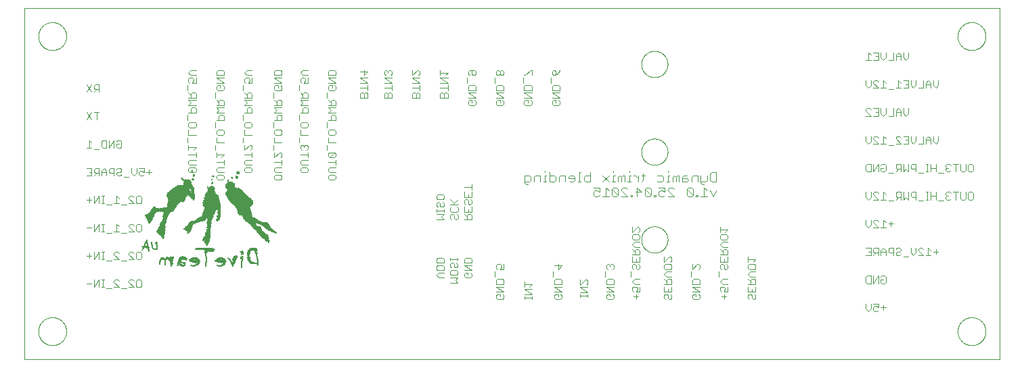
<source format=gbo>
G75*
%MOIN*%
%OFA0B0*%
%FSLAX25Y25*%
%IPPOS*%
%LPD*%
%AMOC8*
5,1,8,0,0,1.08239X$1,22.5*
%
%ADD10C,0.00000*%
%ADD11C,0.00300*%
%ADD12R,0.00100X0.00034*%
%ADD13R,0.00230X0.00033*%
%ADD14R,0.00300X0.00033*%
%ADD15R,0.00330X0.00034*%
%ADD16R,0.00370X0.00033*%
%ADD17R,0.00370X0.00034*%
%ADD18R,0.00400X0.00034*%
%ADD19R,0.00460X0.00033*%
%ADD20R,0.00540X0.00033*%
%ADD21R,0.00400X0.00033*%
%ADD22R,0.00600X0.00034*%
%ADD23R,0.01100X0.00034*%
%ADD24R,0.00730X0.00034*%
%ADD25R,0.00170X0.00034*%
%ADD26R,0.00660X0.00033*%
%ADD27R,0.01700X0.00033*%
%ADD28R,0.01370X0.00033*%
%ADD29R,0.01040X0.00033*%
%ADD30R,0.00160X0.00033*%
%ADD31R,0.00800X0.00033*%
%ADD32R,0.01730X0.00033*%
%ADD33R,0.01400X0.00033*%
%ADD34R,0.01130X0.00033*%
%ADD35R,0.00240X0.00033*%
%ADD36R,0.00860X0.00034*%
%ADD37R,0.01800X0.00034*%
%ADD38R,0.01470X0.00034*%
%ADD39R,0.01160X0.00034*%
%ADD40R,0.00300X0.00034*%
%ADD41R,0.00900X0.00033*%
%ADD42R,0.01800X0.00033*%
%ADD43R,0.01500X0.00033*%
%ADD44R,0.01200X0.00033*%
%ADD45R,0.00940X0.00033*%
%ADD46R,0.01870X0.00033*%
%ADD47R,0.01600X0.00033*%
%ADD48R,0.01240X0.00033*%
%ADD49R,0.00360X0.00033*%
%ADD50R,0.00940X0.00034*%
%ADD51R,0.01900X0.00034*%
%ADD52R,0.01660X0.00034*%
%ADD53R,0.01270X0.00034*%
%ADD54R,0.01900X0.00033*%
%ADD55R,0.00330X0.00033*%
%ADD56R,0.01940X0.00033*%
%ADD57R,0.01300X0.00033*%
%ADD58R,0.00440X0.00033*%
%ADD59R,0.00970X0.00033*%
%ADD60R,0.01970X0.00033*%
%ADD61R,0.02030X0.00033*%
%ADD62R,0.01330X0.00033*%
%ADD63R,0.00500X0.00033*%
%ADD64R,0.00970X0.00034*%
%ADD65R,0.02430X0.00034*%
%ADD66R,0.02130X0.00034*%
%ADD67R,0.00200X0.00034*%
%ADD68R,0.01430X0.00034*%
%ADD69R,0.00560X0.00034*%
%ADD70R,0.00340X0.00033*%
%ADD71R,0.01570X0.00033*%
%ADD72R,0.02270X0.00033*%
%ADD73R,0.00170X0.00033*%
%ADD74R,0.00670X0.00033*%
%ADD75R,0.00630X0.00033*%
%ADD76R,0.01000X0.00033*%
%ADD77R,0.02330X0.00033*%
%ADD78R,0.00760X0.00033*%
%ADD79R,0.01240X0.00034*%
%ADD80R,0.00640X0.00034*%
%ADD81R,0.01500X0.00034*%
%ADD82R,0.01000X0.00034*%
%ADD83R,0.02400X0.00034*%
%ADD84R,0.00840X0.00034*%
%ADD85R,0.01230X0.00033*%
%ADD86R,0.00640X0.00033*%
%ADD87R,0.00960X0.00033*%
%ADD88R,0.02470X0.00033*%
%ADD89R,0.00600X0.00033*%
%ADD90R,0.01530X0.00033*%
%ADD91R,0.00930X0.00033*%
%ADD92R,0.01230X0.00034*%
%ADD93R,0.01540X0.00034*%
%ADD94R,0.00900X0.00034*%
%ADD95R,0.02500X0.00034*%
%ADD96R,0.00360X0.00034*%
%ADD97R,0.00960X0.00034*%
%ADD98R,0.00570X0.00033*%
%ADD99R,0.01540X0.00033*%
%ADD100R,0.00860X0.00033*%
%ADD101R,0.02500X0.00033*%
%ADD102R,0.00530X0.00033*%
%ADD103R,0.00830X0.00033*%
%ADD104R,0.02530X0.00033*%
%ADD105R,0.00430X0.00033*%
%ADD106R,0.00430X0.00034*%
%ADD107R,0.01200X0.00034*%
%ADD108R,0.00470X0.00034*%
%ADD109R,0.00930X0.00034*%
%ADD110R,0.00440X0.00034*%
%ADD111R,0.00740X0.00034*%
%ADD112R,0.01170X0.00034*%
%ADD113R,0.00460X0.00034*%
%ADD114R,0.00740X0.00033*%
%ADD115R,0.01030X0.00033*%
%ADD116R,0.00470X0.00033*%
%ADD117R,0.00870X0.00034*%
%ADD118R,0.01530X0.00034*%
%ADD119R,0.00530X0.00034*%
%ADD120R,0.00560X0.00033*%
%ADD121R,0.00570X0.00034*%
%ADD122R,0.00630X0.00034*%
%ADD123R,0.01140X0.00034*%
%ADD124R,0.00670X0.00034*%
%ADD125R,0.00130X0.00033*%
%ADD126R,0.00730X0.00033*%
%ADD127R,0.01070X0.00033*%
%ADD128R,0.00700X0.00033*%
%ADD129R,0.01340X0.00033*%
%ADD130R,0.01460X0.00034*%
%ADD131R,0.01460X0.00033*%
%ADD132R,0.01260X0.00033*%
%ADD133R,0.01830X0.00033*%
%ADD134R,0.01830X0.00034*%
%ADD135R,0.01160X0.00033*%
%ADD136R,0.01770X0.00033*%
%ADD137R,0.01570X0.00034*%
%ADD138R,0.01130X0.00034*%
%ADD139R,0.01730X0.00034*%
%ADD140R,0.01100X0.00033*%
%ADD141R,0.03900X0.00033*%
%ADD142R,0.01630X0.00033*%
%ADD143R,0.03930X0.00034*%
%ADD144R,0.01260X0.00034*%
%ADD145R,0.01600X0.00034*%
%ADD146R,0.03970X0.00033*%
%ADD147R,0.01270X0.00033*%
%ADD148R,0.04000X0.00033*%
%ADD149R,0.04000X0.00034*%
%ADD150R,0.04030X0.00033*%
%ADD151R,0.04070X0.00033*%
%ADD152R,0.01170X0.00033*%
%ADD153R,0.04100X0.00034*%
%ADD154R,0.04130X0.00033*%
%ADD155R,0.01670X0.00033*%
%ADD156R,0.01430X0.00033*%
%ADD157R,0.04170X0.00033*%
%ADD158R,0.03400X0.00034*%
%ADD159R,0.01770X0.00034*%
%ADD160R,0.01330X0.00034*%
%ADD161R,0.03370X0.00033*%
%ADD162R,0.03400X0.00033*%
%ADD163R,0.01840X0.00033*%
%ADD164R,0.03370X0.00034*%
%ADD165R,0.01840X0.00034*%
%ADD166R,0.03360X0.00033*%
%ADD167R,0.01930X0.00034*%
%ADD168R,0.01300X0.00034*%
%ADD169R,0.00200X0.00033*%
%ADD170R,0.02440X0.00033*%
%ADD171R,0.01360X0.00033*%
%ADD172R,0.02460X0.00034*%
%ADD173R,0.02360X0.00034*%
%ADD174R,0.02600X0.00034*%
%ADD175R,0.02400X0.00033*%
%ADD176R,0.02660X0.00033*%
%ADD177R,0.01860X0.00033*%
%ADD178R,0.02430X0.00033*%
%ADD179R,0.02740X0.00033*%
%ADD180R,0.02470X0.00034*%
%ADD181R,0.02770X0.00034*%
%ADD182R,0.01870X0.00034*%
%ADD183R,0.02460X0.00033*%
%ADD184R,0.02800X0.00033*%
%ADD185R,0.01560X0.00033*%
%ADD186R,0.02570X0.00034*%
%ADD187R,0.02830X0.00034*%
%ADD188R,0.01860X0.00034*%
%ADD189R,0.01560X0.00034*%
%ADD190R,0.02670X0.00033*%
%ADD191R,0.02870X0.00033*%
%ADD192R,0.02840X0.00033*%
%ADD193R,0.00270X0.00033*%
%ADD194R,0.02930X0.00033*%
%ADD195R,0.00260X0.00033*%
%ADD196R,0.04170X0.00034*%
%ADD197R,0.03630X0.00034*%
%ADD198R,0.02300X0.00034*%
%ADD199R,0.04230X0.00033*%
%ADD200R,0.03670X0.00033*%
%ADD201R,0.02230X0.00033*%
%ADD202R,0.04260X0.00033*%
%ADD203R,0.02200X0.00033*%
%ADD204R,0.04340X0.00034*%
%ADD205R,0.03700X0.00034*%
%ADD206R,0.02170X0.00034*%
%ADD207R,0.04340X0.00033*%
%ADD208R,0.03700X0.00033*%
%ADD209R,0.02130X0.00033*%
%ADD210R,0.04370X0.00033*%
%ADD211R,0.03730X0.00033*%
%ADD212R,0.04330X0.00034*%
%ADD213R,0.03770X0.00034*%
%ADD214R,0.02070X0.00034*%
%ADD215R,0.00340X0.00034*%
%ADD216R,0.04330X0.00033*%
%ADD217R,0.03800X0.00033*%
%ADD218R,0.02000X0.00033*%
%ADD219R,0.03830X0.00033*%
%ADD220R,0.00800X0.00034*%
%ADD221R,0.04970X0.00034*%
%ADD222R,0.04830X0.00034*%
%ADD223R,0.00870X0.00033*%
%ADD224R,0.04960X0.00033*%
%ADD225R,0.04870X0.00033*%
%ADD226R,0.04930X0.00033*%
%ADD227R,0.04900X0.00033*%
%ADD228R,0.04940X0.00034*%
%ADD229R,0.04930X0.00034*%
%ADD230R,0.04970X0.00033*%
%ADD231R,0.04960X0.00034*%
%ADD232R,0.05000X0.00034*%
%ADD233R,0.00660X0.00034*%
%ADD234R,0.05030X0.00033*%
%ADD235R,0.05000X0.00033*%
%ADD236R,0.05100X0.00033*%
%ADD237R,0.05070X0.00033*%
%ADD238R,0.01660X0.00033*%
%ADD239R,0.01360X0.00034*%
%ADD240R,0.05130X0.00034*%
%ADD241R,0.05100X0.00034*%
%ADD242R,0.05200X0.00033*%
%ADD243R,0.05170X0.00033*%
%ADD244R,0.01760X0.00033*%
%ADD245R,0.05230X0.00034*%
%ADD246R,0.05230X0.00033*%
%ADD247R,0.05270X0.00033*%
%ADD248R,0.05270X0.00034*%
%ADD249R,0.05240X0.00034*%
%ADD250R,0.05240X0.00033*%
%ADD251R,0.01740X0.00033*%
%ADD252R,0.01960X0.00033*%
%ADD253R,0.02040X0.00033*%
%ADD254R,0.00030X0.00033*%
%ADD255R,0.01930X0.00033*%
%ADD256R,0.01740X0.00034*%
%ADD257R,0.01640X0.00034*%
%ADD258R,0.00070X0.00034*%
%ADD259R,0.01940X0.00034*%
%ADD260R,0.01030X0.00034*%
%ADD261R,0.02000X0.00034*%
%ADD262R,0.01640X0.00033*%
%ADD263R,0.02070X0.00033*%
%ADD264R,0.00540X0.00034*%
%ADD265R,0.02100X0.00034*%
%ADD266R,0.02160X0.00033*%
%ADD267R,0.02200X0.00034*%
%ADD268R,0.00130X0.00034*%
%ADD269R,0.00140X0.00034*%
%ADD270R,0.01370X0.00034*%
%ADD271R,0.02100X0.00033*%
%ADD272R,0.04200X0.00033*%
%ADD273R,0.02560X0.00033*%
%ADD274R,0.03100X0.00033*%
%ADD275R,0.04270X0.00033*%
%ADD276R,0.02640X0.00033*%
%ADD277R,0.03070X0.00033*%
%ADD278R,0.02160X0.00034*%
%ADD279R,0.02140X0.00034*%
%ADD280R,0.04300X0.00034*%
%ADD281R,0.02700X0.00034*%
%ADD282R,0.03070X0.00034*%
%ADD283R,0.02140X0.00033*%
%ADD284R,0.04300X0.00033*%
%ADD285R,0.02760X0.00033*%
%ADD286R,0.02170X0.00033*%
%ADD287R,0.03060X0.00033*%
%ADD288R,0.02800X0.00034*%
%ADD289R,0.03100X0.00034*%
%ADD290R,0.02830X0.00033*%
%ADD291R,0.03130X0.00033*%
%ADD292R,0.02860X0.00033*%
%ADD293R,0.03160X0.00033*%
%ADD294R,0.01070X0.00034*%
%ADD295R,0.04240X0.00034*%
%ADD296R,0.02900X0.00034*%
%ADD297R,0.03200X0.00034*%
%ADD298R,0.03640X0.00033*%
%ADD299R,0.03600X0.00033*%
%ADD300R,0.03000X0.00033*%
%ADD301R,0.03530X0.00033*%
%ADD302R,0.04100X0.00033*%
%ADD303R,0.02240X0.00033*%
%ADD304R,0.03470X0.00034*%
%ADD305R,0.04060X0.00034*%
%ADD306R,0.03440X0.00033*%
%ADD307R,0.03430X0.00033*%
%ADD308R,0.03330X0.00034*%
%ADD309R,0.03330X0.00033*%
%ADD310R,0.04040X0.00033*%
%ADD311R,0.02060X0.00033*%
%ADD312R,0.03270X0.00033*%
%ADD313R,0.03930X0.00033*%
%ADD314R,0.00500X0.00034*%
%ADD315R,0.03160X0.00034*%
%ADD316R,0.03900X0.00034*%
%ADD317R,0.02730X0.00033*%
%ADD318R,0.04240X0.00033*%
%ADD319R,0.02600X0.00033*%
%ADD320R,0.02270X0.00034*%
%ADD321R,0.02530X0.00034*%
%ADD322R,0.01670X0.00034*%
%ADD323R,0.03670X0.00034*%
%ADD324R,0.01470X0.00033*%
%ADD325R,0.02370X0.00033*%
%ADD326R,0.00830X0.00034*%
%ADD327R,0.01400X0.00034*%
%ADD328R,0.03530X0.00034*%
%ADD329R,0.01060X0.00033*%
%ADD330R,0.00060X0.00033*%
%ADD331R,0.02940X0.00033*%
%ADD332R,0.02860X0.00034*%
%ADD333R,0.01970X0.00034*%
%ADD334R,0.00700X0.00034*%
%ADD335R,0.02060X0.00034*%
%ADD336R,0.01040X0.00034*%
%ADD337R,0.01700X0.00034*%
%ADD338R,0.00770X0.00034*%
%ADD339R,0.00770X0.00033*%
%ADD340R,0.01440X0.00033*%
%ADD341R,0.01340X0.00034*%
%ADD342R,0.04370X0.00034*%
%ADD343R,0.00100X0.00033*%
%ADD344R,0.04400X0.00033*%
%ADD345R,0.05200X0.00034*%
%ADD346R,0.00270X0.00034*%
%ADD347R,0.05300X0.00033*%
%ADD348R,0.04230X0.00034*%
%ADD349R,0.05330X0.00034*%
%ADD350R,0.05370X0.00033*%
%ADD351R,0.04160X0.00033*%
%ADD352R,0.09530X0.00033*%
%ADD353R,0.09530X0.00034*%
%ADD354R,0.09570X0.00033*%
%ADD355R,0.04030X0.00034*%
%ADD356R,0.09570X0.00034*%
%ADD357R,0.09540X0.00033*%
%ADD358R,0.03870X0.00034*%
%ADD359R,0.09460X0.00034*%
%ADD360R,0.08830X0.00033*%
%ADD361R,0.03300X0.00033*%
%ADD362R,0.08340X0.00033*%
%ADD363R,0.03240X0.00034*%
%ADD364R,0.08160X0.00034*%
%ADD365R,0.08100X0.00033*%
%ADD366R,0.08070X0.00033*%
%ADD367R,0.08040X0.00034*%
%ADD368R,0.08000X0.00033*%
%ADD369R,0.07930X0.00033*%
%ADD370R,0.02930X0.00034*%
%ADD371R,0.07900X0.00034*%
%ADD372R,0.07800X0.00033*%
%ADD373R,0.00070X0.00033*%
%ADD374R,0.00840X0.00033*%
%ADD375R,0.01960X0.00034*%
%ADD376R,0.00230X0.00034*%
%ADD377R,0.01140X0.00033*%
%ADD378R,0.01060X0.00034*%
%ADD379R,0.02240X0.00034*%
%ADD380R,0.02300X0.00033*%
%ADD381R,0.02440X0.00034*%
%ADD382R,0.02030X0.00034*%
%ADD383R,0.03230X0.00034*%
%ADD384R,0.03140X0.00034*%
%ADD385R,0.03170X0.00033*%
%ADD386R,0.02260X0.00033*%
%ADD387R,0.03200X0.00033*%
%ADD388R,0.02660X0.00034*%
%ADD389R,0.03270X0.00034*%
%ADD390R,0.02700X0.00033*%
%ADD391R,0.03340X0.00033*%
%ADD392R,0.02730X0.00034*%
%ADD393R,0.02840X0.00034*%
%ADD394R,0.03360X0.00034*%
%ADD395R,0.02900X0.00033*%
%ADD396R,0.02970X0.00034*%
%ADD397R,0.03040X0.00033*%
%ADD398R,0.03300X0.00034*%
%ADD399R,0.03260X0.00033*%
%ADD400R,0.03240X0.00033*%
%ADD401R,0.03130X0.00034*%
%ADD402R,0.03060X0.00034*%
%ADD403R,0.03030X0.00033*%
%ADD404R,0.03460X0.00033*%
%ADD405R,0.02960X0.00034*%
%ADD406R,0.03560X0.00033*%
%ADD407R,0.03660X0.00033*%
%ADD408R,0.03730X0.00034*%
%ADD409R,0.02760X0.00034*%
%ADD410R,0.03760X0.00033*%
%ADD411R,0.03800X0.00034*%
%ADD412R,0.03860X0.00033*%
%ADD413R,0.03960X0.00033*%
%ADD414R,0.04060X0.00033*%
%ADD415R,0.02630X0.00034*%
%ADD416R,0.04260X0.00034*%
%ADD417R,0.04270X0.00034*%
%ADD418R,0.02230X0.00034*%
%ADD419R,0.03470X0.00033*%
%ADD420R,0.03440X0.00034*%
%ADD421R,0.03230X0.00033*%
%ADD422R,0.03430X0.00034*%
%ADD423R,0.02360X0.00033*%
%ADD424R,0.03500X0.00033*%
%ADD425R,0.03570X0.00034*%
%ADD426R,0.03630X0.00033*%
%ADD427R,0.03770X0.00033*%
%ADD428R,0.03970X0.00034*%
%ADD429R,0.02770X0.00033*%
%ADD430R,0.03830X0.00034*%
%ADD431R,0.02570X0.00033*%
%ADD432R,0.03760X0.00034*%
%ADD433R,0.02960X0.00033*%
%ADD434R,0.03000X0.00034*%
%ADD435R,0.02640X0.00034*%
%ADD436R,0.03740X0.00034*%
%ADD437R,0.03340X0.00034*%
%ADD438R,0.03740X0.00033*%
%ADD439R,0.02540X0.00033*%
%ADD440R,0.03500X0.00034*%
%ADD441R,0.03940X0.00034*%
%ADD442R,0.01630X0.00034*%
%ADD443R,0.03870X0.00033*%
%ADD444R,0.03660X0.00034*%
%ADD445R,0.03030X0.00034*%
%ADD446R,0.02970X0.00033*%
%ADD447R,0.02870X0.00034*%
%ADD448R,0.03140X0.00033*%
%ADD449R,0.02670X0.00034*%
%ADD450R,0.02540X0.00034*%
%ADD451R,0.02330X0.00034*%
%ADD452R,0.04200X0.00034*%
%ADD453R,0.02630X0.00033*%
%ADD454R,0.03170X0.00034*%
%ADD455R,0.04940X0.00033*%
%ADD456R,0.05560X0.00033*%
%ADD457R,0.05570X0.00033*%
%ADD458R,0.05570X0.00034*%
%ADD459R,0.05530X0.00033*%
%ADD460R,0.05500X0.00034*%
%ADD461R,0.05500X0.00033*%
%ADD462R,0.05460X0.00033*%
%ADD463R,0.02370X0.00034*%
%ADD464R,0.07430X0.00033*%
%ADD465R,0.07400X0.00034*%
%ADD466R,0.07400X0.00033*%
%ADD467R,0.07440X0.00033*%
%ADD468R,0.07060X0.00033*%
%ADD469R,0.07070X0.00033*%
%ADD470R,0.04560X0.00033*%
%ADD471R,0.07070X0.00034*%
%ADD472R,0.04600X0.00034*%
%ADD473R,0.07100X0.00033*%
%ADD474R,0.04600X0.00033*%
%ADD475R,0.04630X0.00033*%
%ADD476R,0.07100X0.00034*%
%ADD477R,0.04630X0.00034*%
%ADD478R,0.07130X0.00033*%
%ADD479R,0.04640X0.00033*%
%ADD480R,0.00260X0.00034*%
%ADD481R,0.00140X0.00033*%
%ADD482R,0.06800X0.00033*%
%ADD483R,0.06770X0.00033*%
%ADD484R,0.06770X0.00034*%
%ADD485R,0.06760X0.00033*%
%ADD486R,0.06800X0.00034*%
%ADD487R,0.04670X0.00033*%
%ADD488R,0.04670X0.00034*%
%ADD489R,0.06730X0.00034*%
%ADD490R,0.04570X0.00034*%
%ADD491R,0.06700X0.00033*%
%ADD492R,0.04530X0.00033*%
%ADD493R,0.06300X0.00033*%
%ADD494R,0.04470X0.00033*%
%ADD495R,0.06230X0.00034*%
%ADD496R,0.04430X0.00034*%
%ADD497R,0.06200X0.00033*%
%ADD498R,0.06170X0.00034*%
%ADD499R,0.06170X0.00033*%
%ADD500R,0.06160X0.00033*%
%ADD501R,0.06160X0.00034*%
%ADD502R,0.05870X0.00033*%
%ADD503R,0.05830X0.00034*%
%ADD504R,0.05900X0.00033*%
%ADD505R,0.05870X0.00034*%
%ADD506R,0.05830X0.00033*%
%ADD507R,0.05860X0.00033*%
%ADD508R,0.05800X0.00033*%
%ADD509R,0.03940X0.00033*%
%ADD510R,0.04830X0.00033*%
%ADD511R,0.04760X0.00034*%
%ADD512R,0.04730X0.00033*%
%ADD513R,0.03570X0.00033*%
%ADD514R,0.04700X0.00033*%
%ADD515R,0.02740X0.00034*%
%ADD516R,0.04500X0.00033*%
%ADD517R,0.05670X0.00034*%
%ADD518R,0.05600X0.00033*%
%ADD519R,0.05540X0.00033*%
%ADD520R,0.05640X0.00033*%
%ADD521R,0.04800X0.00034*%
%ADD522R,0.05700X0.00034*%
%ADD523R,0.03860X0.00034*%
%ADD524R,0.04900X0.00034*%
%ADD525R,0.03960X0.00034*%
%ADD526R,0.05840X0.00033*%
%ADD527R,0.04070X0.00034*%
%ADD528R,0.05730X0.00034*%
%ADD529R,0.05670X0.00033*%
%ADD530R,0.05630X0.00033*%
%ADD531R,0.05600X0.00034*%
%ADD532R,0.05540X0.00034*%
%ADD533R,0.00240X0.00034*%
%ADD534R,0.05130X0.00033*%
%ADD535R,0.05160X0.00033*%
%ADD536R,0.05740X0.00033*%
%ADD537R,0.06140X0.00033*%
%ADD538R,0.06130X0.00034*%
%ADD539R,0.05840X0.00034*%
%ADD540R,0.06200X0.00034*%
%ADD541R,0.06230X0.00033*%
%ADD542R,0.06270X0.00034*%
%ADD543R,0.05900X0.00034*%
%ADD544R,0.06330X0.00033*%
%ADD545R,0.06400X0.00033*%
%ADD546R,0.06430X0.00034*%
%ADD547R,0.06430X0.00033*%
%ADD548R,0.06470X0.00033*%
%ADD549R,0.06470X0.00034*%
%ADD550R,0.06500X0.00033*%
%ADD551R,0.06500X0.00034*%
%ADD552R,0.05860X0.00034*%
%ADD553R,0.01440X0.00034*%
%ADD554R,0.06570X0.00033*%
%ADD555R,0.06530X0.00033*%
%ADD556R,0.06440X0.00033*%
%ADD557R,0.06400X0.00034*%
%ADD558R,0.06370X0.00033*%
%ADD559R,0.06240X0.00034*%
%ADD560R,0.05360X0.00034*%
%ADD561R,0.05440X0.00033*%
%ADD562R,0.05730X0.00033*%
%ADD563R,0.06270X0.00033*%
%ADD564R,0.06330X0.00034*%
%ADD565R,0.11100X0.00034*%
%ADD566R,0.11100X0.00033*%
%ADD567R,0.11140X0.00033*%
%ADD568R,0.06530X0.00034*%
%ADD569R,0.11170X0.00034*%
%ADD570R,0.05970X0.00033*%
%ADD571R,0.11200X0.00033*%
%ADD572R,0.06630X0.00033*%
%ADD573R,0.06000X0.00033*%
%ADD574R,0.11240X0.00033*%
%ADD575R,0.06670X0.00034*%
%ADD576R,0.06070X0.00034*%
%ADD577R,0.11300X0.00034*%
%ADD578R,0.06730X0.00033*%
%ADD579R,0.11370X0.00033*%
%ADD580R,0.11400X0.00033*%
%ADD581R,0.11430X0.00034*%
%ADD582R,0.11440X0.00033*%
%ADD583R,0.06130X0.00033*%
%ADD584R,0.11430X0.00033*%
%ADD585R,0.06670X0.00033*%
%ADD586R,0.06030X0.00033*%
%ADD587R,0.06600X0.00034*%
%ADD588R,0.05970X0.00034*%
%ADD589R,0.05930X0.00033*%
%ADD590R,0.11400X0.00034*%
%ADD591R,0.11340X0.00033*%
%ADD592R,0.08000X0.00034*%
%ADD593R,0.07530X0.00034*%
%ADD594R,0.07460X0.00033*%
%ADD595R,0.07430X0.00034*%
%ADD596R,0.06460X0.00033*%
%ADD597R,0.06540X0.00033*%
%ADD598R,0.06560X0.00034*%
%ADD599R,0.04540X0.00034*%
%ADD600R,0.04440X0.00033*%
%ADD601R,0.06740X0.00034*%
%ADD602R,0.06830X0.00034*%
%ADD603R,0.06860X0.00033*%
%ADD604R,0.06900X0.00033*%
%ADD605R,0.06900X0.00034*%
%ADD606R,0.06970X0.00033*%
%ADD607R,0.07000X0.00033*%
%ADD608R,0.07030X0.00034*%
%ADD609R,0.07130X0.00034*%
%ADD610R,0.07160X0.00033*%
%ADD611R,0.08040X0.00033*%
%ADD612R,0.07240X0.00033*%
%ADD613R,0.04360X0.00033*%
%ADD614R,0.07300X0.00034*%
%ADD615R,0.08140X0.00034*%
%ADD616R,0.04400X0.00034*%
%ADD617R,0.08170X0.00033*%
%ADD618R,0.04460X0.00033*%
%ADD619R,0.07530X0.00033*%
%ADD620R,0.08240X0.00033*%
%ADD621R,0.07600X0.00034*%
%ADD622R,0.08270X0.00034*%
%ADD623R,0.04560X0.00034*%
%ADD624R,0.07670X0.00033*%
%ADD625R,0.08300X0.00033*%
%ADD626R,0.07700X0.00033*%
%ADD627R,0.07730X0.00034*%
%ADD628R,0.08340X0.00034*%
%ADD629R,0.04640X0.00034*%
%ADD630R,0.08370X0.00033*%
%ADD631R,0.07870X0.00033*%
%ADD632R,0.08400X0.00033*%
%ADD633R,0.07930X0.00034*%
%ADD634R,0.08440X0.00034*%
%ADD635R,0.08470X0.00033*%
%ADD636R,0.08130X0.00033*%
%ADD637R,0.08500X0.00033*%
%ADD638R,0.08200X0.00034*%
%ADD639R,0.08570X0.00034*%
%ADD640R,0.08270X0.00033*%
%ADD641R,0.08600X0.00033*%
%ADD642R,0.08330X0.00034*%
%ADD643R,0.08640X0.00034*%
%ADD644R,0.08670X0.00033*%
%ADD645R,0.08700X0.00033*%
%ADD646R,0.08530X0.00034*%
%ADD647R,0.08740X0.00034*%
%ADD648R,0.04740X0.00034*%
%ADD649R,0.08800X0.00033*%
%ADD650R,0.04770X0.00033*%
%ADD651R,0.08870X0.00033*%
%ADD652R,0.04840X0.00033*%
%ADD653R,0.08800X0.00034*%
%ADD654R,0.08900X0.00034*%
%ADD655R,0.04870X0.00034*%
%ADD656R,0.08940X0.00033*%
%ADD657R,0.08900X0.00033*%
%ADD658R,0.08930X0.00034*%
%ADD659R,0.08940X0.00034*%
%ADD660R,0.09000X0.00033*%
%ADD661R,0.09070X0.00033*%
%ADD662R,0.09130X0.00034*%
%ADD663R,0.05040X0.00034*%
%ADD664R,0.09200X0.00033*%
%ADD665R,0.09300X0.00033*%
%ADD666R,0.05140X0.00033*%
%ADD667R,0.09400X0.00034*%
%ADD668R,0.05170X0.00034*%
%ADD669R,0.09470X0.00033*%
%ADD670R,0.09600X0.00033*%
%ADD671R,0.08640X0.00033*%
%ADD672R,0.09670X0.00033*%
%ADD673R,0.08630X0.00033*%
%ADD674R,0.09730X0.00034*%
%ADD675R,0.08630X0.00034*%
%ADD676R,0.05340X0.00034*%
%ADD677R,0.09800X0.00033*%
%ADD678R,0.09870X0.00033*%
%ADD679R,0.10000X0.00034*%
%ADD680R,0.05470X0.00034*%
%ADD681R,0.10070X0.00033*%
%ADD682R,0.10130X0.00033*%
%ADD683R,0.10160X0.00034*%
%ADD684R,0.08670X0.00034*%
%ADD685R,0.10200X0.00033*%
%ADD686R,0.10230X0.00033*%
%ADD687R,0.10260X0.00034*%
%ADD688R,0.08600X0.00034*%
%ADD689R,0.10300X0.00033*%
%ADD690R,0.08570X0.00033*%
%ADD691R,0.10330X0.00033*%
%ADD692R,0.10360X0.00034*%
%ADD693R,0.05530X0.00034*%
%ADD694R,0.10430X0.00033*%
%ADD695R,0.10460X0.00033*%
%ADD696R,0.10460X0.00034*%
%ADD697R,0.10500X0.00033*%
%ADD698R,0.10530X0.00033*%
%ADD699R,0.10560X0.00034*%
%ADD700R,0.10600X0.00033*%
%ADD701R,0.10630X0.00033*%
%ADD702R,0.05660X0.00033*%
%ADD703R,0.10660X0.00034*%
%ADD704R,0.06060X0.00034*%
%ADD705R,0.10730X0.00033*%
%ADD706R,0.06100X0.00033*%
%ADD707R,0.10760X0.00033*%
%ADD708R,0.10760X0.00034*%
%ADD709R,0.10800X0.00033*%
%ADD710R,0.10830X0.00033*%
%ADD711R,0.10860X0.00034*%
%ADD712R,0.08300X0.00034*%
%ADD713R,0.10900X0.00033*%
%ADD714R,0.10930X0.00033*%
%ADD715R,0.08200X0.00033*%
%ADD716R,0.10960X0.00034*%
%ADD717R,0.08170X0.00034*%
%ADD718R,0.11030X0.00033*%
%ADD719R,0.11060X0.00033*%
%ADD720R,0.11130X0.00033*%
%ADD721R,0.11160X0.00034*%
%ADD722R,0.11230X0.00033*%
%ADD723R,0.08030X0.00033*%
%ADD724R,0.11260X0.00034*%
%ADD725R,0.08030X0.00034*%
%ADD726R,0.11330X0.00033*%
%ADD727R,0.07900X0.00033*%
%ADD728R,0.11360X0.00033*%
%ADD729R,0.07960X0.00034*%
%ADD730R,0.08060X0.00033*%
%ADD731R,0.07970X0.00033*%
%ADD732R,0.07840X0.00033*%
%ADD733R,0.08260X0.00033*%
%ADD734R,0.11440X0.00034*%
%ADD735R,0.07770X0.00034*%
%ADD736R,0.07740X0.00033*%
%ADD737R,0.08330X0.00033*%
%ADD738R,0.07700X0.00034*%
%ADD739R,0.07630X0.00033*%
%ADD740R,0.11470X0.00033*%
%ADD741R,0.07600X0.00033*%
%ADD742R,0.07560X0.00034*%
%ADD743R,0.07500X0.00033*%
%ADD744R,0.07470X0.00033*%
%ADD745R,0.07440X0.00034*%
%ADD746R,0.11070X0.00033*%
%ADD747R,0.11000X0.00034*%
%ADD748R,0.10870X0.00033*%
%ADD749R,0.10830X0.00034*%
%ADD750R,0.10800X0.00034*%
%ADD751R,0.10900X0.00034*%
%ADD752R,0.08370X0.00034*%
%ADD753R,0.10970X0.00033*%
%ADD754R,0.11000X0.00033*%
%ADD755R,0.11070X0.00034*%
%ADD756R,0.11130X0.00034*%
%ADD757R,0.07360X0.00033*%
%ADD758R,0.07370X0.00033*%
%ADD759R,0.07340X0.00034*%
%ADD760R,0.10840X0.00033*%
%ADD761R,0.07300X0.00033*%
%ADD762R,0.07170X0.00034*%
%ADD763R,0.07140X0.00033*%
%ADD764R,0.07030X0.00033*%
%ADD765R,0.08430X0.00033*%
%ADD766R,0.10730X0.00034*%
%ADD767R,0.07000X0.00034*%
%ADD768R,0.08500X0.00034*%
%ADD769R,0.10660X0.00033*%
%ADD770R,0.06960X0.00033*%
%ADD771R,0.08730X0.00033*%
%ADD772R,0.10600X0.00034*%
%ADD773R,0.10560X0.00033*%
%ADD774R,0.06840X0.00033*%
%ADD775R,0.08930X0.00033*%
%ADD776R,0.10500X0.00034*%
%ADD777R,0.08970X0.00033*%
%ADD778R,0.10470X0.00034*%
%ADD779R,0.09030X0.00034*%
%ADD780R,0.09130X0.00033*%
%ADD781R,0.10540X0.00034*%
%ADD782R,0.09170X0.00034*%
%ADD783R,0.09230X0.00033*%
%ADD784R,0.09270X0.00034*%
%ADD785R,0.09270X0.00033*%
%ADD786R,0.10430X0.00034*%
%ADD787R,0.09340X0.00034*%
%ADD788R,0.10440X0.00033*%
%ADD789R,0.09370X0.00033*%
%ADD790R,0.10370X0.00033*%
%ADD791R,0.09440X0.00033*%
%ADD792R,0.10340X0.00034*%
%ADD793R,0.09430X0.00034*%
%ADD794R,0.10260X0.00033*%
%ADD795R,0.09460X0.00033*%
%ADD796R,0.09500X0.00033*%
%ADD797R,0.10200X0.00034*%
%ADD798R,0.10160X0.00033*%
%ADD799R,0.10130X0.00034*%
%ADD800R,0.09670X0.00034*%
%ADD801R,0.09770X0.00033*%
%ADD802R,0.10000X0.00033*%
%ADD803R,0.09900X0.00033*%
%ADD804R,0.09970X0.00034*%
%ADD805R,0.06640X0.00034*%
%ADD806R,0.09930X0.00033*%
%ADD807R,0.06600X0.00033*%
%ADD808R,0.10100X0.00033*%
%ADD809R,0.10170X0.00033*%
%ADD810R,0.09900X0.00034*%
%ADD811R,0.10170X0.00034*%
%ADD812R,0.09860X0.00033*%
%ADD813R,0.10240X0.00033*%
%ADD814R,0.09870X0.00034*%
%ADD815R,0.06340X0.00033*%
%ADD816R,0.06100X0.00034*%
%ADD817R,0.13700X0.00033*%
%ADD818R,0.13630X0.00033*%
%ADD819R,0.13600X0.00034*%
%ADD820R,0.13600X0.00033*%
%ADD821R,0.13560X0.00033*%
%ADD822R,0.05800X0.00034*%
%ADD823R,0.13560X0.00034*%
%ADD824R,0.05770X0.00033*%
%ADD825R,0.13570X0.00034*%
%ADD826R,0.09840X0.00033*%
%ADD827R,0.13540X0.00033*%
%ADD828R,0.13500X0.00033*%
%ADD829R,0.09740X0.00034*%
%ADD830R,0.13440X0.00034*%
%ADD831R,0.09700X0.00033*%
%ADD832R,0.13370X0.00033*%
%ADD833R,0.13340X0.00033*%
%ADD834R,0.09640X0.00034*%
%ADD835R,0.13300X0.00034*%
%ADD836R,0.13300X0.00033*%
%ADD837R,0.13270X0.00033*%
%ADD838R,0.13270X0.00034*%
%ADD839R,0.09360X0.00033*%
%ADD840R,0.09330X0.00033*%
%ADD841R,0.09300X0.00034*%
%ADD842R,0.04700X0.00034*%
%ADD843R,0.09260X0.00033*%
%ADD844R,0.09240X0.00034*%
%ADD845R,0.13260X0.00034*%
%ADD846R,0.09240X0.00033*%
%ADD847R,0.04540X0.00033*%
%ADD848R,0.13260X0.00033*%
%ADD849R,0.13230X0.00033*%
%ADD850R,0.09140X0.00034*%
%ADD851R,0.13200X0.00034*%
%ADD852R,0.09100X0.00033*%
%ADD853R,0.10960X0.00033*%
%ADD854R,0.09040X0.00034*%
%ADD855R,0.10840X0.00034*%
%ADD856R,0.10700X0.00033*%
%ADD857R,0.08700X0.00034*%
%ADD858R,0.08530X0.00033*%
%ADD859R,0.08470X0.00034*%
%ADD860R,0.10530X0.00034*%
%ADD861R,0.08130X0.00034*%
%ADD862R,0.10300X0.00034*%
%ADD863R,0.07870X0.00034*%
%ADD864R,0.09970X0.00033*%
%ADD865R,0.07730X0.00033*%
%ADD866R,0.03040X0.00034*%
%ADD867R,0.09800X0.00034*%
%ADD868R,0.09740X0.00033*%
%ADD869R,0.07330X0.00033*%
%ADD870R,0.07270X0.00034*%
%ADD871R,0.07200X0.00033*%
%ADD872R,0.09640X0.00033*%
%ADD873R,0.06930X0.00033*%
%ADD874R,0.06830X0.00033*%
%ADD875R,0.06630X0.00034*%
%ADD876R,0.08560X0.00034*%
%ADD877R,0.08460X0.00033*%
%ADD878R,0.06340X0.00034*%
%ADD879R,0.08400X0.00034*%
%ADD880R,0.08360X0.00033*%
%ADD881R,0.08360X0.00034*%
%ADD882R,0.03600X0.00034*%
%ADD883R,0.05370X0.00034*%
%ADD884R,0.05260X0.00033*%
%ADD885R,0.05260X0.00034*%
%ADD886R,0.09560X0.00033*%
%ADD887R,0.09540X0.00034*%
%ADD888R,0.09470X0.00034*%
%ADD889R,0.07800X0.00034*%
%ADD890R,0.07670X0.00034*%
%ADD891R,0.04860X0.00033*%
%ADD892R,0.07640X0.00033*%
%ADD893R,0.07570X0.00034*%
%ADD894R,0.04570X0.00033*%
%ADD895R,0.04430X0.00033*%
%ADD896R,0.03640X0.00034*%
%ADD897R,0.03540X0.00034*%
%ADD898R,0.00040X0.00034*%
%ADD899C,0.00400*%
D10*
X0001250Y0001250D02*
X0001250Y0174478D01*
X0481565Y0174478D01*
X0481565Y0001250D01*
X0001250Y0001250D01*
X0008140Y0015030D02*
X0008142Y0015199D01*
X0008148Y0015368D01*
X0008159Y0015537D01*
X0008173Y0015705D01*
X0008192Y0015873D01*
X0008215Y0016041D01*
X0008241Y0016208D01*
X0008272Y0016374D01*
X0008307Y0016540D01*
X0008346Y0016704D01*
X0008390Y0016868D01*
X0008437Y0017030D01*
X0008488Y0017191D01*
X0008543Y0017351D01*
X0008602Y0017510D01*
X0008664Y0017667D01*
X0008731Y0017822D01*
X0008802Y0017976D01*
X0008876Y0018128D01*
X0008954Y0018278D01*
X0009035Y0018426D01*
X0009120Y0018572D01*
X0009209Y0018716D01*
X0009301Y0018858D01*
X0009397Y0018997D01*
X0009496Y0019134D01*
X0009598Y0019269D01*
X0009704Y0019401D01*
X0009813Y0019530D01*
X0009925Y0019657D01*
X0010040Y0019781D01*
X0010158Y0019902D01*
X0010279Y0020020D01*
X0010403Y0020135D01*
X0010530Y0020247D01*
X0010659Y0020356D01*
X0010791Y0020462D01*
X0010926Y0020564D01*
X0011063Y0020663D01*
X0011202Y0020759D01*
X0011344Y0020851D01*
X0011488Y0020940D01*
X0011634Y0021025D01*
X0011782Y0021106D01*
X0011932Y0021184D01*
X0012084Y0021258D01*
X0012238Y0021329D01*
X0012393Y0021396D01*
X0012550Y0021458D01*
X0012709Y0021517D01*
X0012869Y0021572D01*
X0013030Y0021623D01*
X0013192Y0021670D01*
X0013356Y0021714D01*
X0013520Y0021753D01*
X0013686Y0021788D01*
X0013852Y0021819D01*
X0014019Y0021845D01*
X0014187Y0021868D01*
X0014355Y0021887D01*
X0014523Y0021901D01*
X0014692Y0021912D01*
X0014861Y0021918D01*
X0015030Y0021920D01*
X0015199Y0021918D01*
X0015368Y0021912D01*
X0015537Y0021901D01*
X0015705Y0021887D01*
X0015873Y0021868D01*
X0016041Y0021845D01*
X0016208Y0021819D01*
X0016374Y0021788D01*
X0016540Y0021753D01*
X0016704Y0021714D01*
X0016868Y0021670D01*
X0017030Y0021623D01*
X0017191Y0021572D01*
X0017351Y0021517D01*
X0017510Y0021458D01*
X0017667Y0021396D01*
X0017822Y0021329D01*
X0017976Y0021258D01*
X0018128Y0021184D01*
X0018278Y0021106D01*
X0018426Y0021025D01*
X0018572Y0020940D01*
X0018716Y0020851D01*
X0018858Y0020759D01*
X0018997Y0020663D01*
X0019134Y0020564D01*
X0019269Y0020462D01*
X0019401Y0020356D01*
X0019530Y0020247D01*
X0019657Y0020135D01*
X0019781Y0020020D01*
X0019902Y0019902D01*
X0020020Y0019781D01*
X0020135Y0019657D01*
X0020247Y0019530D01*
X0020356Y0019401D01*
X0020462Y0019269D01*
X0020564Y0019134D01*
X0020663Y0018997D01*
X0020759Y0018858D01*
X0020851Y0018716D01*
X0020940Y0018572D01*
X0021025Y0018426D01*
X0021106Y0018278D01*
X0021184Y0018128D01*
X0021258Y0017976D01*
X0021329Y0017822D01*
X0021396Y0017667D01*
X0021458Y0017510D01*
X0021517Y0017351D01*
X0021572Y0017191D01*
X0021623Y0017030D01*
X0021670Y0016868D01*
X0021714Y0016704D01*
X0021753Y0016540D01*
X0021788Y0016374D01*
X0021819Y0016208D01*
X0021845Y0016041D01*
X0021868Y0015873D01*
X0021887Y0015705D01*
X0021901Y0015537D01*
X0021912Y0015368D01*
X0021918Y0015199D01*
X0021920Y0015030D01*
X0021918Y0014861D01*
X0021912Y0014692D01*
X0021901Y0014523D01*
X0021887Y0014355D01*
X0021868Y0014187D01*
X0021845Y0014019D01*
X0021819Y0013852D01*
X0021788Y0013686D01*
X0021753Y0013520D01*
X0021714Y0013356D01*
X0021670Y0013192D01*
X0021623Y0013030D01*
X0021572Y0012869D01*
X0021517Y0012709D01*
X0021458Y0012550D01*
X0021396Y0012393D01*
X0021329Y0012238D01*
X0021258Y0012084D01*
X0021184Y0011932D01*
X0021106Y0011782D01*
X0021025Y0011634D01*
X0020940Y0011488D01*
X0020851Y0011344D01*
X0020759Y0011202D01*
X0020663Y0011063D01*
X0020564Y0010926D01*
X0020462Y0010791D01*
X0020356Y0010659D01*
X0020247Y0010530D01*
X0020135Y0010403D01*
X0020020Y0010279D01*
X0019902Y0010158D01*
X0019781Y0010040D01*
X0019657Y0009925D01*
X0019530Y0009813D01*
X0019401Y0009704D01*
X0019269Y0009598D01*
X0019134Y0009496D01*
X0018997Y0009397D01*
X0018858Y0009301D01*
X0018716Y0009209D01*
X0018572Y0009120D01*
X0018426Y0009035D01*
X0018278Y0008954D01*
X0018128Y0008876D01*
X0017976Y0008802D01*
X0017822Y0008731D01*
X0017667Y0008664D01*
X0017510Y0008602D01*
X0017351Y0008543D01*
X0017191Y0008488D01*
X0017030Y0008437D01*
X0016868Y0008390D01*
X0016704Y0008346D01*
X0016540Y0008307D01*
X0016374Y0008272D01*
X0016208Y0008241D01*
X0016041Y0008215D01*
X0015873Y0008192D01*
X0015705Y0008173D01*
X0015537Y0008159D01*
X0015368Y0008148D01*
X0015199Y0008142D01*
X0015030Y0008140D01*
X0014861Y0008142D01*
X0014692Y0008148D01*
X0014523Y0008159D01*
X0014355Y0008173D01*
X0014187Y0008192D01*
X0014019Y0008215D01*
X0013852Y0008241D01*
X0013686Y0008272D01*
X0013520Y0008307D01*
X0013356Y0008346D01*
X0013192Y0008390D01*
X0013030Y0008437D01*
X0012869Y0008488D01*
X0012709Y0008543D01*
X0012550Y0008602D01*
X0012393Y0008664D01*
X0012238Y0008731D01*
X0012084Y0008802D01*
X0011932Y0008876D01*
X0011782Y0008954D01*
X0011634Y0009035D01*
X0011488Y0009120D01*
X0011344Y0009209D01*
X0011202Y0009301D01*
X0011063Y0009397D01*
X0010926Y0009496D01*
X0010791Y0009598D01*
X0010659Y0009704D01*
X0010530Y0009813D01*
X0010403Y0009925D01*
X0010279Y0010040D01*
X0010158Y0010158D01*
X0010040Y0010279D01*
X0009925Y0010403D01*
X0009813Y0010530D01*
X0009704Y0010659D01*
X0009598Y0010791D01*
X0009496Y0010926D01*
X0009397Y0011063D01*
X0009301Y0011202D01*
X0009209Y0011344D01*
X0009120Y0011488D01*
X0009035Y0011634D01*
X0008954Y0011782D01*
X0008876Y0011932D01*
X0008802Y0012084D01*
X0008731Y0012238D01*
X0008664Y0012393D01*
X0008602Y0012550D01*
X0008543Y0012709D01*
X0008488Y0012869D01*
X0008437Y0013030D01*
X0008390Y0013192D01*
X0008346Y0013356D01*
X0008307Y0013520D01*
X0008272Y0013686D01*
X0008241Y0013852D01*
X0008215Y0014019D01*
X0008192Y0014187D01*
X0008173Y0014355D01*
X0008159Y0014523D01*
X0008148Y0014692D01*
X0008142Y0014861D01*
X0008140Y0015030D01*
X0305081Y0060305D02*
X0305083Y0060466D01*
X0305089Y0060626D01*
X0305099Y0060787D01*
X0305113Y0060947D01*
X0305131Y0061107D01*
X0305152Y0061266D01*
X0305178Y0061425D01*
X0305208Y0061583D01*
X0305241Y0061740D01*
X0305279Y0061897D01*
X0305320Y0062052D01*
X0305365Y0062206D01*
X0305414Y0062359D01*
X0305467Y0062511D01*
X0305523Y0062662D01*
X0305584Y0062811D01*
X0305647Y0062959D01*
X0305715Y0063105D01*
X0305786Y0063249D01*
X0305860Y0063391D01*
X0305938Y0063532D01*
X0306020Y0063670D01*
X0306105Y0063807D01*
X0306193Y0063941D01*
X0306285Y0064073D01*
X0306380Y0064203D01*
X0306478Y0064331D01*
X0306579Y0064456D01*
X0306683Y0064578D01*
X0306790Y0064698D01*
X0306900Y0064815D01*
X0307013Y0064930D01*
X0307129Y0065041D01*
X0307248Y0065150D01*
X0307369Y0065255D01*
X0307493Y0065358D01*
X0307619Y0065458D01*
X0307747Y0065554D01*
X0307878Y0065647D01*
X0308012Y0065737D01*
X0308147Y0065824D01*
X0308285Y0065907D01*
X0308424Y0065987D01*
X0308566Y0066063D01*
X0308709Y0066136D01*
X0308854Y0066205D01*
X0309001Y0066271D01*
X0309149Y0066333D01*
X0309299Y0066391D01*
X0309450Y0066446D01*
X0309603Y0066497D01*
X0309757Y0066544D01*
X0309912Y0066587D01*
X0310068Y0066626D01*
X0310224Y0066662D01*
X0310382Y0066693D01*
X0310540Y0066721D01*
X0310699Y0066745D01*
X0310859Y0066765D01*
X0311019Y0066781D01*
X0311179Y0066793D01*
X0311340Y0066801D01*
X0311501Y0066805D01*
X0311661Y0066805D01*
X0311822Y0066801D01*
X0311983Y0066793D01*
X0312143Y0066781D01*
X0312303Y0066765D01*
X0312463Y0066745D01*
X0312622Y0066721D01*
X0312780Y0066693D01*
X0312938Y0066662D01*
X0313094Y0066626D01*
X0313250Y0066587D01*
X0313405Y0066544D01*
X0313559Y0066497D01*
X0313712Y0066446D01*
X0313863Y0066391D01*
X0314013Y0066333D01*
X0314161Y0066271D01*
X0314308Y0066205D01*
X0314453Y0066136D01*
X0314596Y0066063D01*
X0314738Y0065987D01*
X0314877Y0065907D01*
X0315015Y0065824D01*
X0315150Y0065737D01*
X0315284Y0065647D01*
X0315415Y0065554D01*
X0315543Y0065458D01*
X0315669Y0065358D01*
X0315793Y0065255D01*
X0315914Y0065150D01*
X0316033Y0065041D01*
X0316149Y0064930D01*
X0316262Y0064815D01*
X0316372Y0064698D01*
X0316479Y0064578D01*
X0316583Y0064456D01*
X0316684Y0064331D01*
X0316782Y0064203D01*
X0316877Y0064073D01*
X0316969Y0063941D01*
X0317057Y0063807D01*
X0317142Y0063670D01*
X0317224Y0063532D01*
X0317302Y0063391D01*
X0317376Y0063249D01*
X0317447Y0063105D01*
X0317515Y0062959D01*
X0317578Y0062811D01*
X0317639Y0062662D01*
X0317695Y0062511D01*
X0317748Y0062359D01*
X0317797Y0062206D01*
X0317842Y0062052D01*
X0317883Y0061897D01*
X0317921Y0061740D01*
X0317954Y0061583D01*
X0317984Y0061425D01*
X0318010Y0061266D01*
X0318031Y0061107D01*
X0318049Y0060947D01*
X0318063Y0060787D01*
X0318073Y0060626D01*
X0318079Y0060466D01*
X0318081Y0060305D01*
X0318079Y0060144D01*
X0318073Y0059984D01*
X0318063Y0059823D01*
X0318049Y0059663D01*
X0318031Y0059503D01*
X0318010Y0059344D01*
X0317984Y0059185D01*
X0317954Y0059027D01*
X0317921Y0058870D01*
X0317883Y0058713D01*
X0317842Y0058558D01*
X0317797Y0058404D01*
X0317748Y0058251D01*
X0317695Y0058099D01*
X0317639Y0057948D01*
X0317578Y0057799D01*
X0317515Y0057651D01*
X0317447Y0057505D01*
X0317376Y0057361D01*
X0317302Y0057219D01*
X0317224Y0057078D01*
X0317142Y0056940D01*
X0317057Y0056803D01*
X0316969Y0056669D01*
X0316877Y0056537D01*
X0316782Y0056407D01*
X0316684Y0056279D01*
X0316583Y0056154D01*
X0316479Y0056032D01*
X0316372Y0055912D01*
X0316262Y0055795D01*
X0316149Y0055680D01*
X0316033Y0055569D01*
X0315914Y0055460D01*
X0315793Y0055355D01*
X0315669Y0055252D01*
X0315543Y0055152D01*
X0315415Y0055056D01*
X0315284Y0054963D01*
X0315150Y0054873D01*
X0315015Y0054786D01*
X0314877Y0054703D01*
X0314738Y0054623D01*
X0314596Y0054547D01*
X0314453Y0054474D01*
X0314308Y0054405D01*
X0314161Y0054339D01*
X0314013Y0054277D01*
X0313863Y0054219D01*
X0313712Y0054164D01*
X0313559Y0054113D01*
X0313405Y0054066D01*
X0313250Y0054023D01*
X0313094Y0053984D01*
X0312938Y0053948D01*
X0312780Y0053917D01*
X0312622Y0053889D01*
X0312463Y0053865D01*
X0312303Y0053845D01*
X0312143Y0053829D01*
X0311983Y0053817D01*
X0311822Y0053809D01*
X0311661Y0053805D01*
X0311501Y0053805D01*
X0311340Y0053809D01*
X0311179Y0053817D01*
X0311019Y0053829D01*
X0310859Y0053845D01*
X0310699Y0053865D01*
X0310540Y0053889D01*
X0310382Y0053917D01*
X0310224Y0053948D01*
X0310068Y0053984D01*
X0309912Y0054023D01*
X0309757Y0054066D01*
X0309603Y0054113D01*
X0309450Y0054164D01*
X0309299Y0054219D01*
X0309149Y0054277D01*
X0309001Y0054339D01*
X0308854Y0054405D01*
X0308709Y0054474D01*
X0308566Y0054547D01*
X0308424Y0054623D01*
X0308285Y0054703D01*
X0308147Y0054786D01*
X0308012Y0054873D01*
X0307878Y0054963D01*
X0307747Y0055056D01*
X0307619Y0055152D01*
X0307493Y0055252D01*
X0307369Y0055355D01*
X0307248Y0055460D01*
X0307129Y0055569D01*
X0307013Y0055680D01*
X0306900Y0055795D01*
X0306790Y0055912D01*
X0306683Y0056032D01*
X0306579Y0056154D01*
X0306478Y0056279D01*
X0306380Y0056407D01*
X0306285Y0056537D01*
X0306193Y0056669D01*
X0306105Y0056803D01*
X0306020Y0056940D01*
X0305938Y0057078D01*
X0305860Y0057219D01*
X0305786Y0057361D01*
X0305715Y0057505D01*
X0305647Y0057651D01*
X0305584Y0057799D01*
X0305523Y0057948D01*
X0305467Y0058099D01*
X0305414Y0058251D01*
X0305365Y0058404D01*
X0305320Y0058558D01*
X0305279Y0058713D01*
X0305241Y0058870D01*
X0305208Y0059027D01*
X0305178Y0059185D01*
X0305152Y0059344D01*
X0305131Y0059503D01*
X0305113Y0059663D01*
X0305099Y0059823D01*
X0305089Y0059984D01*
X0305083Y0060144D01*
X0305081Y0060305D01*
X0305081Y0103612D02*
X0305083Y0103773D01*
X0305089Y0103933D01*
X0305099Y0104094D01*
X0305113Y0104254D01*
X0305131Y0104414D01*
X0305152Y0104573D01*
X0305178Y0104732D01*
X0305208Y0104890D01*
X0305241Y0105047D01*
X0305279Y0105204D01*
X0305320Y0105359D01*
X0305365Y0105513D01*
X0305414Y0105666D01*
X0305467Y0105818D01*
X0305523Y0105969D01*
X0305584Y0106118D01*
X0305647Y0106266D01*
X0305715Y0106412D01*
X0305786Y0106556D01*
X0305860Y0106698D01*
X0305938Y0106839D01*
X0306020Y0106977D01*
X0306105Y0107114D01*
X0306193Y0107248D01*
X0306285Y0107380D01*
X0306380Y0107510D01*
X0306478Y0107638D01*
X0306579Y0107763D01*
X0306683Y0107885D01*
X0306790Y0108005D01*
X0306900Y0108122D01*
X0307013Y0108237D01*
X0307129Y0108348D01*
X0307248Y0108457D01*
X0307369Y0108562D01*
X0307493Y0108665D01*
X0307619Y0108765D01*
X0307747Y0108861D01*
X0307878Y0108954D01*
X0308012Y0109044D01*
X0308147Y0109131D01*
X0308285Y0109214D01*
X0308424Y0109294D01*
X0308566Y0109370D01*
X0308709Y0109443D01*
X0308854Y0109512D01*
X0309001Y0109578D01*
X0309149Y0109640D01*
X0309299Y0109698D01*
X0309450Y0109753D01*
X0309603Y0109804D01*
X0309757Y0109851D01*
X0309912Y0109894D01*
X0310068Y0109933D01*
X0310224Y0109969D01*
X0310382Y0110000D01*
X0310540Y0110028D01*
X0310699Y0110052D01*
X0310859Y0110072D01*
X0311019Y0110088D01*
X0311179Y0110100D01*
X0311340Y0110108D01*
X0311501Y0110112D01*
X0311661Y0110112D01*
X0311822Y0110108D01*
X0311983Y0110100D01*
X0312143Y0110088D01*
X0312303Y0110072D01*
X0312463Y0110052D01*
X0312622Y0110028D01*
X0312780Y0110000D01*
X0312938Y0109969D01*
X0313094Y0109933D01*
X0313250Y0109894D01*
X0313405Y0109851D01*
X0313559Y0109804D01*
X0313712Y0109753D01*
X0313863Y0109698D01*
X0314013Y0109640D01*
X0314161Y0109578D01*
X0314308Y0109512D01*
X0314453Y0109443D01*
X0314596Y0109370D01*
X0314738Y0109294D01*
X0314877Y0109214D01*
X0315015Y0109131D01*
X0315150Y0109044D01*
X0315284Y0108954D01*
X0315415Y0108861D01*
X0315543Y0108765D01*
X0315669Y0108665D01*
X0315793Y0108562D01*
X0315914Y0108457D01*
X0316033Y0108348D01*
X0316149Y0108237D01*
X0316262Y0108122D01*
X0316372Y0108005D01*
X0316479Y0107885D01*
X0316583Y0107763D01*
X0316684Y0107638D01*
X0316782Y0107510D01*
X0316877Y0107380D01*
X0316969Y0107248D01*
X0317057Y0107114D01*
X0317142Y0106977D01*
X0317224Y0106839D01*
X0317302Y0106698D01*
X0317376Y0106556D01*
X0317447Y0106412D01*
X0317515Y0106266D01*
X0317578Y0106118D01*
X0317639Y0105969D01*
X0317695Y0105818D01*
X0317748Y0105666D01*
X0317797Y0105513D01*
X0317842Y0105359D01*
X0317883Y0105204D01*
X0317921Y0105047D01*
X0317954Y0104890D01*
X0317984Y0104732D01*
X0318010Y0104573D01*
X0318031Y0104414D01*
X0318049Y0104254D01*
X0318063Y0104094D01*
X0318073Y0103933D01*
X0318079Y0103773D01*
X0318081Y0103612D01*
X0318079Y0103451D01*
X0318073Y0103291D01*
X0318063Y0103130D01*
X0318049Y0102970D01*
X0318031Y0102810D01*
X0318010Y0102651D01*
X0317984Y0102492D01*
X0317954Y0102334D01*
X0317921Y0102177D01*
X0317883Y0102020D01*
X0317842Y0101865D01*
X0317797Y0101711D01*
X0317748Y0101558D01*
X0317695Y0101406D01*
X0317639Y0101255D01*
X0317578Y0101106D01*
X0317515Y0100958D01*
X0317447Y0100812D01*
X0317376Y0100668D01*
X0317302Y0100526D01*
X0317224Y0100385D01*
X0317142Y0100247D01*
X0317057Y0100110D01*
X0316969Y0099976D01*
X0316877Y0099844D01*
X0316782Y0099714D01*
X0316684Y0099586D01*
X0316583Y0099461D01*
X0316479Y0099339D01*
X0316372Y0099219D01*
X0316262Y0099102D01*
X0316149Y0098987D01*
X0316033Y0098876D01*
X0315914Y0098767D01*
X0315793Y0098662D01*
X0315669Y0098559D01*
X0315543Y0098459D01*
X0315415Y0098363D01*
X0315284Y0098270D01*
X0315150Y0098180D01*
X0315015Y0098093D01*
X0314877Y0098010D01*
X0314738Y0097930D01*
X0314596Y0097854D01*
X0314453Y0097781D01*
X0314308Y0097712D01*
X0314161Y0097646D01*
X0314013Y0097584D01*
X0313863Y0097526D01*
X0313712Y0097471D01*
X0313559Y0097420D01*
X0313405Y0097373D01*
X0313250Y0097330D01*
X0313094Y0097291D01*
X0312938Y0097255D01*
X0312780Y0097224D01*
X0312622Y0097196D01*
X0312463Y0097172D01*
X0312303Y0097152D01*
X0312143Y0097136D01*
X0311983Y0097124D01*
X0311822Y0097116D01*
X0311661Y0097112D01*
X0311501Y0097112D01*
X0311340Y0097116D01*
X0311179Y0097124D01*
X0311019Y0097136D01*
X0310859Y0097152D01*
X0310699Y0097172D01*
X0310540Y0097196D01*
X0310382Y0097224D01*
X0310224Y0097255D01*
X0310068Y0097291D01*
X0309912Y0097330D01*
X0309757Y0097373D01*
X0309603Y0097420D01*
X0309450Y0097471D01*
X0309299Y0097526D01*
X0309149Y0097584D01*
X0309001Y0097646D01*
X0308854Y0097712D01*
X0308709Y0097781D01*
X0308566Y0097854D01*
X0308424Y0097930D01*
X0308285Y0098010D01*
X0308147Y0098093D01*
X0308012Y0098180D01*
X0307878Y0098270D01*
X0307747Y0098363D01*
X0307619Y0098459D01*
X0307493Y0098559D01*
X0307369Y0098662D01*
X0307248Y0098767D01*
X0307129Y0098876D01*
X0307013Y0098987D01*
X0306900Y0099102D01*
X0306790Y0099219D01*
X0306683Y0099339D01*
X0306579Y0099461D01*
X0306478Y0099586D01*
X0306380Y0099714D01*
X0306285Y0099844D01*
X0306193Y0099976D01*
X0306105Y0100110D01*
X0306020Y0100247D01*
X0305938Y0100385D01*
X0305860Y0100526D01*
X0305786Y0100668D01*
X0305715Y0100812D01*
X0305647Y0100958D01*
X0305584Y0101106D01*
X0305523Y0101255D01*
X0305467Y0101406D01*
X0305414Y0101558D01*
X0305365Y0101711D01*
X0305320Y0101865D01*
X0305279Y0102020D01*
X0305241Y0102177D01*
X0305208Y0102334D01*
X0305178Y0102492D01*
X0305152Y0102651D01*
X0305131Y0102810D01*
X0305113Y0102970D01*
X0305099Y0103130D01*
X0305089Y0103291D01*
X0305083Y0103451D01*
X0305081Y0103612D01*
X0305081Y0146919D02*
X0305083Y0147080D01*
X0305089Y0147240D01*
X0305099Y0147401D01*
X0305113Y0147561D01*
X0305131Y0147721D01*
X0305152Y0147880D01*
X0305178Y0148039D01*
X0305208Y0148197D01*
X0305241Y0148354D01*
X0305279Y0148511D01*
X0305320Y0148666D01*
X0305365Y0148820D01*
X0305414Y0148973D01*
X0305467Y0149125D01*
X0305523Y0149276D01*
X0305584Y0149425D01*
X0305647Y0149573D01*
X0305715Y0149719D01*
X0305786Y0149863D01*
X0305860Y0150005D01*
X0305938Y0150146D01*
X0306020Y0150284D01*
X0306105Y0150421D01*
X0306193Y0150555D01*
X0306285Y0150687D01*
X0306380Y0150817D01*
X0306478Y0150945D01*
X0306579Y0151070D01*
X0306683Y0151192D01*
X0306790Y0151312D01*
X0306900Y0151429D01*
X0307013Y0151544D01*
X0307129Y0151655D01*
X0307248Y0151764D01*
X0307369Y0151869D01*
X0307493Y0151972D01*
X0307619Y0152072D01*
X0307747Y0152168D01*
X0307878Y0152261D01*
X0308012Y0152351D01*
X0308147Y0152438D01*
X0308285Y0152521D01*
X0308424Y0152601D01*
X0308566Y0152677D01*
X0308709Y0152750D01*
X0308854Y0152819D01*
X0309001Y0152885D01*
X0309149Y0152947D01*
X0309299Y0153005D01*
X0309450Y0153060D01*
X0309603Y0153111D01*
X0309757Y0153158D01*
X0309912Y0153201D01*
X0310068Y0153240D01*
X0310224Y0153276D01*
X0310382Y0153307D01*
X0310540Y0153335D01*
X0310699Y0153359D01*
X0310859Y0153379D01*
X0311019Y0153395D01*
X0311179Y0153407D01*
X0311340Y0153415D01*
X0311501Y0153419D01*
X0311661Y0153419D01*
X0311822Y0153415D01*
X0311983Y0153407D01*
X0312143Y0153395D01*
X0312303Y0153379D01*
X0312463Y0153359D01*
X0312622Y0153335D01*
X0312780Y0153307D01*
X0312938Y0153276D01*
X0313094Y0153240D01*
X0313250Y0153201D01*
X0313405Y0153158D01*
X0313559Y0153111D01*
X0313712Y0153060D01*
X0313863Y0153005D01*
X0314013Y0152947D01*
X0314161Y0152885D01*
X0314308Y0152819D01*
X0314453Y0152750D01*
X0314596Y0152677D01*
X0314738Y0152601D01*
X0314877Y0152521D01*
X0315015Y0152438D01*
X0315150Y0152351D01*
X0315284Y0152261D01*
X0315415Y0152168D01*
X0315543Y0152072D01*
X0315669Y0151972D01*
X0315793Y0151869D01*
X0315914Y0151764D01*
X0316033Y0151655D01*
X0316149Y0151544D01*
X0316262Y0151429D01*
X0316372Y0151312D01*
X0316479Y0151192D01*
X0316583Y0151070D01*
X0316684Y0150945D01*
X0316782Y0150817D01*
X0316877Y0150687D01*
X0316969Y0150555D01*
X0317057Y0150421D01*
X0317142Y0150284D01*
X0317224Y0150146D01*
X0317302Y0150005D01*
X0317376Y0149863D01*
X0317447Y0149719D01*
X0317515Y0149573D01*
X0317578Y0149425D01*
X0317639Y0149276D01*
X0317695Y0149125D01*
X0317748Y0148973D01*
X0317797Y0148820D01*
X0317842Y0148666D01*
X0317883Y0148511D01*
X0317921Y0148354D01*
X0317954Y0148197D01*
X0317984Y0148039D01*
X0318010Y0147880D01*
X0318031Y0147721D01*
X0318049Y0147561D01*
X0318063Y0147401D01*
X0318073Y0147240D01*
X0318079Y0147080D01*
X0318081Y0146919D01*
X0318079Y0146758D01*
X0318073Y0146598D01*
X0318063Y0146437D01*
X0318049Y0146277D01*
X0318031Y0146117D01*
X0318010Y0145958D01*
X0317984Y0145799D01*
X0317954Y0145641D01*
X0317921Y0145484D01*
X0317883Y0145327D01*
X0317842Y0145172D01*
X0317797Y0145018D01*
X0317748Y0144865D01*
X0317695Y0144713D01*
X0317639Y0144562D01*
X0317578Y0144413D01*
X0317515Y0144265D01*
X0317447Y0144119D01*
X0317376Y0143975D01*
X0317302Y0143833D01*
X0317224Y0143692D01*
X0317142Y0143554D01*
X0317057Y0143417D01*
X0316969Y0143283D01*
X0316877Y0143151D01*
X0316782Y0143021D01*
X0316684Y0142893D01*
X0316583Y0142768D01*
X0316479Y0142646D01*
X0316372Y0142526D01*
X0316262Y0142409D01*
X0316149Y0142294D01*
X0316033Y0142183D01*
X0315914Y0142074D01*
X0315793Y0141969D01*
X0315669Y0141866D01*
X0315543Y0141766D01*
X0315415Y0141670D01*
X0315284Y0141577D01*
X0315150Y0141487D01*
X0315015Y0141400D01*
X0314877Y0141317D01*
X0314738Y0141237D01*
X0314596Y0141161D01*
X0314453Y0141088D01*
X0314308Y0141019D01*
X0314161Y0140953D01*
X0314013Y0140891D01*
X0313863Y0140833D01*
X0313712Y0140778D01*
X0313559Y0140727D01*
X0313405Y0140680D01*
X0313250Y0140637D01*
X0313094Y0140598D01*
X0312938Y0140562D01*
X0312780Y0140531D01*
X0312622Y0140503D01*
X0312463Y0140479D01*
X0312303Y0140459D01*
X0312143Y0140443D01*
X0311983Y0140431D01*
X0311822Y0140423D01*
X0311661Y0140419D01*
X0311501Y0140419D01*
X0311340Y0140423D01*
X0311179Y0140431D01*
X0311019Y0140443D01*
X0310859Y0140459D01*
X0310699Y0140479D01*
X0310540Y0140503D01*
X0310382Y0140531D01*
X0310224Y0140562D01*
X0310068Y0140598D01*
X0309912Y0140637D01*
X0309757Y0140680D01*
X0309603Y0140727D01*
X0309450Y0140778D01*
X0309299Y0140833D01*
X0309149Y0140891D01*
X0309001Y0140953D01*
X0308854Y0141019D01*
X0308709Y0141088D01*
X0308566Y0141161D01*
X0308424Y0141237D01*
X0308285Y0141317D01*
X0308147Y0141400D01*
X0308012Y0141487D01*
X0307878Y0141577D01*
X0307747Y0141670D01*
X0307619Y0141766D01*
X0307493Y0141866D01*
X0307369Y0141969D01*
X0307248Y0142074D01*
X0307129Y0142183D01*
X0307013Y0142294D01*
X0306900Y0142409D01*
X0306790Y0142526D01*
X0306683Y0142646D01*
X0306579Y0142768D01*
X0306478Y0142893D01*
X0306380Y0143021D01*
X0306285Y0143151D01*
X0306193Y0143283D01*
X0306105Y0143417D01*
X0306020Y0143554D01*
X0305938Y0143692D01*
X0305860Y0143833D01*
X0305786Y0143975D01*
X0305715Y0144119D01*
X0305647Y0144265D01*
X0305584Y0144413D01*
X0305523Y0144562D01*
X0305467Y0144713D01*
X0305414Y0144865D01*
X0305365Y0145018D01*
X0305320Y0145172D01*
X0305279Y0145327D01*
X0305241Y0145484D01*
X0305208Y0145641D01*
X0305178Y0145799D01*
X0305152Y0145958D01*
X0305131Y0146117D01*
X0305113Y0146277D01*
X0305099Y0146437D01*
X0305089Y0146598D01*
X0305083Y0146758D01*
X0305081Y0146919D01*
X0460895Y0160699D02*
X0460897Y0160868D01*
X0460903Y0161037D01*
X0460914Y0161206D01*
X0460928Y0161374D01*
X0460947Y0161542D01*
X0460970Y0161710D01*
X0460996Y0161877D01*
X0461027Y0162043D01*
X0461062Y0162209D01*
X0461101Y0162373D01*
X0461145Y0162537D01*
X0461192Y0162699D01*
X0461243Y0162860D01*
X0461298Y0163020D01*
X0461357Y0163179D01*
X0461419Y0163336D01*
X0461486Y0163491D01*
X0461557Y0163645D01*
X0461631Y0163797D01*
X0461709Y0163947D01*
X0461790Y0164095D01*
X0461875Y0164241D01*
X0461964Y0164385D01*
X0462056Y0164527D01*
X0462152Y0164666D01*
X0462251Y0164803D01*
X0462353Y0164938D01*
X0462459Y0165070D01*
X0462568Y0165199D01*
X0462680Y0165326D01*
X0462795Y0165450D01*
X0462913Y0165571D01*
X0463034Y0165689D01*
X0463158Y0165804D01*
X0463285Y0165916D01*
X0463414Y0166025D01*
X0463546Y0166131D01*
X0463681Y0166233D01*
X0463818Y0166332D01*
X0463957Y0166428D01*
X0464099Y0166520D01*
X0464243Y0166609D01*
X0464389Y0166694D01*
X0464537Y0166775D01*
X0464687Y0166853D01*
X0464839Y0166927D01*
X0464993Y0166998D01*
X0465148Y0167065D01*
X0465305Y0167127D01*
X0465464Y0167186D01*
X0465624Y0167241D01*
X0465785Y0167292D01*
X0465947Y0167339D01*
X0466111Y0167383D01*
X0466275Y0167422D01*
X0466441Y0167457D01*
X0466607Y0167488D01*
X0466774Y0167514D01*
X0466942Y0167537D01*
X0467110Y0167556D01*
X0467278Y0167570D01*
X0467447Y0167581D01*
X0467616Y0167587D01*
X0467785Y0167589D01*
X0467954Y0167587D01*
X0468123Y0167581D01*
X0468292Y0167570D01*
X0468460Y0167556D01*
X0468628Y0167537D01*
X0468796Y0167514D01*
X0468963Y0167488D01*
X0469129Y0167457D01*
X0469295Y0167422D01*
X0469459Y0167383D01*
X0469623Y0167339D01*
X0469785Y0167292D01*
X0469946Y0167241D01*
X0470106Y0167186D01*
X0470265Y0167127D01*
X0470422Y0167065D01*
X0470577Y0166998D01*
X0470731Y0166927D01*
X0470883Y0166853D01*
X0471033Y0166775D01*
X0471181Y0166694D01*
X0471327Y0166609D01*
X0471471Y0166520D01*
X0471613Y0166428D01*
X0471752Y0166332D01*
X0471889Y0166233D01*
X0472024Y0166131D01*
X0472156Y0166025D01*
X0472285Y0165916D01*
X0472412Y0165804D01*
X0472536Y0165689D01*
X0472657Y0165571D01*
X0472775Y0165450D01*
X0472890Y0165326D01*
X0473002Y0165199D01*
X0473111Y0165070D01*
X0473217Y0164938D01*
X0473319Y0164803D01*
X0473418Y0164666D01*
X0473514Y0164527D01*
X0473606Y0164385D01*
X0473695Y0164241D01*
X0473780Y0164095D01*
X0473861Y0163947D01*
X0473939Y0163797D01*
X0474013Y0163645D01*
X0474084Y0163491D01*
X0474151Y0163336D01*
X0474213Y0163179D01*
X0474272Y0163020D01*
X0474327Y0162860D01*
X0474378Y0162699D01*
X0474425Y0162537D01*
X0474469Y0162373D01*
X0474508Y0162209D01*
X0474543Y0162043D01*
X0474574Y0161877D01*
X0474600Y0161710D01*
X0474623Y0161542D01*
X0474642Y0161374D01*
X0474656Y0161206D01*
X0474667Y0161037D01*
X0474673Y0160868D01*
X0474675Y0160699D01*
X0474673Y0160530D01*
X0474667Y0160361D01*
X0474656Y0160192D01*
X0474642Y0160024D01*
X0474623Y0159856D01*
X0474600Y0159688D01*
X0474574Y0159521D01*
X0474543Y0159355D01*
X0474508Y0159189D01*
X0474469Y0159025D01*
X0474425Y0158861D01*
X0474378Y0158699D01*
X0474327Y0158538D01*
X0474272Y0158378D01*
X0474213Y0158219D01*
X0474151Y0158062D01*
X0474084Y0157907D01*
X0474013Y0157753D01*
X0473939Y0157601D01*
X0473861Y0157451D01*
X0473780Y0157303D01*
X0473695Y0157157D01*
X0473606Y0157013D01*
X0473514Y0156871D01*
X0473418Y0156732D01*
X0473319Y0156595D01*
X0473217Y0156460D01*
X0473111Y0156328D01*
X0473002Y0156199D01*
X0472890Y0156072D01*
X0472775Y0155948D01*
X0472657Y0155827D01*
X0472536Y0155709D01*
X0472412Y0155594D01*
X0472285Y0155482D01*
X0472156Y0155373D01*
X0472024Y0155267D01*
X0471889Y0155165D01*
X0471752Y0155066D01*
X0471613Y0154970D01*
X0471471Y0154878D01*
X0471327Y0154789D01*
X0471181Y0154704D01*
X0471033Y0154623D01*
X0470883Y0154545D01*
X0470731Y0154471D01*
X0470577Y0154400D01*
X0470422Y0154333D01*
X0470265Y0154271D01*
X0470106Y0154212D01*
X0469946Y0154157D01*
X0469785Y0154106D01*
X0469623Y0154059D01*
X0469459Y0154015D01*
X0469295Y0153976D01*
X0469129Y0153941D01*
X0468963Y0153910D01*
X0468796Y0153884D01*
X0468628Y0153861D01*
X0468460Y0153842D01*
X0468292Y0153828D01*
X0468123Y0153817D01*
X0467954Y0153811D01*
X0467785Y0153809D01*
X0467616Y0153811D01*
X0467447Y0153817D01*
X0467278Y0153828D01*
X0467110Y0153842D01*
X0466942Y0153861D01*
X0466774Y0153884D01*
X0466607Y0153910D01*
X0466441Y0153941D01*
X0466275Y0153976D01*
X0466111Y0154015D01*
X0465947Y0154059D01*
X0465785Y0154106D01*
X0465624Y0154157D01*
X0465464Y0154212D01*
X0465305Y0154271D01*
X0465148Y0154333D01*
X0464993Y0154400D01*
X0464839Y0154471D01*
X0464687Y0154545D01*
X0464537Y0154623D01*
X0464389Y0154704D01*
X0464243Y0154789D01*
X0464099Y0154878D01*
X0463957Y0154970D01*
X0463818Y0155066D01*
X0463681Y0155165D01*
X0463546Y0155267D01*
X0463414Y0155373D01*
X0463285Y0155482D01*
X0463158Y0155594D01*
X0463034Y0155709D01*
X0462913Y0155827D01*
X0462795Y0155948D01*
X0462680Y0156072D01*
X0462568Y0156199D01*
X0462459Y0156328D01*
X0462353Y0156460D01*
X0462251Y0156595D01*
X0462152Y0156732D01*
X0462056Y0156871D01*
X0461964Y0157013D01*
X0461875Y0157157D01*
X0461790Y0157303D01*
X0461709Y0157451D01*
X0461631Y0157601D01*
X0461557Y0157753D01*
X0461486Y0157907D01*
X0461419Y0158062D01*
X0461357Y0158219D01*
X0461298Y0158378D01*
X0461243Y0158538D01*
X0461192Y0158699D01*
X0461145Y0158861D01*
X0461101Y0159025D01*
X0461062Y0159189D01*
X0461027Y0159355D01*
X0460996Y0159521D01*
X0460970Y0159688D01*
X0460947Y0159856D01*
X0460928Y0160024D01*
X0460914Y0160192D01*
X0460903Y0160361D01*
X0460897Y0160530D01*
X0460895Y0160699D01*
X0460895Y0015030D02*
X0460897Y0015199D01*
X0460903Y0015368D01*
X0460914Y0015537D01*
X0460928Y0015705D01*
X0460947Y0015873D01*
X0460970Y0016041D01*
X0460996Y0016208D01*
X0461027Y0016374D01*
X0461062Y0016540D01*
X0461101Y0016704D01*
X0461145Y0016868D01*
X0461192Y0017030D01*
X0461243Y0017191D01*
X0461298Y0017351D01*
X0461357Y0017510D01*
X0461419Y0017667D01*
X0461486Y0017822D01*
X0461557Y0017976D01*
X0461631Y0018128D01*
X0461709Y0018278D01*
X0461790Y0018426D01*
X0461875Y0018572D01*
X0461964Y0018716D01*
X0462056Y0018858D01*
X0462152Y0018997D01*
X0462251Y0019134D01*
X0462353Y0019269D01*
X0462459Y0019401D01*
X0462568Y0019530D01*
X0462680Y0019657D01*
X0462795Y0019781D01*
X0462913Y0019902D01*
X0463034Y0020020D01*
X0463158Y0020135D01*
X0463285Y0020247D01*
X0463414Y0020356D01*
X0463546Y0020462D01*
X0463681Y0020564D01*
X0463818Y0020663D01*
X0463957Y0020759D01*
X0464099Y0020851D01*
X0464243Y0020940D01*
X0464389Y0021025D01*
X0464537Y0021106D01*
X0464687Y0021184D01*
X0464839Y0021258D01*
X0464993Y0021329D01*
X0465148Y0021396D01*
X0465305Y0021458D01*
X0465464Y0021517D01*
X0465624Y0021572D01*
X0465785Y0021623D01*
X0465947Y0021670D01*
X0466111Y0021714D01*
X0466275Y0021753D01*
X0466441Y0021788D01*
X0466607Y0021819D01*
X0466774Y0021845D01*
X0466942Y0021868D01*
X0467110Y0021887D01*
X0467278Y0021901D01*
X0467447Y0021912D01*
X0467616Y0021918D01*
X0467785Y0021920D01*
X0467954Y0021918D01*
X0468123Y0021912D01*
X0468292Y0021901D01*
X0468460Y0021887D01*
X0468628Y0021868D01*
X0468796Y0021845D01*
X0468963Y0021819D01*
X0469129Y0021788D01*
X0469295Y0021753D01*
X0469459Y0021714D01*
X0469623Y0021670D01*
X0469785Y0021623D01*
X0469946Y0021572D01*
X0470106Y0021517D01*
X0470265Y0021458D01*
X0470422Y0021396D01*
X0470577Y0021329D01*
X0470731Y0021258D01*
X0470883Y0021184D01*
X0471033Y0021106D01*
X0471181Y0021025D01*
X0471327Y0020940D01*
X0471471Y0020851D01*
X0471613Y0020759D01*
X0471752Y0020663D01*
X0471889Y0020564D01*
X0472024Y0020462D01*
X0472156Y0020356D01*
X0472285Y0020247D01*
X0472412Y0020135D01*
X0472536Y0020020D01*
X0472657Y0019902D01*
X0472775Y0019781D01*
X0472890Y0019657D01*
X0473002Y0019530D01*
X0473111Y0019401D01*
X0473217Y0019269D01*
X0473319Y0019134D01*
X0473418Y0018997D01*
X0473514Y0018858D01*
X0473606Y0018716D01*
X0473695Y0018572D01*
X0473780Y0018426D01*
X0473861Y0018278D01*
X0473939Y0018128D01*
X0474013Y0017976D01*
X0474084Y0017822D01*
X0474151Y0017667D01*
X0474213Y0017510D01*
X0474272Y0017351D01*
X0474327Y0017191D01*
X0474378Y0017030D01*
X0474425Y0016868D01*
X0474469Y0016704D01*
X0474508Y0016540D01*
X0474543Y0016374D01*
X0474574Y0016208D01*
X0474600Y0016041D01*
X0474623Y0015873D01*
X0474642Y0015705D01*
X0474656Y0015537D01*
X0474667Y0015368D01*
X0474673Y0015199D01*
X0474675Y0015030D01*
X0474673Y0014861D01*
X0474667Y0014692D01*
X0474656Y0014523D01*
X0474642Y0014355D01*
X0474623Y0014187D01*
X0474600Y0014019D01*
X0474574Y0013852D01*
X0474543Y0013686D01*
X0474508Y0013520D01*
X0474469Y0013356D01*
X0474425Y0013192D01*
X0474378Y0013030D01*
X0474327Y0012869D01*
X0474272Y0012709D01*
X0474213Y0012550D01*
X0474151Y0012393D01*
X0474084Y0012238D01*
X0474013Y0012084D01*
X0473939Y0011932D01*
X0473861Y0011782D01*
X0473780Y0011634D01*
X0473695Y0011488D01*
X0473606Y0011344D01*
X0473514Y0011202D01*
X0473418Y0011063D01*
X0473319Y0010926D01*
X0473217Y0010791D01*
X0473111Y0010659D01*
X0473002Y0010530D01*
X0472890Y0010403D01*
X0472775Y0010279D01*
X0472657Y0010158D01*
X0472536Y0010040D01*
X0472412Y0009925D01*
X0472285Y0009813D01*
X0472156Y0009704D01*
X0472024Y0009598D01*
X0471889Y0009496D01*
X0471752Y0009397D01*
X0471613Y0009301D01*
X0471471Y0009209D01*
X0471327Y0009120D01*
X0471181Y0009035D01*
X0471033Y0008954D01*
X0470883Y0008876D01*
X0470731Y0008802D01*
X0470577Y0008731D01*
X0470422Y0008664D01*
X0470265Y0008602D01*
X0470106Y0008543D01*
X0469946Y0008488D01*
X0469785Y0008437D01*
X0469623Y0008390D01*
X0469459Y0008346D01*
X0469295Y0008307D01*
X0469129Y0008272D01*
X0468963Y0008241D01*
X0468796Y0008215D01*
X0468628Y0008192D01*
X0468460Y0008173D01*
X0468292Y0008159D01*
X0468123Y0008148D01*
X0467954Y0008142D01*
X0467785Y0008140D01*
X0467616Y0008142D01*
X0467447Y0008148D01*
X0467278Y0008159D01*
X0467110Y0008173D01*
X0466942Y0008192D01*
X0466774Y0008215D01*
X0466607Y0008241D01*
X0466441Y0008272D01*
X0466275Y0008307D01*
X0466111Y0008346D01*
X0465947Y0008390D01*
X0465785Y0008437D01*
X0465624Y0008488D01*
X0465464Y0008543D01*
X0465305Y0008602D01*
X0465148Y0008664D01*
X0464993Y0008731D01*
X0464839Y0008802D01*
X0464687Y0008876D01*
X0464537Y0008954D01*
X0464389Y0009035D01*
X0464243Y0009120D01*
X0464099Y0009209D01*
X0463957Y0009301D01*
X0463818Y0009397D01*
X0463681Y0009496D01*
X0463546Y0009598D01*
X0463414Y0009704D01*
X0463285Y0009813D01*
X0463158Y0009925D01*
X0463034Y0010040D01*
X0462913Y0010158D01*
X0462795Y0010279D01*
X0462680Y0010403D01*
X0462568Y0010530D01*
X0462459Y0010659D01*
X0462353Y0010791D01*
X0462251Y0010926D01*
X0462152Y0011063D01*
X0462056Y0011202D01*
X0461964Y0011344D01*
X0461875Y0011488D01*
X0461790Y0011634D01*
X0461709Y0011782D01*
X0461631Y0011932D01*
X0461557Y0012084D01*
X0461486Y0012238D01*
X0461419Y0012393D01*
X0461357Y0012550D01*
X0461298Y0012709D01*
X0461243Y0012869D01*
X0461192Y0013030D01*
X0461145Y0013192D01*
X0461101Y0013356D01*
X0461062Y0013520D01*
X0461027Y0013686D01*
X0460996Y0013852D01*
X0460970Y0014019D01*
X0460947Y0014187D01*
X0460928Y0014355D01*
X0460914Y0014523D01*
X0460903Y0014692D01*
X0460897Y0014861D01*
X0460895Y0015030D01*
X0008140Y0160699D02*
X0008142Y0160868D01*
X0008148Y0161037D01*
X0008159Y0161206D01*
X0008173Y0161374D01*
X0008192Y0161542D01*
X0008215Y0161710D01*
X0008241Y0161877D01*
X0008272Y0162043D01*
X0008307Y0162209D01*
X0008346Y0162373D01*
X0008390Y0162537D01*
X0008437Y0162699D01*
X0008488Y0162860D01*
X0008543Y0163020D01*
X0008602Y0163179D01*
X0008664Y0163336D01*
X0008731Y0163491D01*
X0008802Y0163645D01*
X0008876Y0163797D01*
X0008954Y0163947D01*
X0009035Y0164095D01*
X0009120Y0164241D01*
X0009209Y0164385D01*
X0009301Y0164527D01*
X0009397Y0164666D01*
X0009496Y0164803D01*
X0009598Y0164938D01*
X0009704Y0165070D01*
X0009813Y0165199D01*
X0009925Y0165326D01*
X0010040Y0165450D01*
X0010158Y0165571D01*
X0010279Y0165689D01*
X0010403Y0165804D01*
X0010530Y0165916D01*
X0010659Y0166025D01*
X0010791Y0166131D01*
X0010926Y0166233D01*
X0011063Y0166332D01*
X0011202Y0166428D01*
X0011344Y0166520D01*
X0011488Y0166609D01*
X0011634Y0166694D01*
X0011782Y0166775D01*
X0011932Y0166853D01*
X0012084Y0166927D01*
X0012238Y0166998D01*
X0012393Y0167065D01*
X0012550Y0167127D01*
X0012709Y0167186D01*
X0012869Y0167241D01*
X0013030Y0167292D01*
X0013192Y0167339D01*
X0013356Y0167383D01*
X0013520Y0167422D01*
X0013686Y0167457D01*
X0013852Y0167488D01*
X0014019Y0167514D01*
X0014187Y0167537D01*
X0014355Y0167556D01*
X0014523Y0167570D01*
X0014692Y0167581D01*
X0014861Y0167587D01*
X0015030Y0167589D01*
X0015199Y0167587D01*
X0015368Y0167581D01*
X0015537Y0167570D01*
X0015705Y0167556D01*
X0015873Y0167537D01*
X0016041Y0167514D01*
X0016208Y0167488D01*
X0016374Y0167457D01*
X0016540Y0167422D01*
X0016704Y0167383D01*
X0016868Y0167339D01*
X0017030Y0167292D01*
X0017191Y0167241D01*
X0017351Y0167186D01*
X0017510Y0167127D01*
X0017667Y0167065D01*
X0017822Y0166998D01*
X0017976Y0166927D01*
X0018128Y0166853D01*
X0018278Y0166775D01*
X0018426Y0166694D01*
X0018572Y0166609D01*
X0018716Y0166520D01*
X0018858Y0166428D01*
X0018997Y0166332D01*
X0019134Y0166233D01*
X0019269Y0166131D01*
X0019401Y0166025D01*
X0019530Y0165916D01*
X0019657Y0165804D01*
X0019781Y0165689D01*
X0019902Y0165571D01*
X0020020Y0165450D01*
X0020135Y0165326D01*
X0020247Y0165199D01*
X0020356Y0165070D01*
X0020462Y0164938D01*
X0020564Y0164803D01*
X0020663Y0164666D01*
X0020759Y0164527D01*
X0020851Y0164385D01*
X0020940Y0164241D01*
X0021025Y0164095D01*
X0021106Y0163947D01*
X0021184Y0163797D01*
X0021258Y0163645D01*
X0021329Y0163491D01*
X0021396Y0163336D01*
X0021458Y0163179D01*
X0021517Y0163020D01*
X0021572Y0162860D01*
X0021623Y0162699D01*
X0021670Y0162537D01*
X0021714Y0162373D01*
X0021753Y0162209D01*
X0021788Y0162043D01*
X0021819Y0161877D01*
X0021845Y0161710D01*
X0021868Y0161542D01*
X0021887Y0161374D01*
X0021901Y0161206D01*
X0021912Y0161037D01*
X0021918Y0160868D01*
X0021920Y0160699D01*
X0021918Y0160530D01*
X0021912Y0160361D01*
X0021901Y0160192D01*
X0021887Y0160024D01*
X0021868Y0159856D01*
X0021845Y0159688D01*
X0021819Y0159521D01*
X0021788Y0159355D01*
X0021753Y0159189D01*
X0021714Y0159025D01*
X0021670Y0158861D01*
X0021623Y0158699D01*
X0021572Y0158538D01*
X0021517Y0158378D01*
X0021458Y0158219D01*
X0021396Y0158062D01*
X0021329Y0157907D01*
X0021258Y0157753D01*
X0021184Y0157601D01*
X0021106Y0157451D01*
X0021025Y0157303D01*
X0020940Y0157157D01*
X0020851Y0157013D01*
X0020759Y0156871D01*
X0020663Y0156732D01*
X0020564Y0156595D01*
X0020462Y0156460D01*
X0020356Y0156328D01*
X0020247Y0156199D01*
X0020135Y0156072D01*
X0020020Y0155948D01*
X0019902Y0155827D01*
X0019781Y0155709D01*
X0019657Y0155594D01*
X0019530Y0155482D01*
X0019401Y0155373D01*
X0019269Y0155267D01*
X0019134Y0155165D01*
X0018997Y0155066D01*
X0018858Y0154970D01*
X0018716Y0154878D01*
X0018572Y0154789D01*
X0018426Y0154704D01*
X0018278Y0154623D01*
X0018128Y0154545D01*
X0017976Y0154471D01*
X0017822Y0154400D01*
X0017667Y0154333D01*
X0017510Y0154271D01*
X0017351Y0154212D01*
X0017191Y0154157D01*
X0017030Y0154106D01*
X0016868Y0154059D01*
X0016704Y0154015D01*
X0016540Y0153976D01*
X0016374Y0153941D01*
X0016208Y0153910D01*
X0016041Y0153884D01*
X0015873Y0153861D01*
X0015705Y0153842D01*
X0015537Y0153828D01*
X0015368Y0153817D01*
X0015199Y0153811D01*
X0015030Y0153809D01*
X0014861Y0153811D01*
X0014692Y0153817D01*
X0014523Y0153828D01*
X0014355Y0153842D01*
X0014187Y0153861D01*
X0014019Y0153884D01*
X0013852Y0153910D01*
X0013686Y0153941D01*
X0013520Y0153976D01*
X0013356Y0154015D01*
X0013192Y0154059D01*
X0013030Y0154106D01*
X0012869Y0154157D01*
X0012709Y0154212D01*
X0012550Y0154271D01*
X0012393Y0154333D01*
X0012238Y0154400D01*
X0012084Y0154471D01*
X0011932Y0154545D01*
X0011782Y0154623D01*
X0011634Y0154704D01*
X0011488Y0154789D01*
X0011344Y0154878D01*
X0011202Y0154970D01*
X0011063Y0155066D01*
X0010926Y0155165D01*
X0010791Y0155267D01*
X0010659Y0155373D01*
X0010530Y0155482D01*
X0010403Y0155594D01*
X0010279Y0155709D01*
X0010158Y0155827D01*
X0010040Y0155948D01*
X0009925Y0156072D01*
X0009813Y0156199D01*
X0009704Y0156328D01*
X0009598Y0156460D01*
X0009496Y0156595D01*
X0009397Y0156732D01*
X0009301Y0156871D01*
X0009209Y0157013D01*
X0009120Y0157157D01*
X0009035Y0157303D01*
X0008954Y0157451D01*
X0008876Y0157601D01*
X0008802Y0157753D01*
X0008731Y0157907D01*
X0008664Y0158062D01*
X0008602Y0158219D01*
X0008543Y0158378D01*
X0008488Y0158538D01*
X0008437Y0158699D01*
X0008390Y0158861D01*
X0008346Y0159025D01*
X0008307Y0159189D01*
X0008272Y0159355D01*
X0008241Y0159521D01*
X0008215Y0159688D01*
X0008192Y0159856D01*
X0008173Y0160024D01*
X0008159Y0160192D01*
X0008148Y0160361D01*
X0008142Y0160530D01*
X0008140Y0160699D01*
D11*
X0031842Y0136930D02*
X0034311Y0133227D01*
X0035525Y0133227D02*
X0036759Y0134461D01*
X0036142Y0134461D02*
X0037994Y0134461D01*
X0037994Y0133227D02*
X0037994Y0136930D01*
X0036142Y0136930D01*
X0035525Y0136313D01*
X0035525Y0135078D01*
X0036142Y0134461D01*
X0034311Y0136930D02*
X0031842Y0133227D01*
X0031842Y0123150D02*
X0034311Y0119447D01*
X0036759Y0119447D02*
X0036759Y0123150D01*
X0035525Y0123150D02*
X0037994Y0123150D01*
X0034311Y0123150D02*
X0031842Y0119447D01*
X0033076Y0109371D02*
X0033076Y0105668D01*
X0031842Y0105668D02*
X0034311Y0105668D01*
X0035525Y0105051D02*
X0037994Y0105051D01*
X0039208Y0106285D02*
X0039208Y0108754D01*
X0039825Y0109371D01*
X0041677Y0109371D01*
X0041677Y0105668D01*
X0039825Y0105668D01*
X0039208Y0106285D01*
X0042891Y0105668D02*
X0042891Y0109371D01*
X0045360Y0109371D02*
X0042891Y0105668D01*
X0045360Y0105668D02*
X0045360Y0109371D01*
X0046575Y0108754D02*
X0047192Y0109371D01*
X0048426Y0109371D01*
X0049043Y0108754D01*
X0049043Y0106285D01*
X0048426Y0105668D01*
X0047192Y0105668D01*
X0046575Y0106285D01*
X0046575Y0107519D01*
X0047809Y0107519D01*
X0034311Y0108136D02*
X0033076Y0109371D01*
X0031842Y0095591D02*
X0034311Y0095591D01*
X0034311Y0091888D01*
X0031842Y0091888D01*
X0033076Y0093740D02*
X0034311Y0093740D01*
X0035525Y0093740D02*
X0036142Y0093123D01*
X0037994Y0093123D01*
X0036759Y0093123D02*
X0035525Y0091888D01*
X0035525Y0093740D02*
X0035525Y0094974D01*
X0036142Y0095591D01*
X0037994Y0095591D01*
X0037994Y0091888D01*
X0039208Y0091888D02*
X0039208Y0094357D01*
X0040443Y0095591D01*
X0041677Y0094357D01*
X0041677Y0091888D01*
X0041677Y0093740D02*
X0039208Y0093740D01*
X0042891Y0093740D02*
X0043509Y0093123D01*
X0045360Y0093123D01*
X0046575Y0093123D02*
X0046575Y0092505D01*
X0047192Y0091888D01*
X0048426Y0091888D01*
X0049043Y0092505D01*
X0048426Y0093740D02*
X0047192Y0093740D01*
X0046575Y0093123D01*
X0045360Y0091888D02*
X0045360Y0095591D01*
X0043509Y0095591D01*
X0042891Y0094974D01*
X0042891Y0093740D01*
X0046575Y0094974D02*
X0047192Y0095591D01*
X0048426Y0095591D01*
X0049043Y0094974D01*
X0049043Y0094357D01*
X0048426Y0093740D01*
X0053941Y0093123D02*
X0053941Y0095591D01*
X0056410Y0095591D02*
X0056410Y0093123D01*
X0055175Y0091888D01*
X0053941Y0093123D01*
X0052726Y0091271D02*
X0050258Y0091271D01*
X0057624Y0092505D02*
X0058241Y0091888D01*
X0059476Y0091888D01*
X0060093Y0092505D01*
X0060093Y0093740D02*
X0058858Y0094357D01*
X0058241Y0094357D01*
X0057624Y0093740D01*
X0057624Y0092505D01*
X0060093Y0093740D02*
X0060093Y0095591D01*
X0057624Y0095591D01*
X0061307Y0093740D02*
X0063776Y0093740D01*
X0062541Y0094974D02*
X0062541Y0092505D01*
X0082046Y0094154D02*
X0082046Y0095388D01*
X0082663Y0096005D01*
X0085132Y0096005D01*
X0085749Y0095388D01*
X0085749Y0094154D01*
X0085132Y0093537D01*
X0082663Y0093537D01*
X0082046Y0094154D01*
X0082663Y0097220D02*
X0082046Y0097837D01*
X0082046Y0099071D01*
X0082663Y0099689D01*
X0085749Y0099689D01*
X0085749Y0100903D02*
X0085749Y0103372D01*
X0085749Y0102137D02*
X0082046Y0102137D01*
X0082046Y0104586D02*
X0082046Y0107055D01*
X0082046Y0105821D02*
X0085749Y0105821D01*
X0084514Y0104586D01*
X0081428Y0108269D02*
X0081428Y0110738D01*
X0082046Y0111952D02*
X0082046Y0114421D01*
X0082663Y0115636D02*
X0082046Y0116253D01*
X0082046Y0117487D01*
X0082663Y0118104D01*
X0085132Y0118104D01*
X0085749Y0117487D01*
X0085749Y0116253D01*
X0085132Y0115636D01*
X0082663Y0115636D01*
X0082046Y0111952D02*
X0085749Y0111952D01*
X0095825Y0112570D02*
X0096442Y0111952D01*
X0098911Y0111952D01*
X0099528Y0112570D01*
X0099528Y0113804D01*
X0098911Y0114421D01*
X0096442Y0114421D01*
X0095825Y0113804D01*
X0095825Y0112570D01*
X0095825Y0110738D02*
X0095825Y0108269D01*
X0099528Y0108269D01*
X0095208Y0107055D02*
X0095208Y0104586D01*
X0095825Y0103372D02*
X0095825Y0100903D01*
X0095825Y0102137D02*
X0099528Y0102137D01*
X0098294Y0100903D01*
X0099528Y0099689D02*
X0099528Y0097220D01*
X0099528Y0096005D02*
X0096442Y0096005D01*
X0095825Y0095388D01*
X0095825Y0094154D01*
X0096442Y0093537D01*
X0099528Y0093537D01*
X0098911Y0092322D02*
X0096442Y0092322D01*
X0095825Y0091705D01*
X0095825Y0090471D01*
X0096442Y0089854D01*
X0098911Y0089854D01*
X0099528Y0090471D01*
X0099528Y0091705D01*
X0098911Y0092322D01*
X0109605Y0094154D02*
X0109605Y0095388D01*
X0110222Y0096005D01*
X0112691Y0096005D01*
X0113308Y0095388D01*
X0113308Y0094154D01*
X0112691Y0093537D01*
X0110222Y0093537D01*
X0109605Y0094154D01*
X0110222Y0097220D02*
X0109605Y0097837D01*
X0109605Y0099071D01*
X0110222Y0099689D01*
X0113308Y0099689D01*
X0113308Y0100903D02*
X0113308Y0103372D01*
X0113308Y0102137D02*
X0109605Y0102137D01*
X0109605Y0104586D02*
X0112073Y0107055D01*
X0112691Y0107055D01*
X0113308Y0106438D01*
X0113308Y0105203D01*
X0112691Y0104586D01*
X0109605Y0104586D02*
X0109605Y0107055D01*
X0108988Y0108269D02*
X0108988Y0110738D01*
X0109605Y0111952D02*
X0109605Y0114421D01*
X0110222Y0115636D02*
X0109605Y0116253D01*
X0109605Y0117487D01*
X0110222Y0118104D01*
X0112691Y0118104D01*
X0113308Y0117487D01*
X0113308Y0116253D01*
X0112691Y0115636D01*
X0110222Y0115636D01*
X0109605Y0111952D02*
X0113308Y0111952D01*
X0123751Y0115636D02*
X0123751Y0118104D01*
X0124369Y0119319D02*
X0128072Y0119319D01*
X0128072Y0121170D01*
X0127454Y0121787D01*
X0126220Y0121787D01*
X0125603Y0121170D01*
X0125603Y0119319D01*
X0124369Y0123002D02*
X0125603Y0124236D01*
X0124369Y0125471D01*
X0128072Y0125471D01*
X0128072Y0126685D02*
X0124369Y0126685D01*
X0125603Y0126685D02*
X0125603Y0128537D01*
X0126220Y0129154D01*
X0127454Y0129154D01*
X0128072Y0128537D01*
X0128072Y0126685D01*
X0125603Y0127919D02*
X0124369Y0129154D01*
X0123751Y0130368D02*
X0123751Y0132837D01*
X0124986Y0134051D02*
X0124369Y0134668D01*
X0124369Y0135903D01*
X0124986Y0136520D01*
X0126220Y0136520D01*
X0126220Y0135286D01*
X0127454Y0136520D02*
X0128072Y0135903D01*
X0128072Y0134668D01*
X0127454Y0134051D01*
X0124986Y0134051D01*
X0124369Y0137734D02*
X0128072Y0137734D01*
X0124369Y0140203D01*
X0128072Y0140203D01*
X0128072Y0141418D02*
X0124369Y0141418D01*
X0124369Y0143269D01*
X0124986Y0143886D01*
X0127454Y0143886D01*
X0128072Y0143269D01*
X0128072Y0141418D01*
X0137164Y0142652D02*
X0138398Y0141418D01*
X0140867Y0141418D01*
X0140867Y0140203D02*
X0140867Y0137734D01*
X0139015Y0137734D01*
X0139633Y0138969D01*
X0139633Y0139586D01*
X0139015Y0140203D01*
X0137781Y0140203D01*
X0137164Y0139586D01*
X0137164Y0138352D01*
X0137781Y0137734D01*
X0136547Y0136520D02*
X0136547Y0134051D01*
X0137164Y0132837D02*
X0138398Y0131603D01*
X0138398Y0132220D02*
X0138398Y0130368D01*
X0137164Y0130368D02*
X0140867Y0130368D01*
X0140867Y0132220D01*
X0140250Y0132837D01*
X0139015Y0132837D01*
X0138398Y0132220D01*
X0137164Y0129154D02*
X0140867Y0129154D01*
X0140867Y0126685D02*
X0137164Y0126685D01*
X0138398Y0127919D01*
X0137164Y0129154D01*
X0139015Y0125471D02*
X0138398Y0124853D01*
X0138398Y0123002D01*
X0137164Y0123002D02*
X0140867Y0123002D01*
X0140867Y0124853D01*
X0140250Y0125471D01*
X0139015Y0125471D01*
X0136547Y0121788D02*
X0136547Y0119319D01*
X0137781Y0118104D02*
X0140250Y0118104D01*
X0140867Y0117487D01*
X0140867Y0116253D01*
X0140250Y0115636D01*
X0137781Y0115636D01*
X0137164Y0116253D01*
X0137164Y0117487D01*
X0137781Y0118104D01*
X0137164Y0114421D02*
X0137164Y0111952D01*
X0140867Y0111952D01*
X0136547Y0110738D02*
X0136547Y0108269D01*
X0137781Y0107055D02*
X0137164Y0106438D01*
X0137164Y0105203D01*
X0137781Y0104586D01*
X0139015Y0105821D02*
X0139015Y0106438D01*
X0138398Y0107055D01*
X0137781Y0107055D01*
X0139015Y0106438D02*
X0139633Y0107055D01*
X0140250Y0107055D01*
X0140867Y0106438D01*
X0140867Y0105203D01*
X0140250Y0104586D01*
X0140867Y0103372D02*
X0140867Y0100903D01*
X0140867Y0099689D02*
X0137781Y0099689D01*
X0137164Y0099071D01*
X0137164Y0097837D01*
X0137781Y0097220D01*
X0140867Y0097220D01*
X0140250Y0096005D02*
X0137781Y0096005D01*
X0137164Y0095388D01*
X0137164Y0094154D01*
X0137781Y0093537D01*
X0140250Y0093537D01*
X0140867Y0094154D01*
X0140867Y0095388D01*
X0140250Y0096005D01*
X0150943Y0095388D02*
X0150943Y0094154D01*
X0151560Y0093537D01*
X0154646Y0093537D01*
X0154029Y0092322D02*
X0154646Y0091705D01*
X0154646Y0090471D01*
X0154029Y0089854D01*
X0151560Y0089854D01*
X0150943Y0090471D01*
X0150943Y0091705D01*
X0151560Y0092322D01*
X0154029Y0092322D01*
X0154646Y0096005D02*
X0151560Y0096005D01*
X0150943Y0095388D01*
X0154646Y0097220D02*
X0154646Y0099689D01*
X0154646Y0098454D02*
X0150943Y0098454D01*
X0151560Y0100903D02*
X0154029Y0103372D01*
X0151560Y0103372D01*
X0150943Y0102755D01*
X0150943Y0101520D01*
X0151560Y0100903D01*
X0154029Y0100903D01*
X0154646Y0101520D01*
X0154646Y0102755D01*
X0154029Y0103372D01*
X0150326Y0104586D02*
X0150326Y0107055D01*
X0150943Y0108269D02*
X0150943Y0110738D01*
X0151560Y0111952D02*
X0150943Y0112570D01*
X0150943Y0113804D01*
X0151560Y0114421D01*
X0154029Y0114421D01*
X0154646Y0113804D01*
X0154646Y0112570D01*
X0154029Y0111952D01*
X0151560Y0111952D01*
X0150943Y0108269D02*
X0154646Y0108269D01*
X0140867Y0102137D02*
X0137164Y0102137D01*
X0128072Y0101520D02*
X0127454Y0100903D01*
X0128072Y0101520D02*
X0128072Y0102755D01*
X0127454Y0103372D01*
X0126837Y0103372D01*
X0124369Y0100903D01*
X0124369Y0103372D01*
X0123751Y0104586D02*
X0123751Y0107055D01*
X0124369Y0108269D02*
X0124369Y0110738D01*
X0124986Y0111952D02*
X0124369Y0112570D01*
X0124369Y0113804D01*
X0124986Y0114421D01*
X0127454Y0114421D01*
X0128072Y0113804D01*
X0128072Y0112570D01*
X0127454Y0111952D01*
X0124986Y0111952D01*
X0124369Y0108269D02*
X0128072Y0108269D01*
X0128072Y0099689D02*
X0128072Y0097220D01*
X0128072Y0096005D02*
X0124986Y0096005D01*
X0124369Y0095388D01*
X0124369Y0094154D01*
X0124986Y0093537D01*
X0128072Y0093537D01*
X0127454Y0092322D02*
X0124986Y0092322D01*
X0124369Y0091705D01*
X0124369Y0090471D01*
X0124986Y0089854D01*
X0127454Y0089854D01*
X0128072Y0090471D01*
X0128072Y0091705D01*
X0127454Y0092322D01*
X0113308Y0097220D02*
X0110222Y0097220D01*
X0099528Y0098454D02*
X0095825Y0098454D01*
X0085749Y0097220D02*
X0082663Y0097220D01*
X0124369Y0098454D02*
X0128072Y0098454D01*
X0150326Y0115636D02*
X0150326Y0118104D01*
X0150943Y0119319D02*
X0154646Y0119319D01*
X0154646Y0121170D01*
X0154029Y0121787D01*
X0152795Y0121787D01*
X0152178Y0121170D01*
X0152178Y0119319D01*
X0150943Y0123002D02*
X0152178Y0124236D01*
X0150943Y0125471D01*
X0154646Y0125471D01*
X0154646Y0126685D02*
X0150943Y0126685D01*
X0152178Y0126685D02*
X0152178Y0128537D01*
X0152795Y0129154D01*
X0154029Y0129154D01*
X0154646Y0128537D01*
X0154646Y0126685D01*
X0152178Y0127919D02*
X0150943Y0129154D01*
X0150326Y0130368D02*
X0150326Y0132837D01*
X0151560Y0134051D02*
X0150943Y0134668D01*
X0150943Y0135903D01*
X0151560Y0136520D01*
X0152795Y0136520D01*
X0152795Y0135286D01*
X0154029Y0136520D02*
X0154646Y0135903D01*
X0154646Y0134668D01*
X0154029Y0134051D01*
X0151560Y0134051D01*
X0150943Y0137734D02*
X0154646Y0137734D01*
X0150943Y0140203D01*
X0154646Y0140203D01*
X0154646Y0141418D02*
X0150943Y0141418D01*
X0150943Y0143269D01*
X0151560Y0143886D01*
X0154029Y0143886D01*
X0154646Y0143269D01*
X0154646Y0141418D01*
X0166691Y0140203D02*
X0170395Y0140203D01*
X0168543Y0141418D02*
X0168543Y0143886D01*
X0166691Y0143269D02*
X0170395Y0143269D01*
X0168543Y0141418D01*
X0166691Y0140203D02*
X0170395Y0137734D01*
X0166691Y0137734D01*
X0170395Y0136520D02*
X0170395Y0134051D01*
X0170395Y0135286D02*
X0166691Y0135286D01*
X0167309Y0132837D02*
X0166691Y0132220D01*
X0166691Y0130368D01*
X0170395Y0130368D01*
X0170395Y0132220D01*
X0169777Y0132837D01*
X0169160Y0132837D01*
X0168543Y0132220D01*
X0168543Y0130368D01*
X0168543Y0132220D02*
X0167926Y0132837D01*
X0167309Y0132837D01*
X0178502Y0132220D02*
X0178502Y0130368D01*
X0182206Y0130368D01*
X0182206Y0132220D01*
X0181588Y0132837D01*
X0180971Y0132837D01*
X0180354Y0132220D01*
X0180354Y0130368D01*
X0180354Y0132220D02*
X0179737Y0132837D01*
X0179120Y0132837D01*
X0178502Y0132220D01*
X0178502Y0135286D02*
X0182206Y0135286D01*
X0182206Y0136520D02*
X0182206Y0134051D01*
X0182206Y0137734D02*
X0178502Y0137734D01*
X0178502Y0140203D02*
X0182206Y0140203D01*
X0181588Y0141418D02*
X0182206Y0142035D01*
X0182206Y0143269D01*
X0181588Y0143886D01*
X0180971Y0143886D01*
X0180354Y0143269D01*
X0179737Y0143886D01*
X0179120Y0143886D01*
X0178502Y0143269D01*
X0178502Y0142035D01*
X0179120Y0141418D01*
X0178502Y0140203D02*
X0182206Y0137734D01*
X0192282Y0137734D02*
X0195985Y0137734D01*
X0192282Y0140203D01*
X0195985Y0140203D01*
X0195368Y0141418D02*
X0195985Y0142035D01*
X0195985Y0143269D01*
X0195368Y0143886D01*
X0194751Y0143886D01*
X0192282Y0141418D01*
X0192282Y0143886D01*
X0180354Y0143269D02*
X0180354Y0142652D01*
X0195985Y0136520D02*
X0195985Y0134051D01*
X0195985Y0135286D02*
X0192282Y0135286D01*
X0192899Y0132837D02*
X0192282Y0132220D01*
X0192282Y0130368D01*
X0195985Y0130368D01*
X0195985Y0132220D01*
X0195368Y0132837D01*
X0194751Y0132837D01*
X0194133Y0132220D01*
X0194133Y0130368D01*
X0194133Y0132220D02*
X0193516Y0132837D01*
X0192899Y0132837D01*
X0206061Y0132220D02*
X0206061Y0130368D01*
X0209765Y0130368D01*
X0209765Y0132220D01*
X0209147Y0132837D01*
X0208530Y0132837D01*
X0207913Y0132220D01*
X0207913Y0130368D01*
X0207913Y0132220D02*
X0207296Y0132837D01*
X0206679Y0132837D01*
X0206061Y0132220D01*
X0206061Y0135286D02*
X0209765Y0135286D01*
X0209765Y0136520D02*
X0209765Y0134051D01*
X0209765Y0137734D02*
X0206061Y0137734D01*
X0206061Y0140203D02*
X0209765Y0140203D01*
X0208530Y0141418D02*
X0209765Y0142652D01*
X0206061Y0142652D01*
X0206061Y0141418D02*
X0206061Y0143886D01*
X0206061Y0140203D02*
X0209765Y0137734D01*
X0219224Y0137734D02*
X0219224Y0140203D01*
X0220458Y0141418D02*
X0219841Y0142035D01*
X0219841Y0143269D01*
X0220458Y0143886D01*
X0222927Y0143886D01*
X0223544Y0143269D01*
X0223544Y0142035D01*
X0222927Y0141418D01*
X0222310Y0141418D01*
X0221693Y0142035D01*
X0221693Y0143886D01*
X0233003Y0140203D02*
X0233003Y0137734D01*
X0234238Y0136520D02*
X0236706Y0136520D01*
X0237324Y0135903D01*
X0237324Y0134051D01*
X0233620Y0134051D01*
X0233620Y0135903D01*
X0234238Y0136520D01*
X0233620Y0132837D02*
X0237324Y0132837D01*
X0237324Y0130368D02*
X0233620Y0130368D01*
X0234238Y0129154D02*
X0235472Y0129154D01*
X0235472Y0127919D01*
X0234238Y0126685D02*
X0233620Y0127302D01*
X0233620Y0128537D01*
X0234238Y0129154D01*
X0236706Y0129154D02*
X0237324Y0128537D01*
X0237324Y0127302D01*
X0236706Y0126685D01*
X0234238Y0126685D01*
X0237324Y0130368D02*
X0233620Y0132837D01*
X0223544Y0132837D02*
X0219841Y0132837D01*
X0223544Y0130368D01*
X0219841Y0130368D01*
X0220458Y0129154D02*
X0221693Y0129154D01*
X0221693Y0127919D01*
X0222927Y0126685D02*
X0220458Y0126685D01*
X0219841Y0127302D01*
X0219841Y0128537D01*
X0220458Y0129154D01*
X0222927Y0129154D02*
X0223544Y0128537D01*
X0223544Y0127302D01*
X0222927Y0126685D01*
X0223544Y0134051D02*
X0219841Y0134051D01*
X0219841Y0135903D01*
X0220458Y0136520D01*
X0222927Y0136520D01*
X0223544Y0135903D01*
X0223544Y0134051D01*
X0233620Y0142035D02*
X0234238Y0141418D01*
X0234855Y0141418D01*
X0235472Y0142035D01*
X0235472Y0143269D01*
X0234855Y0143886D01*
X0234238Y0143886D01*
X0233620Y0143269D01*
X0233620Y0142035D01*
X0235472Y0142035D02*
X0236089Y0141418D01*
X0236706Y0141418D01*
X0237324Y0142035D01*
X0237324Y0143269D01*
X0236706Y0143886D01*
X0236089Y0143886D01*
X0235472Y0143269D01*
X0246783Y0140203D02*
X0246783Y0137734D01*
X0248017Y0136520D02*
X0250486Y0136520D01*
X0251103Y0135903D01*
X0251103Y0134051D01*
X0247400Y0134051D01*
X0247400Y0135903D01*
X0248017Y0136520D01*
X0247400Y0132837D02*
X0251103Y0132837D01*
X0251103Y0130368D02*
X0247400Y0130368D01*
X0248017Y0129154D02*
X0249252Y0129154D01*
X0249252Y0127919D01*
X0250486Y0126685D02*
X0248017Y0126685D01*
X0247400Y0127302D01*
X0247400Y0128537D01*
X0248017Y0129154D01*
X0250486Y0129154D02*
X0251103Y0128537D01*
X0251103Y0127302D01*
X0250486Y0126685D01*
X0251103Y0130368D02*
X0247400Y0132837D01*
X0261180Y0132837D02*
X0264883Y0130368D01*
X0261180Y0130368D01*
X0261797Y0129154D02*
X0263031Y0129154D01*
X0263031Y0127919D01*
X0261797Y0126685D02*
X0261180Y0127302D01*
X0261180Y0128537D01*
X0261797Y0129154D01*
X0264265Y0129154D02*
X0264883Y0128537D01*
X0264883Y0127302D01*
X0264265Y0126685D01*
X0261797Y0126685D01*
X0261180Y0132837D02*
X0264883Y0132837D01*
X0264883Y0134051D02*
X0264883Y0135903D01*
X0264265Y0136520D01*
X0261797Y0136520D01*
X0261180Y0135903D01*
X0261180Y0134051D01*
X0264883Y0134051D01*
X0260562Y0137734D02*
X0260562Y0140203D01*
X0261797Y0141418D02*
X0261180Y0142035D01*
X0261180Y0143269D01*
X0261797Y0143886D01*
X0262414Y0143886D01*
X0263031Y0143269D01*
X0263031Y0141418D01*
X0261797Y0141418D01*
X0263031Y0141418D02*
X0264265Y0142652D01*
X0264883Y0143886D01*
X0251103Y0143886D02*
X0251103Y0141418D01*
X0251103Y0143886D02*
X0250486Y0143886D01*
X0248017Y0141418D01*
X0247400Y0141418D01*
X0154646Y0123002D02*
X0150943Y0123002D01*
X0128072Y0123002D02*
X0124369Y0123002D01*
X0113308Y0123002D02*
X0113308Y0124853D01*
X0112691Y0125471D01*
X0111456Y0125471D01*
X0110839Y0124853D01*
X0110839Y0123002D01*
X0109605Y0123002D02*
X0113308Y0123002D01*
X0108988Y0121788D02*
X0108988Y0119319D01*
X0099528Y0119319D02*
X0099528Y0121170D01*
X0098911Y0121787D01*
X0097677Y0121787D01*
X0097060Y0121170D01*
X0097060Y0119319D01*
X0095825Y0119319D02*
X0099528Y0119319D01*
X0095208Y0118104D02*
X0095208Y0115636D01*
X0081428Y0119319D02*
X0081428Y0121788D01*
X0082046Y0123002D02*
X0085749Y0123002D01*
X0085749Y0124853D01*
X0085132Y0125471D01*
X0083897Y0125471D01*
X0083280Y0124853D01*
X0083280Y0123002D01*
X0095825Y0123002D02*
X0097060Y0124236D01*
X0095825Y0125471D01*
X0099528Y0125471D01*
X0099528Y0126685D02*
X0095825Y0126685D01*
X0097060Y0126685D02*
X0097060Y0128537D01*
X0097677Y0129154D01*
X0098911Y0129154D01*
X0099528Y0128537D01*
X0099528Y0126685D01*
X0097060Y0127919D02*
X0095825Y0129154D01*
X0095208Y0130368D02*
X0095208Y0132837D01*
X0096442Y0134051D02*
X0095825Y0134668D01*
X0095825Y0135903D01*
X0096442Y0136520D01*
X0097677Y0136520D01*
X0097677Y0135286D01*
X0098911Y0136520D02*
X0099528Y0135903D01*
X0099528Y0134668D01*
X0098911Y0134051D01*
X0096442Y0134051D01*
X0095825Y0137734D02*
X0099528Y0137734D01*
X0095825Y0140203D01*
X0099528Y0140203D01*
X0099528Y0141418D02*
X0095825Y0141418D01*
X0095825Y0143269D01*
X0096442Y0143886D01*
X0098911Y0143886D01*
X0099528Y0143269D01*
X0099528Y0141418D01*
X0109605Y0142652D02*
X0110839Y0141418D01*
X0113308Y0141418D01*
X0113308Y0140203D02*
X0113308Y0137734D01*
X0111456Y0137734D01*
X0112073Y0138969D01*
X0112073Y0139586D01*
X0111456Y0140203D01*
X0110222Y0140203D01*
X0109605Y0139586D01*
X0109605Y0138352D01*
X0110222Y0137734D01*
X0108988Y0136520D02*
X0108988Y0134051D01*
X0109605Y0132837D02*
X0110839Y0131603D01*
X0110839Y0132220D02*
X0110839Y0130368D01*
X0109605Y0130368D02*
X0113308Y0130368D01*
X0113308Y0132220D01*
X0112691Y0132837D01*
X0111456Y0132837D01*
X0110839Y0132220D01*
X0109605Y0129154D02*
X0113308Y0129154D01*
X0113308Y0126685D02*
X0109605Y0126685D01*
X0110839Y0127919D01*
X0109605Y0129154D01*
X0099528Y0123002D02*
X0095825Y0123002D01*
X0085749Y0126685D02*
X0082046Y0126685D01*
X0083280Y0127919D01*
X0082046Y0129154D01*
X0085749Y0129154D01*
X0085749Y0130368D02*
X0082046Y0130368D01*
X0083280Y0130368D02*
X0083280Y0132220D01*
X0083897Y0132837D01*
X0085132Y0132837D01*
X0085749Y0132220D01*
X0085749Y0130368D01*
X0083280Y0131603D02*
X0082046Y0132837D01*
X0081428Y0134051D02*
X0081428Y0136520D01*
X0082663Y0137734D02*
X0082046Y0138352D01*
X0082046Y0139586D01*
X0082663Y0140203D01*
X0083897Y0140203D01*
X0084514Y0139586D01*
X0084514Y0138969D01*
X0083897Y0137734D01*
X0085749Y0137734D01*
X0085749Y0140203D01*
X0085749Y0141418D02*
X0083280Y0141418D01*
X0082046Y0142652D01*
X0083280Y0143886D01*
X0085749Y0143886D01*
X0109605Y0142652D02*
X0110839Y0143886D01*
X0113308Y0143886D01*
X0137164Y0142652D02*
X0138398Y0143886D01*
X0140867Y0143886D01*
X0217935Y0086265D02*
X0221639Y0086265D01*
X0221639Y0087499D02*
X0221639Y0085030D01*
X0221639Y0083816D02*
X0221639Y0081347D01*
X0217935Y0081347D01*
X0217935Y0083816D01*
X0219787Y0082581D02*
X0219787Y0081347D01*
X0219170Y0080133D02*
X0218553Y0080133D01*
X0217935Y0079516D01*
X0217935Y0078281D01*
X0218553Y0077664D01*
X0217935Y0076450D02*
X0217935Y0073981D01*
X0221639Y0073981D01*
X0221639Y0076450D01*
X0221021Y0077664D02*
X0220404Y0077664D01*
X0219787Y0078281D01*
X0219787Y0079516D01*
X0219170Y0080133D01*
X0221021Y0080133D02*
X0221639Y0079516D01*
X0221639Y0078281D01*
X0221021Y0077664D01*
X0214749Y0077664D02*
X0211046Y0077664D01*
X0212280Y0077664D02*
X0214749Y0080133D01*
X0212897Y0078281D02*
X0211046Y0080133D01*
X0207859Y0080737D02*
X0207242Y0080119D01*
X0204773Y0080119D01*
X0204156Y0080737D01*
X0204156Y0081971D01*
X0204773Y0082588D01*
X0207242Y0082588D01*
X0207859Y0081971D01*
X0207859Y0080737D01*
X0207242Y0078905D02*
X0207859Y0078288D01*
X0207859Y0077053D01*
X0207242Y0076436D01*
X0206625Y0076436D01*
X0206007Y0077053D01*
X0206007Y0078288D01*
X0205390Y0078905D01*
X0204773Y0078905D01*
X0204156Y0078288D01*
X0204156Y0077053D01*
X0204773Y0076436D01*
X0204156Y0075215D02*
X0204156Y0073981D01*
X0204156Y0074598D02*
X0207859Y0074598D01*
X0207859Y0073981D02*
X0207859Y0075215D01*
X0207859Y0072766D02*
X0204156Y0072766D01*
X0204156Y0070298D02*
X0207859Y0070298D01*
X0206625Y0071532D01*
X0207859Y0072766D01*
X0211046Y0072149D02*
X0211046Y0070915D01*
X0211663Y0070298D01*
X0212897Y0070915D02*
X0212897Y0072149D01*
X0212280Y0072766D01*
X0211663Y0072766D01*
X0211046Y0072149D01*
X0211663Y0073981D02*
X0211046Y0074598D01*
X0211046Y0075832D01*
X0211663Y0076450D01*
X0214132Y0076450D02*
X0214749Y0075832D01*
X0214749Y0074598D01*
X0214132Y0073981D01*
X0211663Y0073981D01*
X0214132Y0072766D02*
X0214749Y0072149D01*
X0214749Y0070915D01*
X0214132Y0070298D01*
X0213514Y0070298D01*
X0212897Y0070915D01*
X0217935Y0070298D02*
X0221639Y0070298D01*
X0221639Y0072149D01*
X0221021Y0072766D01*
X0219787Y0072766D01*
X0219170Y0072149D01*
X0219170Y0070298D01*
X0219170Y0071532D02*
X0217935Y0072766D01*
X0219787Y0073981D02*
X0219787Y0075215D01*
X0220958Y0051367D02*
X0221576Y0050750D01*
X0221576Y0048898D01*
X0217872Y0048898D01*
X0217872Y0050750D01*
X0218490Y0051367D01*
X0220958Y0051367D01*
X0214686Y0051360D02*
X0214686Y0050126D01*
X0214686Y0050743D02*
X0210983Y0050743D01*
X0210983Y0050126D02*
X0210983Y0051360D01*
X0207796Y0050750D02*
X0207796Y0048898D01*
X0204093Y0048898D01*
X0204093Y0050750D01*
X0204710Y0051367D01*
X0207179Y0051367D01*
X0207796Y0050750D01*
X0207179Y0047684D02*
X0207796Y0047066D01*
X0207796Y0045215D01*
X0204093Y0045215D01*
X0204093Y0047066D01*
X0204710Y0047684D01*
X0207179Y0047684D01*
X0210983Y0048294D02*
X0210983Y0047060D01*
X0211600Y0046443D01*
X0211600Y0045228D02*
X0214069Y0045228D01*
X0214686Y0044611D01*
X0214686Y0043377D01*
X0214069Y0042759D01*
X0211600Y0042759D01*
X0210983Y0043377D01*
X0210983Y0044611D01*
X0211600Y0045228D01*
X0212834Y0047060D02*
X0212834Y0048294D01*
X0212217Y0048911D01*
X0211600Y0048911D01*
X0210983Y0048294D01*
X0212834Y0047060D02*
X0213451Y0046443D01*
X0214069Y0046443D01*
X0214686Y0047060D01*
X0214686Y0048294D01*
X0214069Y0048911D01*
X0217872Y0047684D02*
X0221576Y0047684D01*
X0221576Y0045215D02*
X0217872Y0047684D01*
X0217872Y0045215D02*
X0221576Y0045215D01*
X0220958Y0044000D02*
X0221576Y0043383D01*
X0221576Y0042149D01*
X0220958Y0041532D01*
X0218490Y0041532D01*
X0217872Y0042149D01*
X0217872Y0043383D01*
X0218490Y0044000D01*
X0219724Y0044000D01*
X0219724Y0042766D01*
X0214686Y0041545D02*
X0210983Y0041545D01*
X0210983Y0039076D02*
X0214686Y0039076D01*
X0213451Y0040311D01*
X0214686Y0041545D01*
X0207796Y0041532D02*
X0205327Y0041532D01*
X0204093Y0042766D01*
X0205327Y0044000D01*
X0207796Y0044000D01*
X0233066Y0044446D02*
X0233066Y0041977D01*
X0234301Y0040763D02*
X0236769Y0040763D01*
X0237387Y0040145D01*
X0237387Y0038294D01*
X0233683Y0038294D01*
X0233683Y0040145D01*
X0234301Y0040763D01*
X0233683Y0037079D02*
X0237387Y0037079D01*
X0237387Y0034611D02*
X0233683Y0037079D01*
X0233683Y0034611D02*
X0237387Y0034611D01*
X0236769Y0033396D02*
X0237387Y0032779D01*
X0237387Y0031545D01*
X0236769Y0030928D01*
X0234301Y0030928D01*
X0233683Y0031545D01*
X0233683Y0032779D01*
X0234301Y0033396D01*
X0235535Y0033396D01*
X0235535Y0032162D01*
X0247463Y0032162D02*
X0247463Y0030928D01*
X0247463Y0031545D02*
X0251166Y0031545D01*
X0251166Y0030928D02*
X0251166Y0032162D01*
X0251166Y0033383D02*
X0247463Y0035852D01*
X0251166Y0035852D01*
X0249932Y0037066D02*
X0251166Y0038301D01*
X0247463Y0038301D01*
X0247463Y0039535D02*
X0247463Y0037066D01*
X0247463Y0033383D02*
X0251166Y0033383D01*
X0262227Y0032779D02*
X0262227Y0031545D01*
X0262844Y0030928D01*
X0265313Y0030928D01*
X0265930Y0031545D01*
X0265930Y0032779D01*
X0265313Y0033396D01*
X0264078Y0033396D02*
X0264078Y0032162D01*
X0264078Y0033396D02*
X0262844Y0033396D01*
X0262227Y0032779D01*
X0262227Y0034611D02*
X0265930Y0034611D01*
X0262227Y0037079D01*
X0265930Y0037079D01*
X0265930Y0038294D02*
X0265930Y0040145D01*
X0265313Y0040763D01*
X0262844Y0040763D01*
X0262227Y0040145D01*
X0262227Y0038294D01*
X0265930Y0038294D01*
X0275022Y0038050D02*
X0277491Y0040519D01*
X0278108Y0040519D01*
X0278725Y0039902D01*
X0278725Y0038668D01*
X0278108Y0038050D01*
X0278725Y0036836D02*
X0275022Y0036836D01*
X0278725Y0034367D01*
X0275022Y0034367D01*
X0275022Y0033146D02*
X0275022Y0031912D01*
X0275022Y0032529D02*
X0278725Y0032529D01*
X0278725Y0031912D02*
X0278725Y0033146D01*
X0287817Y0032779D02*
X0287817Y0031545D01*
X0288435Y0030928D01*
X0290903Y0030928D01*
X0291520Y0031545D01*
X0291520Y0032779D01*
X0290903Y0033396D01*
X0289669Y0033396D02*
X0289669Y0032162D01*
X0289669Y0033396D02*
X0288435Y0033396D01*
X0287817Y0032779D01*
X0287817Y0034611D02*
X0291520Y0034611D01*
X0287817Y0037079D01*
X0291520Y0037079D01*
X0291520Y0038294D02*
X0291520Y0040145D01*
X0290903Y0040763D01*
X0288435Y0040763D01*
X0287817Y0040145D01*
X0287817Y0038294D01*
X0291520Y0038294D01*
X0287200Y0041977D02*
X0287200Y0044446D01*
X0288435Y0045660D02*
X0287817Y0046277D01*
X0287817Y0047512D01*
X0288435Y0048129D01*
X0289052Y0048129D01*
X0289669Y0047512D01*
X0289669Y0046895D01*
X0289669Y0047512D02*
X0290286Y0048129D01*
X0290903Y0048129D01*
X0291520Y0047512D01*
X0291520Y0046277D01*
X0290903Y0045660D01*
X0299995Y0044446D02*
X0299995Y0041977D01*
X0301847Y0040763D02*
X0304316Y0040763D01*
X0301847Y0040763D02*
X0300613Y0039528D01*
X0301847Y0038294D01*
X0304316Y0038294D01*
X0304316Y0037079D02*
X0304316Y0034611D01*
X0302464Y0034611D01*
X0303081Y0035845D01*
X0303081Y0036462D01*
X0302464Y0037079D01*
X0301230Y0037079D01*
X0300613Y0036462D01*
X0300613Y0035228D01*
X0301230Y0034611D01*
X0302464Y0033396D02*
X0302464Y0030928D01*
X0303699Y0032162D02*
X0301230Y0032162D01*
X0316361Y0031545D02*
X0316978Y0030928D01*
X0316361Y0031545D02*
X0316361Y0032779D01*
X0316978Y0033396D01*
X0317595Y0033396D01*
X0318212Y0032779D01*
X0318212Y0031545D01*
X0318829Y0030928D01*
X0319447Y0030928D01*
X0320064Y0031545D01*
X0320064Y0032779D01*
X0319447Y0033396D01*
X0320064Y0034611D02*
X0316361Y0034611D01*
X0316361Y0037079D01*
X0316361Y0038294D02*
X0320064Y0038294D01*
X0320064Y0040145D01*
X0319447Y0040763D01*
X0318212Y0040763D01*
X0317595Y0040145D01*
X0317595Y0038294D01*
X0317595Y0039528D02*
X0316361Y0040763D01*
X0317595Y0041977D02*
X0316361Y0043211D01*
X0317595Y0044446D01*
X0320064Y0044446D01*
X0319447Y0045660D02*
X0316978Y0045660D01*
X0316361Y0046277D01*
X0316361Y0047512D01*
X0316978Y0048129D01*
X0319447Y0048129D01*
X0320064Y0047512D01*
X0320064Y0046277D01*
X0319447Y0045660D01*
X0320064Y0041977D02*
X0317595Y0041977D01*
X0320064Y0037079D02*
X0320064Y0034611D01*
X0318212Y0034611D02*
X0318212Y0035845D01*
X0330140Y0034611D02*
X0333843Y0034611D01*
X0330140Y0037079D01*
X0333843Y0037079D01*
X0333843Y0038294D02*
X0333843Y0040145D01*
X0333226Y0040763D01*
X0330757Y0040763D01*
X0330140Y0040145D01*
X0330140Y0038294D01*
X0333843Y0038294D01*
X0333226Y0033396D02*
X0333843Y0032779D01*
X0333843Y0031545D01*
X0333226Y0030928D01*
X0330757Y0030928D01*
X0330140Y0031545D01*
X0330140Y0032779D01*
X0330757Y0033396D01*
X0331992Y0033396D01*
X0331992Y0032162D01*
X0343920Y0035228D02*
X0344537Y0034611D01*
X0343920Y0035228D02*
X0343920Y0036462D01*
X0344537Y0037079D01*
X0345771Y0037079D01*
X0346388Y0036462D01*
X0346388Y0035845D01*
X0345771Y0034611D01*
X0347623Y0034611D01*
X0347623Y0037079D01*
X0347623Y0038294D02*
X0345154Y0038294D01*
X0343920Y0039528D01*
X0345154Y0040763D01*
X0347623Y0040763D01*
X0343302Y0041977D02*
X0343302Y0044446D01*
X0344537Y0045660D02*
X0343920Y0046277D01*
X0343920Y0047512D01*
X0344537Y0048129D01*
X0345154Y0048129D01*
X0345771Y0047512D01*
X0345771Y0046277D01*
X0346388Y0045660D01*
X0347006Y0045660D01*
X0347623Y0046277D01*
X0347623Y0047512D01*
X0347006Y0048129D01*
X0347623Y0049343D02*
X0343920Y0049343D01*
X0343920Y0051812D01*
X0343920Y0053026D02*
X0347623Y0053026D01*
X0347623Y0054878D01*
X0347006Y0055495D01*
X0345771Y0055495D01*
X0345154Y0054878D01*
X0345154Y0053026D01*
X0345154Y0054261D02*
X0343920Y0055495D01*
X0345154Y0056710D02*
X0343920Y0057944D01*
X0345154Y0059178D01*
X0347623Y0059178D01*
X0347006Y0060393D02*
X0344537Y0060393D01*
X0343920Y0061010D01*
X0343920Y0062244D01*
X0344537Y0062861D01*
X0347006Y0062861D01*
X0347623Y0062244D01*
X0347623Y0061010D01*
X0347006Y0060393D01*
X0346388Y0064076D02*
X0347623Y0065310D01*
X0343920Y0065310D01*
X0343920Y0064076D02*
X0343920Y0066545D01*
X0345154Y0056710D02*
X0347623Y0056710D01*
X0347623Y0051812D02*
X0347623Y0049343D01*
X0345771Y0049343D02*
X0345771Y0050578D01*
X0333843Y0047512D02*
X0333843Y0046277D01*
X0333226Y0045660D01*
X0332609Y0048129D02*
X0330140Y0045660D01*
X0330140Y0048129D01*
X0332609Y0048129D02*
X0333226Y0048129D01*
X0333843Y0047512D01*
X0329523Y0044446D02*
X0329523Y0041977D01*
X0345771Y0033396D02*
X0345771Y0030928D01*
X0347006Y0032162D02*
X0344537Y0032162D01*
X0357699Y0031545D02*
X0358316Y0030928D01*
X0357699Y0031545D02*
X0357699Y0032779D01*
X0358316Y0033396D01*
X0358934Y0033396D01*
X0359551Y0032779D01*
X0359551Y0031545D01*
X0360168Y0030928D01*
X0360785Y0030928D01*
X0361402Y0031545D01*
X0361402Y0032779D01*
X0360785Y0033396D01*
X0361402Y0034611D02*
X0357699Y0034611D01*
X0357699Y0037079D01*
X0357699Y0038294D02*
X0361402Y0038294D01*
X0361402Y0040145D01*
X0360785Y0040763D01*
X0359551Y0040763D01*
X0358934Y0040145D01*
X0358934Y0038294D01*
X0358934Y0039528D02*
X0357699Y0040763D01*
X0358934Y0041977D02*
X0357699Y0043211D01*
X0358934Y0044446D01*
X0361402Y0044446D01*
X0360785Y0045660D02*
X0358316Y0045660D01*
X0357699Y0046277D01*
X0357699Y0047512D01*
X0358316Y0048129D01*
X0360785Y0048129D01*
X0361402Y0047512D01*
X0361402Y0046277D01*
X0360785Y0045660D01*
X0361402Y0041977D02*
X0358934Y0041977D01*
X0361402Y0037079D02*
X0361402Y0034611D01*
X0359551Y0034611D02*
X0359551Y0035845D01*
X0360168Y0049343D02*
X0361402Y0050578D01*
X0357699Y0050578D01*
X0357699Y0051812D02*
X0357699Y0049343D01*
X0320064Y0049960D02*
X0319447Y0049343D01*
X0320064Y0049960D02*
X0320064Y0051195D01*
X0319447Y0051812D01*
X0318829Y0051812D01*
X0316361Y0049343D01*
X0316361Y0051812D01*
X0304316Y0051812D02*
X0304316Y0049343D01*
X0300613Y0049343D01*
X0300613Y0051812D01*
X0300613Y0053026D02*
X0304316Y0053026D01*
X0304316Y0054878D01*
X0303699Y0055495D01*
X0302464Y0055495D01*
X0301847Y0054878D01*
X0301847Y0053026D01*
X0301847Y0054261D02*
X0300613Y0055495D01*
X0301847Y0056710D02*
X0300613Y0057944D01*
X0301847Y0059178D01*
X0304316Y0059178D01*
X0303699Y0060393D02*
X0301230Y0060393D01*
X0300613Y0061010D01*
X0300613Y0062244D01*
X0301230Y0062861D01*
X0303699Y0062861D01*
X0304316Y0062244D01*
X0304316Y0061010D01*
X0303699Y0060393D01*
X0303699Y0064076D02*
X0304316Y0064693D01*
X0304316Y0065927D01*
X0303699Y0066545D01*
X0303081Y0066545D01*
X0300613Y0064076D01*
X0300613Y0066545D01*
X0301847Y0056710D02*
X0304316Y0056710D01*
X0302464Y0050578D02*
X0302464Y0049343D01*
X0301847Y0048129D02*
X0301230Y0048129D01*
X0300613Y0047512D01*
X0300613Y0046277D01*
X0301230Y0045660D01*
X0302464Y0046277D02*
X0303081Y0045660D01*
X0303699Y0045660D01*
X0304316Y0046277D01*
X0304316Y0047512D01*
X0303699Y0048129D01*
X0302464Y0047512D02*
X0301847Y0048129D01*
X0302464Y0047512D02*
X0302464Y0046277D01*
X0275022Y0040519D02*
X0275022Y0038050D01*
X0261610Y0041977D02*
X0261610Y0044446D01*
X0264078Y0045660D02*
X0264078Y0048129D01*
X0262227Y0047512D02*
X0265930Y0047512D01*
X0264078Y0045660D01*
X0237387Y0045660D02*
X0235535Y0045660D01*
X0236152Y0046895D01*
X0236152Y0047512D01*
X0235535Y0048129D01*
X0234301Y0048129D01*
X0233683Y0047512D01*
X0233683Y0046277D01*
X0234301Y0045660D01*
X0237387Y0045660D02*
X0237387Y0048129D01*
X0415700Y0052518D02*
X0418169Y0052518D01*
X0418169Y0056221D01*
X0415700Y0056221D01*
X0416935Y0054370D02*
X0418169Y0054370D01*
X0419383Y0054370D02*
X0420001Y0053752D01*
X0421852Y0053752D01*
X0421852Y0052518D02*
X0421852Y0056221D01*
X0420001Y0056221D01*
X0419383Y0055604D01*
X0419383Y0054370D01*
X0420618Y0053752D02*
X0419383Y0052518D01*
X0423067Y0052518D02*
X0423067Y0054987D01*
X0424301Y0056221D01*
X0425535Y0054987D01*
X0425535Y0052518D01*
X0425535Y0054370D02*
X0423067Y0054370D01*
X0426750Y0054370D02*
X0426750Y0055604D01*
X0427367Y0056221D01*
X0429218Y0056221D01*
X0429218Y0052518D01*
X0429218Y0053752D02*
X0427367Y0053752D01*
X0426750Y0054370D01*
X0430433Y0053752D02*
X0430433Y0053135D01*
X0431050Y0052518D01*
X0432284Y0052518D01*
X0432902Y0053135D01*
X0432284Y0054370D02*
X0431050Y0054370D01*
X0430433Y0053752D01*
X0430433Y0055604D02*
X0431050Y0056221D01*
X0432284Y0056221D01*
X0432902Y0055604D01*
X0432902Y0054987D01*
X0432284Y0054370D01*
X0434116Y0051901D02*
X0436585Y0051901D01*
X0437799Y0053752D02*
X0439033Y0052518D01*
X0440268Y0053752D01*
X0440268Y0056221D01*
X0441482Y0055604D02*
X0442099Y0056221D01*
X0443334Y0056221D01*
X0443951Y0055604D01*
X0441482Y0055604D02*
X0441482Y0054987D01*
X0443951Y0052518D01*
X0441482Y0052518D01*
X0445165Y0052518D02*
X0447634Y0052518D01*
X0446400Y0052518D02*
X0446400Y0056221D01*
X0447634Y0054987D01*
X0448849Y0054370D02*
X0451317Y0054370D01*
X0450083Y0055604D02*
X0450083Y0053135D01*
X0437799Y0053752D02*
X0437799Y0056221D01*
X0425535Y0066298D02*
X0423066Y0066298D01*
X0421852Y0066298D02*
X0419383Y0068766D01*
X0419383Y0069384D01*
X0420001Y0070001D01*
X0421235Y0070001D01*
X0421852Y0069384D01*
X0424301Y0070001D02*
X0424301Y0066298D01*
X0421852Y0066298D02*
X0419383Y0066298D01*
X0418169Y0067532D02*
X0416935Y0066298D01*
X0415700Y0067532D01*
X0415700Y0070001D01*
X0418169Y0070001D02*
X0418169Y0067532D01*
X0424301Y0070001D02*
X0425535Y0068766D01*
X0426750Y0068149D02*
X0429218Y0068149D01*
X0427984Y0069384D02*
X0427984Y0066915D01*
X0429218Y0079460D02*
X0426750Y0079460D01*
X0425535Y0080077D02*
X0423067Y0080077D01*
X0421852Y0080077D02*
X0419383Y0082546D01*
X0419383Y0083163D01*
X0420001Y0083780D01*
X0421235Y0083780D01*
X0421852Y0083163D01*
X0424301Y0083780D02*
X0424301Y0080077D01*
X0421852Y0080077D02*
X0419383Y0080077D01*
X0418169Y0081312D02*
X0416935Y0080077D01*
X0415700Y0081312D01*
X0415700Y0083780D01*
X0418169Y0083780D02*
X0418169Y0081312D01*
X0424301Y0083780D02*
X0425535Y0082546D01*
X0430433Y0083163D02*
X0430433Y0081929D01*
X0431050Y0081312D01*
X0432902Y0081312D01*
X0431667Y0081312D02*
X0430433Y0080077D01*
X0432902Y0080077D02*
X0432902Y0083780D01*
X0431050Y0083780D01*
X0430433Y0083163D01*
X0434116Y0083780D02*
X0434116Y0080077D01*
X0435350Y0081312D01*
X0436585Y0080077D01*
X0436585Y0083780D01*
X0437799Y0083163D02*
X0437799Y0081929D01*
X0438416Y0081312D01*
X0440268Y0081312D01*
X0440268Y0080077D02*
X0440268Y0083780D01*
X0438416Y0083780D01*
X0437799Y0083163D01*
X0441482Y0079460D02*
X0443951Y0079460D01*
X0445172Y0080077D02*
X0446406Y0080077D01*
X0445789Y0080077D02*
X0445789Y0083780D01*
X0446406Y0083780D02*
X0445172Y0083780D01*
X0447621Y0083780D02*
X0447621Y0080077D01*
X0447621Y0081929D02*
X0450090Y0081929D01*
X0450090Y0083780D02*
X0450090Y0080077D01*
X0451304Y0079460D02*
X0453773Y0079460D01*
X0454987Y0080694D02*
X0454987Y0081312D01*
X0455604Y0081929D01*
X0456222Y0081929D01*
X0455604Y0081929D02*
X0454987Y0082546D01*
X0454987Y0083163D01*
X0455604Y0083780D01*
X0456839Y0083780D01*
X0457456Y0083163D01*
X0458670Y0083780D02*
X0461139Y0083780D01*
X0462353Y0083780D02*
X0462353Y0080694D01*
X0462971Y0080077D01*
X0464205Y0080077D01*
X0464822Y0080694D01*
X0464822Y0083780D01*
X0466037Y0083163D02*
X0466654Y0083780D01*
X0467888Y0083780D01*
X0468505Y0083163D01*
X0468505Y0080694D01*
X0467888Y0080077D01*
X0466654Y0080077D01*
X0466037Y0080694D01*
X0466037Y0083163D01*
X0459905Y0083780D02*
X0459905Y0080077D01*
X0457456Y0080694D02*
X0456839Y0080077D01*
X0455604Y0080077D01*
X0454987Y0080694D01*
X0453773Y0093240D02*
X0451304Y0093240D01*
X0450090Y0093857D02*
X0450090Y0097560D01*
X0450090Y0095708D02*
X0447621Y0095708D01*
X0447621Y0093857D02*
X0447621Y0097560D01*
X0446406Y0097560D02*
X0445172Y0097560D01*
X0445789Y0097560D02*
X0445789Y0093857D01*
X0446406Y0093857D02*
X0445172Y0093857D01*
X0443951Y0093240D02*
X0441482Y0093240D01*
X0440268Y0093857D02*
X0440268Y0097560D01*
X0438416Y0097560D01*
X0437799Y0096943D01*
X0437799Y0095708D01*
X0438416Y0095091D01*
X0440268Y0095091D01*
X0436585Y0093857D02*
X0435350Y0095091D01*
X0434116Y0093857D01*
X0434116Y0097560D01*
X0432902Y0097560D02*
X0431050Y0097560D01*
X0430433Y0096943D01*
X0430433Y0095708D01*
X0431050Y0095091D01*
X0432902Y0095091D01*
X0432902Y0093857D02*
X0432902Y0097560D01*
X0431667Y0095091D02*
X0430433Y0093857D01*
X0429218Y0093240D02*
X0426750Y0093240D01*
X0425535Y0094474D02*
X0424918Y0093857D01*
X0423684Y0093857D01*
X0423067Y0094474D01*
X0423067Y0095708D01*
X0424301Y0095708D01*
X0425535Y0096943D02*
X0425535Y0094474D01*
X0421852Y0093857D02*
X0421852Y0097560D01*
X0419383Y0093857D01*
X0419383Y0097560D01*
X0418169Y0097560D02*
X0416317Y0097560D01*
X0415700Y0096943D01*
X0415700Y0094474D01*
X0416317Y0093857D01*
X0418169Y0093857D01*
X0418169Y0097560D01*
X0423067Y0096943D02*
X0423684Y0097560D01*
X0424918Y0097560D01*
X0425535Y0096943D01*
X0436585Y0097560D02*
X0436585Y0093857D01*
X0454987Y0094474D02*
X0455604Y0093857D01*
X0456839Y0093857D01*
X0457456Y0094474D01*
X0456222Y0095708D02*
X0455604Y0095708D01*
X0454987Y0095091D01*
X0454987Y0094474D01*
X0455604Y0095708D02*
X0454987Y0096325D01*
X0454987Y0096943D01*
X0455604Y0097560D01*
X0456839Y0097560D01*
X0457456Y0096943D01*
X0458670Y0097560D02*
X0461139Y0097560D01*
X0462353Y0097560D02*
X0462353Y0094474D01*
X0462971Y0093857D01*
X0464205Y0093857D01*
X0464822Y0094474D01*
X0464822Y0097560D01*
X0466037Y0096943D02*
X0466654Y0097560D01*
X0467888Y0097560D01*
X0468505Y0096943D01*
X0468505Y0094474D01*
X0467888Y0093857D01*
X0466654Y0093857D01*
X0466037Y0094474D01*
X0466037Y0096943D01*
X0459905Y0097560D02*
X0459905Y0093857D01*
X0429218Y0107019D02*
X0426750Y0107019D01*
X0425535Y0107636D02*
X0423067Y0107636D01*
X0421852Y0107636D02*
X0419383Y0110105D01*
X0419383Y0110722D01*
X0420001Y0111339D01*
X0421235Y0111339D01*
X0421852Y0110722D01*
X0424301Y0111339D02*
X0424301Y0107636D01*
X0421852Y0107636D02*
X0419383Y0107636D01*
X0418169Y0108871D02*
X0416935Y0107636D01*
X0415700Y0108871D01*
X0415700Y0111339D01*
X0418169Y0111339D02*
X0418169Y0108871D01*
X0424301Y0111339D02*
X0425535Y0110105D01*
X0430433Y0110105D02*
X0432902Y0107636D01*
X0430433Y0107636D01*
X0430433Y0110105D02*
X0430433Y0110722D01*
X0431050Y0111339D01*
X0432284Y0111339D01*
X0432902Y0110722D01*
X0434116Y0111339D02*
X0436585Y0111339D01*
X0436585Y0107636D01*
X0434116Y0107636D01*
X0435350Y0109488D02*
X0436585Y0109488D01*
X0437799Y0108871D02*
X0437799Y0111339D01*
X0440268Y0111339D02*
X0440268Y0108871D01*
X0439033Y0107636D01*
X0437799Y0108871D01*
X0441482Y0107636D02*
X0443951Y0107636D01*
X0443951Y0111339D01*
X0445165Y0110105D02*
X0445165Y0107636D01*
X0445165Y0109488D02*
X0447634Y0109488D01*
X0447634Y0110105D02*
X0446400Y0111339D01*
X0445165Y0110105D01*
X0447634Y0110105D02*
X0447634Y0107636D01*
X0448849Y0108871D02*
X0448849Y0111339D01*
X0451317Y0111339D02*
X0451317Y0108871D01*
X0450083Y0107636D01*
X0448849Y0108871D01*
X0435350Y0121416D02*
X0434116Y0122650D01*
X0434116Y0125119D01*
X0432902Y0123885D02*
X0431667Y0125119D01*
X0430433Y0123885D01*
X0430433Y0121416D01*
X0429218Y0121416D02*
X0426750Y0121416D01*
X0425535Y0122650D02*
X0424301Y0121416D01*
X0423066Y0122650D01*
X0423066Y0125119D01*
X0421852Y0125119D02*
X0421852Y0121416D01*
X0419383Y0121416D01*
X0418169Y0121416D02*
X0415700Y0123885D01*
X0415700Y0124502D01*
X0416317Y0125119D01*
X0417552Y0125119D01*
X0418169Y0124502D01*
X0419383Y0125119D02*
X0421852Y0125119D01*
X0421852Y0123267D02*
X0420618Y0123267D01*
X0418169Y0121416D02*
X0415700Y0121416D01*
X0425535Y0122650D02*
X0425535Y0125119D01*
X0429218Y0125119D02*
X0429218Y0121416D01*
X0430433Y0123267D02*
X0432902Y0123267D01*
X0432902Y0123885D02*
X0432902Y0121416D01*
X0435350Y0121416D02*
X0436585Y0122650D01*
X0436585Y0125119D01*
X0436585Y0135195D02*
X0434116Y0135195D01*
X0432902Y0135195D02*
X0430433Y0135195D01*
X0431667Y0135195D02*
X0431667Y0138898D01*
X0432902Y0137664D01*
X0434116Y0138898D02*
X0436585Y0138898D01*
X0436585Y0135195D01*
X0437799Y0136430D02*
X0439033Y0135195D01*
X0440268Y0136430D01*
X0440268Y0138898D01*
X0437799Y0138898D02*
X0437799Y0136430D01*
X0436585Y0137047D02*
X0435350Y0137047D01*
X0441482Y0135195D02*
X0443951Y0135195D01*
X0443951Y0138898D01*
X0445165Y0137664D02*
X0445165Y0135195D01*
X0445165Y0137047D02*
X0447634Y0137047D01*
X0447634Y0137664D02*
X0447634Y0135195D01*
X0448849Y0136430D02*
X0448849Y0138898D01*
X0447634Y0137664D02*
X0446400Y0138898D01*
X0445165Y0137664D01*
X0448849Y0136430D02*
X0450083Y0135195D01*
X0451317Y0136430D01*
X0451317Y0138898D01*
X0436585Y0150209D02*
X0435350Y0148975D01*
X0434116Y0150209D01*
X0434116Y0152678D01*
X0432902Y0151444D02*
X0431667Y0152678D01*
X0430433Y0151444D01*
X0430433Y0148975D01*
X0429218Y0148975D02*
X0426750Y0148975D01*
X0425535Y0150209D02*
X0424301Y0148975D01*
X0423066Y0150209D01*
X0423066Y0152678D01*
X0421852Y0152678D02*
X0421852Y0148975D01*
X0419383Y0148975D01*
X0418169Y0148975D02*
X0415700Y0148975D01*
X0416935Y0148975D02*
X0416935Y0152678D01*
X0418169Y0151444D01*
X0419383Y0152678D02*
X0421852Y0152678D01*
X0421852Y0150826D02*
X0420618Y0150826D01*
X0425535Y0150209D02*
X0425535Y0152678D01*
X0429218Y0152678D02*
X0429218Y0148975D01*
X0430433Y0150826D02*
X0432902Y0150826D01*
X0432902Y0151444D02*
X0432902Y0148975D01*
X0436585Y0150209D02*
X0436585Y0152678D01*
X0424301Y0138898D02*
X0424301Y0135195D01*
X0425535Y0135195D02*
X0423067Y0135195D01*
X0421852Y0135195D02*
X0419383Y0137664D01*
X0419383Y0138281D01*
X0420001Y0138898D01*
X0421235Y0138898D01*
X0421852Y0138281D01*
X0424301Y0138898D02*
X0425535Y0137664D01*
X0426750Y0134578D02*
X0429218Y0134578D01*
X0421852Y0135195D02*
X0419383Y0135195D01*
X0418169Y0136430D02*
X0416935Y0135195D01*
X0415700Y0136430D01*
X0415700Y0138898D01*
X0418169Y0138898D02*
X0418169Y0136430D01*
X0418169Y0042442D02*
X0416317Y0042442D01*
X0415700Y0041825D01*
X0415700Y0039356D01*
X0416317Y0038739D01*
X0418169Y0038739D01*
X0418169Y0042442D01*
X0419383Y0042442D02*
X0419383Y0038739D01*
X0421852Y0042442D01*
X0421852Y0038739D01*
X0423066Y0039356D02*
X0423066Y0040590D01*
X0424301Y0040590D01*
X0425535Y0039356D02*
X0424918Y0038739D01*
X0423684Y0038739D01*
X0423066Y0039356D01*
X0423066Y0041825D02*
X0423684Y0042442D01*
X0424918Y0042442D01*
X0425535Y0041825D01*
X0425535Y0039356D01*
X0421852Y0028662D02*
X0419383Y0028662D01*
X0418169Y0028662D02*
X0418169Y0026193D01*
X0416935Y0024959D01*
X0415700Y0026193D01*
X0415700Y0028662D01*
X0419383Y0026811D02*
X0419383Y0025576D01*
X0420001Y0024959D01*
X0421235Y0024959D01*
X0421852Y0025576D01*
X0421852Y0026811D02*
X0420618Y0027428D01*
X0420001Y0027428D01*
X0419383Y0026811D01*
X0421852Y0026811D02*
X0421852Y0028662D01*
X0423066Y0026811D02*
X0425535Y0026811D01*
X0424301Y0028045D02*
X0424301Y0025576D01*
X0058865Y0037387D02*
X0058248Y0036770D01*
X0057013Y0036770D01*
X0056396Y0037387D01*
X0056396Y0039856D01*
X0057013Y0040473D01*
X0058248Y0040473D01*
X0058865Y0039856D01*
X0058865Y0037387D01*
X0055182Y0036770D02*
X0052713Y0039239D01*
X0052713Y0039856D01*
X0053330Y0040473D01*
X0054565Y0040473D01*
X0055182Y0039856D01*
X0055182Y0036770D02*
X0052713Y0036770D01*
X0051499Y0036153D02*
X0049030Y0036153D01*
X0047816Y0036770D02*
X0045347Y0039239D01*
X0045347Y0039856D01*
X0045964Y0040473D01*
X0047198Y0040473D01*
X0047816Y0039856D01*
X0040449Y0040473D02*
X0039215Y0040473D01*
X0039832Y0040473D02*
X0039832Y0036770D01*
X0040449Y0036770D02*
X0039215Y0036770D01*
X0037994Y0036770D02*
X0037994Y0040473D01*
X0035525Y0036770D01*
X0035525Y0040473D01*
X0034311Y0038622D02*
X0031842Y0038622D01*
X0041664Y0036153D02*
X0044132Y0036153D01*
X0045347Y0036770D02*
X0047816Y0036770D01*
X0049030Y0049932D02*
X0051499Y0049932D01*
X0052713Y0050550D02*
X0055182Y0050550D01*
X0052713Y0053018D01*
X0052713Y0053636D01*
X0053330Y0054253D01*
X0054565Y0054253D01*
X0055182Y0053636D01*
X0056396Y0053636D02*
X0057013Y0054253D01*
X0058248Y0054253D01*
X0058865Y0053636D01*
X0058865Y0051167D01*
X0058248Y0050550D01*
X0057013Y0050550D01*
X0056396Y0051167D01*
X0056396Y0053636D01*
X0047816Y0053636D02*
X0047198Y0054253D01*
X0045964Y0054253D01*
X0045347Y0053636D01*
X0045347Y0053018D01*
X0047816Y0050550D01*
X0045347Y0050550D01*
X0044132Y0049932D02*
X0041664Y0049932D01*
X0040449Y0050550D02*
X0039215Y0050550D01*
X0039832Y0050550D02*
X0039832Y0054253D01*
X0040449Y0054253D02*
X0039215Y0054253D01*
X0037994Y0054253D02*
X0035525Y0050550D01*
X0035525Y0054253D01*
X0034311Y0052401D02*
X0031842Y0052401D01*
X0033076Y0053636D02*
X0033076Y0051167D01*
X0037994Y0050550D02*
X0037994Y0054253D01*
X0037994Y0064329D02*
X0037994Y0068032D01*
X0035525Y0064329D01*
X0035525Y0068032D01*
X0034311Y0066181D02*
X0031842Y0066181D01*
X0039215Y0068032D02*
X0040449Y0068032D01*
X0039832Y0068032D02*
X0039832Y0064329D01*
X0040449Y0064329D02*
X0039215Y0064329D01*
X0041664Y0063712D02*
X0044132Y0063712D01*
X0045347Y0064329D02*
X0047816Y0064329D01*
X0046581Y0064329D02*
X0046581Y0068032D01*
X0047816Y0066798D01*
X0052713Y0066798D02*
X0052713Y0067415D01*
X0053330Y0068032D01*
X0054565Y0068032D01*
X0055182Y0067415D01*
X0056396Y0067415D02*
X0057013Y0068032D01*
X0058248Y0068032D01*
X0058865Y0067415D01*
X0058865Y0064946D01*
X0058248Y0064329D01*
X0057013Y0064329D01*
X0056396Y0064946D01*
X0056396Y0067415D01*
X0055182Y0064329D02*
X0052713Y0066798D01*
X0052713Y0064329D02*
X0055182Y0064329D01*
X0051499Y0063712D02*
X0049030Y0063712D01*
X0049030Y0077491D02*
X0051499Y0077491D01*
X0052713Y0078109D02*
X0055182Y0078109D01*
X0052713Y0080577D01*
X0052713Y0081195D01*
X0053330Y0081812D01*
X0054565Y0081812D01*
X0055182Y0081195D01*
X0056396Y0081195D02*
X0057013Y0081812D01*
X0058248Y0081812D01*
X0058865Y0081195D01*
X0058865Y0078726D01*
X0058248Y0078109D01*
X0057013Y0078109D01*
X0056396Y0078726D01*
X0056396Y0081195D01*
X0047816Y0080577D02*
X0046581Y0081812D01*
X0046581Y0078109D01*
X0045347Y0078109D02*
X0047816Y0078109D01*
X0044132Y0077491D02*
X0041664Y0077491D01*
X0040449Y0078109D02*
X0039215Y0078109D01*
X0039832Y0078109D02*
X0039832Y0081812D01*
X0040449Y0081812D02*
X0039215Y0081812D01*
X0037994Y0081812D02*
X0035525Y0078109D01*
X0035525Y0081812D01*
X0034311Y0079960D02*
X0031842Y0079960D01*
X0033076Y0081195D02*
X0033076Y0078726D01*
X0037994Y0078109D02*
X0037994Y0081812D01*
D12*
X0087955Y0071272D03*
X0061355Y0057072D03*
X0069525Y0050272D03*
X0092255Y0054272D03*
X0108195Y0046272D03*
X0106225Y0090372D03*
X0106355Y0093772D03*
D13*
X0103560Y0090138D03*
X0079490Y0078705D03*
X0096160Y0069138D03*
X0089360Y0059605D03*
X0084260Y0051205D03*
X0095690Y0049338D03*
X0098790Y0051205D03*
X0105560Y0052138D03*
X0108490Y0054538D03*
X0108190Y0046305D03*
X0076690Y0047238D03*
X0067760Y0047838D03*
X0059390Y0054938D03*
D14*
X0059425Y0055005D03*
X0059425Y0055038D03*
X0059425Y0055105D03*
X0059425Y0055205D03*
X0059425Y0055238D03*
X0059425Y0055305D03*
X0059425Y0055338D03*
X0059425Y0055405D03*
X0059425Y0055438D03*
X0064125Y0057405D03*
X0064295Y0057338D03*
X0064595Y0056105D03*
X0064055Y0058805D03*
X0064055Y0058838D03*
X0089355Y0059638D03*
X0101695Y0051105D03*
X0108355Y0052738D03*
X0108495Y0054505D03*
X0121625Y0058605D03*
X0096155Y0069205D03*
X0089995Y0069505D03*
X0068225Y0074038D03*
X0079495Y0078738D03*
X0100755Y0085238D03*
X0093695Y0087705D03*
X0094625Y0091105D03*
X0084725Y0091405D03*
X0083825Y0093538D03*
X0084025Y0094405D03*
X0078725Y0048738D03*
X0073625Y0047005D03*
X0067755Y0047905D03*
X0108195Y0046338D03*
D15*
X0108210Y0046372D03*
X0101710Y0051072D03*
X0108510Y0054472D03*
X0090610Y0047172D03*
X0067740Y0048372D03*
X0067740Y0048472D03*
X0064740Y0055572D03*
X0064640Y0056072D03*
X0064340Y0057272D03*
X0064210Y0057372D03*
X0061910Y0057372D03*
X0061910Y0057272D03*
X0061910Y0057672D03*
X0061910Y0057772D03*
X0059440Y0055472D03*
X0059440Y0055172D03*
X0089340Y0059672D03*
X0085340Y0067972D03*
X0090010Y0069572D03*
X0068240Y0075572D03*
X0094310Y0091772D03*
X0106340Y0093672D03*
D16*
X0106860Y0092538D03*
X0103560Y0090238D03*
X0100790Y0085338D03*
X0079490Y0078838D03*
X0079490Y0078805D03*
X0096160Y0069238D03*
X0085360Y0068138D03*
X0085360Y0068105D03*
X0085360Y0068038D03*
X0085360Y0068005D03*
X0089360Y0059705D03*
X0080260Y0051505D03*
X0074390Y0051505D03*
X0073190Y0051505D03*
X0068060Y0049738D03*
X0068060Y0049705D03*
X0068060Y0049638D03*
X0068060Y0049605D03*
X0068060Y0049538D03*
X0068060Y0049505D03*
X0068060Y0049138D03*
X0067760Y0048605D03*
X0067760Y0048538D03*
X0067760Y0048338D03*
X0067760Y0048305D03*
X0067760Y0048238D03*
X0067760Y0048205D03*
X0067760Y0048138D03*
X0067760Y0048105D03*
X0067760Y0048038D03*
X0067760Y0048005D03*
X0067760Y0047938D03*
X0070690Y0047505D03*
X0064690Y0055638D03*
X0064660Y0055705D03*
X0064660Y0055738D03*
X0064690Y0055905D03*
X0064690Y0055938D03*
X0064360Y0056305D03*
X0064360Y0056338D03*
X0064360Y0056405D03*
X0064360Y0056438D03*
X0064360Y0056505D03*
X0064360Y0056538D03*
X0064360Y0056605D03*
X0064360Y0056638D03*
X0064360Y0056738D03*
X0064360Y0056805D03*
X0064360Y0056838D03*
X0064360Y0056905D03*
X0064360Y0056938D03*
X0064360Y0057005D03*
X0064390Y0057038D03*
X0064390Y0057105D03*
X0064390Y0057138D03*
X0064360Y0057205D03*
X0064360Y0057238D03*
X0064060Y0057505D03*
X0064060Y0057538D03*
X0064060Y0057605D03*
X0064060Y0057638D03*
X0064060Y0057705D03*
X0064060Y0057738D03*
X0064060Y0057805D03*
X0064060Y0057838D03*
X0064060Y0057905D03*
X0064060Y0057938D03*
X0064060Y0058005D03*
X0064060Y0058038D03*
X0064060Y0058105D03*
X0064060Y0058138D03*
X0064060Y0058205D03*
X0064060Y0058238D03*
X0064060Y0058305D03*
X0064060Y0058338D03*
X0064060Y0058405D03*
X0064060Y0058438D03*
X0064060Y0058505D03*
X0064060Y0058538D03*
X0064060Y0058605D03*
X0064060Y0058638D03*
X0064060Y0058705D03*
X0064060Y0058738D03*
X0061890Y0057838D03*
X0061890Y0057805D03*
X0061890Y0057605D03*
X0061890Y0057538D03*
X0061890Y0057505D03*
X0061890Y0057438D03*
X0061890Y0057405D03*
X0061890Y0057238D03*
X0061890Y0057205D03*
X0059760Y0055705D03*
X0090590Y0048538D03*
X0090590Y0048505D03*
X0090590Y0048438D03*
X0090590Y0048405D03*
X0090590Y0048338D03*
X0090590Y0048305D03*
X0090590Y0048238D03*
X0090590Y0048205D03*
X0090590Y0048138D03*
X0090590Y0048105D03*
X0090590Y0048038D03*
X0090590Y0048005D03*
X0090590Y0047938D03*
X0090590Y0047905D03*
X0090590Y0047838D03*
X0090590Y0047805D03*
X0090590Y0047738D03*
X0090590Y0047705D03*
X0090590Y0047638D03*
X0090590Y0047605D03*
X0090590Y0047538D03*
X0090590Y0047505D03*
X0090590Y0047438D03*
X0090590Y0047405D03*
X0090590Y0047338D03*
X0090590Y0047305D03*
X0090590Y0047238D03*
X0090590Y0047038D03*
X0090590Y0047005D03*
X0090590Y0046938D03*
X0108190Y0046938D03*
X0108190Y0046905D03*
X0108190Y0046838D03*
X0108190Y0046805D03*
X0108190Y0046738D03*
X0108190Y0046705D03*
X0108190Y0046638D03*
X0108190Y0046605D03*
X0108190Y0046538D03*
X0108190Y0046505D03*
X0108190Y0046438D03*
X0108190Y0046405D03*
X0108190Y0047005D03*
X0108190Y0047038D03*
X0108190Y0047105D03*
X0108190Y0047138D03*
X0108190Y0047305D03*
X0108190Y0047338D03*
X0108490Y0054438D03*
X0125360Y0063238D03*
X0121460Y0064638D03*
D17*
X0121460Y0064672D03*
X0096160Y0069272D03*
X0085360Y0068172D03*
X0085360Y0068072D03*
X0066960Y0075572D03*
X0093690Y0087772D03*
X0100790Y0085372D03*
X0083790Y0093672D03*
X0064060Y0058772D03*
X0064060Y0058672D03*
X0064060Y0058572D03*
X0064060Y0058472D03*
X0064060Y0058372D03*
X0064060Y0058272D03*
X0064060Y0058172D03*
X0064060Y0058072D03*
X0064060Y0057972D03*
X0064060Y0057872D03*
X0064060Y0057772D03*
X0064060Y0057672D03*
X0064060Y0057572D03*
X0064360Y0057172D03*
X0064390Y0057072D03*
X0064360Y0056972D03*
X0064360Y0056872D03*
X0064360Y0056772D03*
X0064360Y0056572D03*
X0064360Y0056472D03*
X0064360Y0056372D03*
X0064690Y0055872D03*
X0061890Y0057472D03*
X0061890Y0057572D03*
X0061890Y0057872D03*
X0068060Y0049672D03*
X0068060Y0049572D03*
X0068060Y0049172D03*
X0067760Y0048572D03*
X0067760Y0048272D03*
X0067760Y0048172D03*
X0067760Y0048072D03*
X0067760Y0047972D03*
X0090590Y0047972D03*
X0090590Y0048072D03*
X0090590Y0048172D03*
X0090590Y0048272D03*
X0090590Y0048372D03*
X0090590Y0048472D03*
X0090590Y0048572D03*
X0090590Y0047872D03*
X0090590Y0047772D03*
X0090590Y0047672D03*
X0090590Y0047572D03*
X0090590Y0047472D03*
X0090590Y0047372D03*
X0090590Y0047272D03*
X0090590Y0047072D03*
X0090590Y0046972D03*
X0108190Y0046972D03*
X0108190Y0047072D03*
X0108190Y0047172D03*
X0108190Y0047272D03*
X0108190Y0047372D03*
X0108190Y0046872D03*
X0108190Y0046772D03*
X0108190Y0046672D03*
X0108190Y0046572D03*
X0108190Y0046472D03*
D18*
X0103875Y0046772D03*
X0090605Y0046872D03*
X0090645Y0048672D03*
X0073645Y0047072D03*
X0068075Y0049872D03*
X0064675Y0055772D03*
X0061905Y0057172D03*
X0059775Y0055772D03*
X0108345Y0052772D03*
X0084445Y0079772D03*
X0103575Y0090272D03*
X0103405Y0090972D03*
X0106345Y0093572D03*
D19*
X0103575Y0090305D03*
X0094575Y0091305D03*
X0091675Y0086338D03*
X0084275Y0090338D03*
X0096175Y0069338D03*
X0085375Y0068438D03*
X0062675Y0054338D03*
X0090675Y0048738D03*
X0103875Y0046805D03*
X0108275Y0047505D03*
D20*
X0103875Y0046838D03*
X0105575Y0052038D03*
X0085575Y0055205D03*
X0068175Y0050005D03*
X0067975Y0049005D03*
X0091675Y0086305D03*
X0084275Y0090305D03*
X0103575Y0090338D03*
D21*
X0106345Y0093605D03*
X0094605Y0091205D03*
X0094305Y0091738D03*
X0093845Y0088505D03*
X0093705Y0087838D03*
X0093705Y0087805D03*
X0100805Y0085405D03*
X0084445Y0079805D03*
X0090005Y0069638D03*
X0090005Y0069605D03*
X0085375Y0068405D03*
X0089345Y0059738D03*
X0090945Y0057338D03*
X0104675Y0051805D03*
X0105575Y0052105D03*
X0108505Y0054405D03*
X0096305Y0047505D03*
X0090605Y0046905D03*
X0090605Y0046838D03*
X0090605Y0048605D03*
X0076745Y0047405D03*
X0068045Y0049105D03*
X0067775Y0048638D03*
X0068075Y0049838D03*
X0062675Y0054305D03*
X0064675Y0055805D03*
X0064675Y0055838D03*
X0061875Y0057905D03*
X0059775Y0055738D03*
X0059475Y0055505D03*
X0108205Y0047405D03*
X0120975Y0062605D03*
X0121475Y0064705D03*
X0084745Y0091505D03*
X0083805Y0093638D03*
X0083775Y0093705D03*
D22*
X0093845Y0088372D03*
X0093845Y0088072D03*
X0091675Y0086172D03*
X0091675Y0086072D03*
X0091675Y0085972D03*
X0091675Y0085872D03*
X0103405Y0090872D03*
X0106345Y0093472D03*
X0107405Y0072372D03*
X0125345Y0063372D03*
X0121605Y0059072D03*
X0115745Y0051372D03*
X0116045Y0050172D03*
X0116075Y0050072D03*
X0116375Y0049172D03*
X0116375Y0049072D03*
X0116375Y0048972D03*
X0116375Y0048872D03*
X0116375Y0048772D03*
X0116375Y0047972D03*
X0108345Y0047972D03*
X0108345Y0048072D03*
X0108345Y0048172D03*
X0108345Y0048272D03*
X0108345Y0048372D03*
X0108345Y0048472D03*
X0108345Y0048572D03*
X0108345Y0048672D03*
X0108345Y0048772D03*
X0108345Y0048872D03*
X0108345Y0048972D03*
X0108345Y0049072D03*
X0108345Y0049172D03*
X0108345Y0049272D03*
X0108345Y0049372D03*
X0108345Y0049472D03*
X0108345Y0047672D03*
X0103875Y0046872D03*
X0103045Y0049272D03*
X0102745Y0049572D03*
X0102505Y0049772D03*
X0102475Y0049872D03*
X0102475Y0049972D03*
X0102505Y0050072D03*
X0102345Y0050272D03*
X0102205Y0050372D03*
X0102145Y0050472D03*
X0102045Y0050572D03*
X0101845Y0050772D03*
X0105575Y0051972D03*
X0096305Y0047372D03*
X0090775Y0048972D03*
X0090745Y0048872D03*
X0090745Y0049272D03*
X0090745Y0049372D03*
X0070705Y0049372D03*
X0070705Y0049472D03*
X0070705Y0049272D03*
X0070705Y0048872D03*
X0070705Y0048772D03*
X0070705Y0048672D03*
X0070705Y0048572D03*
X0070705Y0048472D03*
X0070705Y0048372D03*
X0070705Y0048272D03*
X0070705Y0048172D03*
X0070705Y0048072D03*
X0070705Y0047972D03*
X0067905Y0048872D03*
X0068205Y0050072D03*
X0068375Y0050272D03*
X0066675Y0055672D03*
X0066705Y0055772D03*
X0066705Y0055872D03*
X0066675Y0055972D03*
X0066675Y0056072D03*
X0066675Y0056172D03*
X0066675Y0056272D03*
X0066675Y0056372D03*
X0066675Y0056472D03*
X0066675Y0056572D03*
X0066675Y0056672D03*
X0066675Y0056772D03*
X0066675Y0056872D03*
X0066705Y0057072D03*
X0066705Y0057172D03*
X0066645Y0057272D03*
X0066405Y0057472D03*
X0066375Y0057572D03*
X0066375Y0057772D03*
X0066375Y0057872D03*
X0061905Y0057072D03*
X0061745Y0058172D03*
X0061445Y0059372D03*
X0061445Y0059472D03*
X0061445Y0059572D03*
X0061445Y0059672D03*
X0060505Y0057472D03*
X0060505Y0057372D03*
X0060505Y0057272D03*
X0059875Y0055972D03*
D23*
X0066295Y0058272D03*
X0062895Y0068472D03*
X0090695Y0053672D03*
X0097295Y0046872D03*
X0115355Y0053672D03*
X0115525Y0053372D03*
X0106525Y0092572D03*
X0106425Y0093172D03*
D24*
X0084740Y0091672D03*
X0083810Y0069372D03*
X0066310Y0057972D03*
X0062610Y0054572D03*
X0084240Y0046872D03*
X0116140Y0049972D03*
D25*
X0115990Y0047472D03*
X0101690Y0051172D03*
X0108490Y0054572D03*
X0091460Y0057372D03*
X0090890Y0057172D03*
X0080790Y0064472D03*
X0073990Y0073972D03*
X0078990Y0046872D03*
X0079690Y0046872D03*
D26*
X0079175Y0051805D03*
X0103875Y0046905D03*
X0108375Y0049605D03*
X0105575Y0051905D03*
X0105575Y0051938D03*
X0084275Y0090205D03*
X0083675Y0094005D03*
X0094275Y0091605D03*
D27*
X0093525Y0086338D03*
X0083895Y0085138D03*
X0077495Y0086938D03*
X0084355Y0080505D03*
X0062995Y0069138D03*
X0082125Y0064205D03*
X0092055Y0066005D03*
X0103995Y0048438D03*
X0097525Y0046905D03*
X0077425Y0048105D03*
D28*
X0077790Y0049405D03*
X0086760Y0050005D03*
X0084460Y0046905D03*
X0090690Y0053938D03*
X0090690Y0054338D03*
X0096360Y0070005D03*
X0097160Y0073105D03*
X0065190Y0075905D03*
D29*
X0069625Y0061305D03*
X0060325Y0056805D03*
X0077725Y0049638D03*
X0079325Y0046905D03*
X0083625Y0047205D03*
X0099625Y0048405D03*
X0111525Y0052105D03*
X0115325Y0053705D03*
D30*
X0096325Y0047538D03*
X0083025Y0049338D03*
X0073625Y0046905D03*
X0081725Y0063205D03*
X0114125Y0065705D03*
X0122925Y0065705D03*
X0115225Y0070638D03*
X0084425Y0079605D03*
X0078125Y0087005D03*
X0094625Y0091038D03*
D31*
X0093545Y0086405D03*
X0101705Y0089405D03*
X0103575Y0090438D03*
X0106045Y0090438D03*
X0084275Y0090105D03*
X0083805Y0069338D03*
X0069605Y0060805D03*
X0066275Y0058005D03*
X0060375Y0057005D03*
X0062575Y0054605D03*
X0080875Y0050238D03*
X0103875Y0046938D03*
X0116305Y0047805D03*
X0116175Y0049938D03*
X0115945Y0050305D03*
D32*
X0097540Y0046938D03*
X0096110Y0050005D03*
X0069310Y0050938D03*
X0084340Y0080538D03*
X0084040Y0084838D03*
X0081510Y0089705D03*
D33*
X0084045Y0084238D03*
X0105945Y0091038D03*
X0121205Y0059238D03*
X0115045Y0054605D03*
X0112145Y0049638D03*
X0096775Y0047205D03*
X0084445Y0046938D03*
X0077245Y0048438D03*
X0073705Y0048738D03*
X0069305Y0051138D03*
X0061975Y0056138D03*
X0090675Y0054305D03*
D34*
X0073740Y0047838D03*
X0079340Y0046938D03*
X0108410Y0050605D03*
X0111710Y0050838D03*
X0111710Y0051238D03*
X0115210Y0054305D03*
X0096240Y0069738D03*
X0066310Y0058605D03*
X0062910Y0068505D03*
D35*
X0083925Y0080205D03*
X0103425Y0088538D03*
X0094025Y0091305D03*
X0083825Y0093505D03*
X0078725Y0090705D03*
X0085425Y0055538D03*
X0097225Y0051205D03*
X0073625Y0046938D03*
X0068825Y0051205D03*
D36*
X0103875Y0047572D03*
X0103875Y0047472D03*
X0103875Y0046972D03*
X0116275Y0047772D03*
X0103575Y0090472D03*
D37*
X0093545Y0086272D03*
X0084005Y0084872D03*
X0083945Y0085072D03*
X0077475Y0086872D03*
X0084305Y0080572D03*
X0096945Y0075072D03*
X0096945Y0071772D03*
X0092005Y0066072D03*
X0096105Y0049972D03*
X0098975Y0050572D03*
X0099075Y0050472D03*
X0099145Y0050372D03*
X0097545Y0046972D03*
D38*
X0099440Y0050272D03*
X0090640Y0054272D03*
X0084440Y0046972D03*
X0115010Y0054672D03*
X0097110Y0073172D03*
X0106040Y0090772D03*
D39*
X0105825Y0091272D03*
X0111725Y0051272D03*
X0079325Y0046972D03*
D40*
X0076695Y0047272D03*
X0073625Y0046972D03*
X0067755Y0047872D03*
X0064425Y0056172D03*
X0059695Y0055572D03*
X0059425Y0055372D03*
X0059425Y0055272D03*
X0059425Y0055072D03*
X0090925Y0057272D03*
X0116655Y0067872D03*
X0121455Y0064572D03*
X0084425Y0079672D03*
X0079495Y0078772D03*
X0103555Y0090172D03*
X0083825Y0093572D03*
D41*
X0083795Y0094138D03*
X0083825Y0094305D03*
X0084725Y0092105D03*
X0079255Y0089805D03*
X0079225Y0089838D03*
X0079195Y0089905D03*
X0079125Y0090005D03*
X0079095Y0090038D03*
X0078995Y0090105D03*
X0078825Y0090305D03*
X0093695Y0089938D03*
X0093695Y0089605D03*
X0094295Y0091505D03*
X0101725Y0089338D03*
X0103555Y0090505D03*
X0105725Y0091505D03*
X0106025Y0090505D03*
X0096155Y0069538D03*
X0081955Y0063338D03*
X0069625Y0061138D03*
X0066225Y0058105D03*
X0061295Y0059105D03*
X0060655Y0058138D03*
X0060025Y0056305D03*
X0062225Y0055638D03*
X0062525Y0054705D03*
X0071625Y0051205D03*
X0071095Y0050605D03*
X0070525Y0050038D03*
X0070525Y0050005D03*
X0070525Y0049938D03*
X0070555Y0049738D03*
X0073625Y0047638D03*
X0073625Y0047338D03*
X0073625Y0047305D03*
X0080125Y0048105D03*
X0080125Y0048138D03*
X0080125Y0048205D03*
X0086895Y0048538D03*
X0090625Y0051905D03*
X0090595Y0053305D03*
X0090595Y0053338D03*
X0090595Y0053405D03*
X0090595Y0053438D03*
X0091195Y0057438D03*
X0091225Y0057738D03*
X0091225Y0057805D03*
X0108495Y0049738D03*
X0111595Y0051005D03*
X0111595Y0051038D03*
X0111595Y0051705D03*
X0111595Y0051738D03*
X0111595Y0051805D03*
X0111595Y0051838D03*
X0111595Y0051905D03*
X0111595Y0051938D03*
X0115625Y0051905D03*
X0115895Y0051105D03*
X0116225Y0049838D03*
X0116225Y0049438D03*
X0116255Y0047738D03*
X0116225Y0047705D03*
X0115295Y0053838D03*
X0115295Y0053905D03*
X0115295Y0053938D03*
X0115295Y0054005D03*
X0115295Y0054038D03*
X0115295Y0054105D03*
X0115295Y0054138D03*
X0103855Y0047005D03*
X0062825Y0068305D03*
D42*
X0062975Y0069205D03*
X0084305Y0080605D03*
X0096945Y0075105D03*
X0096945Y0071805D03*
X0096905Y0071338D03*
X0096645Y0070238D03*
X0092005Y0065338D03*
X0091075Y0058705D03*
X0105275Y0051705D03*
X0099205Y0050305D03*
X0099005Y0050538D03*
X0104005Y0048505D03*
X0097545Y0047005D03*
X0083375Y0050205D03*
X0073775Y0051405D03*
X0073505Y0049738D03*
X0069305Y0050905D03*
X0065745Y0055305D03*
X0061775Y0056238D03*
X0112305Y0054638D03*
X0121045Y0059605D03*
X0123375Y0064438D03*
X0077475Y0086838D03*
X0081505Y0089638D03*
D43*
X0083825Y0085305D03*
X0084095Y0084305D03*
X0084125Y0083805D03*
X0084125Y0083405D03*
X0084425Y0080305D03*
X0097095Y0074705D03*
X0097095Y0074638D03*
X0097095Y0074605D03*
X0097095Y0074138D03*
X0097095Y0073605D03*
X0097095Y0073205D03*
X0092155Y0065805D03*
X0092155Y0065738D03*
X0092155Y0065705D03*
X0092155Y0065638D03*
X0092155Y0065605D03*
X0069625Y0061505D03*
X0061295Y0058805D03*
X0073655Y0048805D03*
X0077295Y0048338D03*
X0078225Y0047738D03*
X0078295Y0047605D03*
X0084425Y0047005D03*
X0085225Y0047238D03*
X0085295Y0047305D03*
X0096195Y0050205D03*
X0096225Y0050238D03*
X0099495Y0050238D03*
X0099525Y0050205D03*
X0104495Y0049138D03*
X0108225Y0051238D03*
X0108225Y0051505D03*
X0112195Y0049538D03*
X0114995Y0054705D03*
X0124455Y0063805D03*
X0124425Y0063838D03*
X0124525Y0063738D03*
X0090625Y0054238D03*
X0090625Y0054005D03*
D44*
X0090805Y0054505D03*
X0090845Y0054538D03*
X0091075Y0058105D03*
X0086745Y0050138D03*
X0086945Y0048738D03*
X0086775Y0048305D03*
X0086045Y0047538D03*
X0079975Y0048538D03*
X0079345Y0047005D03*
X0077945Y0047805D03*
X0077175Y0048605D03*
X0077175Y0048638D03*
X0077775Y0049538D03*
X0073775Y0047938D03*
X0073775Y0047905D03*
X0062075Y0055905D03*
X0062075Y0055938D03*
X0066345Y0058338D03*
X0062945Y0068538D03*
X0062975Y0068905D03*
X0083805Y0069105D03*
X0096305Y0069838D03*
X0097245Y0072405D03*
X0097245Y0072438D03*
X0097245Y0072505D03*
X0097245Y0072538D03*
X0097245Y0072738D03*
X0097245Y0072805D03*
X0097245Y0072838D03*
X0097245Y0072905D03*
X0084275Y0089605D03*
X0084275Y0089938D03*
X0079705Y0089505D03*
X0079675Y0089538D03*
X0079645Y0089605D03*
X0105875Y0091205D03*
X0106505Y0092638D03*
X0106475Y0093238D03*
X0115405Y0053605D03*
X0115475Y0053438D03*
X0111445Y0052238D03*
X0111745Y0051438D03*
X0111745Y0051405D03*
X0111745Y0051305D03*
X0112045Y0049838D03*
X0104345Y0048838D03*
X0103875Y0047805D03*
X0099705Y0048538D03*
X0099405Y0048005D03*
X0098505Y0047405D03*
D45*
X0099575Y0048305D03*
X0099575Y0048338D03*
X0103875Y0047638D03*
X0103875Y0047605D03*
X0103875Y0047405D03*
X0103875Y0047338D03*
X0103875Y0047305D03*
X0103875Y0047238D03*
X0103875Y0047105D03*
X0103875Y0047038D03*
X0111575Y0052005D03*
X0111575Y0052038D03*
X0086875Y0048505D03*
X0079175Y0051638D03*
X0061275Y0059038D03*
X0060675Y0057905D03*
X0060675Y0057838D03*
X0060675Y0057805D03*
X0081975Y0063405D03*
X0082275Y0063705D03*
X0082275Y0063738D03*
X0084575Y0080205D03*
X0079175Y0089938D03*
X0078875Y0090205D03*
X0078875Y0090238D03*
X0093675Y0089905D03*
X0103575Y0090538D03*
D46*
X0093540Y0086205D03*
X0096910Y0075205D03*
X0096940Y0071505D03*
X0096940Y0071438D03*
X0096610Y0070138D03*
X0092310Y0069605D03*
X0092310Y0069238D03*
X0092310Y0068938D03*
X0092310Y0068905D03*
X0082110Y0064338D03*
X0070110Y0069305D03*
X0070110Y0069338D03*
X0063010Y0069638D03*
X0061740Y0056338D03*
X0077510Y0047905D03*
X0079240Y0049005D03*
X0079310Y0048938D03*
X0083340Y0050105D03*
X0097540Y0047038D03*
X0104010Y0048605D03*
X0104640Y0050105D03*
X0104640Y0050138D03*
X0104640Y0050205D03*
X0104640Y0050238D03*
X0104640Y0050305D03*
X0104640Y0050338D03*
X0104640Y0050405D03*
X0104640Y0050438D03*
X0112540Y0049338D03*
X0112640Y0049238D03*
X0112710Y0049138D03*
X0112340Y0054705D03*
X0120840Y0059838D03*
X0120910Y0059805D03*
X0123540Y0064205D03*
X0123510Y0064238D03*
X0124140Y0063938D03*
D47*
X0121145Y0059438D03*
X0114975Y0054805D03*
X0108275Y0054005D03*
X0108245Y0054038D03*
X0104505Y0049905D03*
X0099545Y0050005D03*
X0086775Y0049938D03*
X0084445Y0047038D03*
X0069305Y0051005D03*
X0061245Y0058338D03*
X0069405Y0061738D03*
X0069475Y0061705D03*
X0062975Y0069105D03*
X0084405Y0080438D03*
X0084075Y0083305D03*
X0084105Y0084738D03*
X0097045Y0074905D03*
X0097045Y0071938D03*
X0096805Y0071205D03*
D48*
X0097225Y0072305D03*
X0097225Y0072338D03*
X0097225Y0072605D03*
X0097225Y0072638D03*
X0097225Y0072705D03*
X0097225Y0072938D03*
X0097225Y0073005D03*
X0097225Y0073805D03*
X0097225Y0073838D03*
X0097225Y0073905D03*
X0097225Y0073938D03*
X0096325Y0069905D03*
X0082125Y0064005D03*
X0111725Y0053805D03*
X0111725Y0053738D03*
X0111725Y0053705D03*
X0111725Y0053638D03*
X0111725Y0053605D03*
X0111725Y0053538D03*
X0111725Y0053138D03*
X0111525Y0053005D03*
X0111425Y0052905D03*
X0111425Y0052838D03*
X0111425Y0052805D03*
X0111425Y0052738D03*
X0111425Y0052705D03*
X0111425Y0052638D03*
X0111425Y0052605D03*
X0111425Y0052538D03*
X0111425Y0052505D03*
X0111425Y0052438D03*
X0111425Y0052405D03*
X0111425Y0052338D03*
X0111425Y0052305D03*
X0111825Y0053938D03*
X0115125Y0054438D03*
X0115425Y0053538D03*
X0111725Y0050405D03*
X0111725Y0050338D03*
X0111725Y0050305D03*
X0111725Y0050238D03*
X0111725Y0050205D03*
X0111725Y0050138D03*
X0111825Y0050005D03*
X0104325Y0048805D03*
X0099125Y0047705D03*
X0099025Y0047538D03*
X0098525Y0047438D03*
X0086725Y0048238D03*
X0086625Y0048138D03*
X0086425Y0047938D03*
X0086325Y0047838D03*
X0086125Y0047638D03*
X0086725Y0050205D03*
X0079325Y0047038D03*
X0065125Y0076038D03*
X0079625Y0089638D03*
D49*
X0084425Y0079738D03*
X0107425Y0072205D03*
X0059725Y0055638D03*
X0073625Y0047038D03*
X0085525Y0050305D03*
X0090625Y0048638D03*
X0101725Y0051005D03*
X0101725Y0051038D03*
D50*
X0103875Y0047672D03*
X0103875Y0047372D03*
X0103875Y0047272D03*
X0103875Y0047072D03*
X0079175Y0051672D03*
X0061275Y0059072D03*
X0060675Y0057872D03*
X0082175Y0063572D03*
X0082275Y0063672D03*
X0082275Y0063772D03*
X0096175Y0069572D03*
X0084275Y0089472D03*
X0084275Y0090072D03*
D51*
X0077455Y0086772D03*
X0093525Y0086172D03*
X0096925Y0071572D03*
X0092325Y0068872D03*
X0091955Y0064172D03*
X0120655Y0060072D03*
X0097555Y0047072D03*
X0077525Y0047872D03*
X0069295Y0050872D03*
X0063025Y0069672D03*
D52*
X0073775Y0051472D03*
X0084475Y0047072D03*
D53*
X0079340Y0047072D03*
X0078640Y0047472D03*
X0077810Y0049472D03*
X0077810Y0050172D03*
X0086740Y0050072D03*
X0090740Y0053872D03*
X0099040Y0047572D03*
X0099340Y0047872D03*
X0104310Y0048772D03*
X0108340Y0051072D03*
X0069640Y0061372D03*
X0097210Y0072272D03*
X0097210Y0073772D03*
X0097210Y0073972D03*
D54*
X0096895Y0075238D03*
X0096925Y0071638D03*
X0096925Y0071605D03*
X0096925Y0071538D03*
X0092325Y0069638D03*
X0091995Y0066238D03*
X0091995Y0066205D03*
X0091955Y0064405D03*
X0082095Y0064405D03*
X0091055Y0058805D03*
X0105255Y0051638D03*
X0105255Y0051605D03*
X0104655Y0050505D03*
X0104025Y0048638D03*
X0097555Y0047105D03*
X0083355Y0050005D03*
X0083355Y0050038D03*
X0077525Y0047838D03*
X0073425Y0049905D03*
X0073795Y0051305D03*
X0065755Y0055405D03*
X0061725Y0056405D03*
X0070025Y0069138D03*
X0084255Y0080705D03*
X0084255Y0080738D03*
X0124155Y0063905D03*
X0112595Y0049305D03*
D55*
X0114210Y0049038D03*
X0097540Y0050305D03*
X0090610Y0047205D03*
X0090610Y0047138D03*
X0090610Y0047105D03*
X0079940Y0049038D03*
X0076710Y0047338D03*
X0076710Y0047305D03*
X0067740Y0048405D03*
X0067740Y0048438D03*
X0067740Y0048505D03*
X0071610Y0051505D03*
X0078110Y0051505D03*
X0089840Y0054905D03*
X0090940Y0057305D03*
X0069610Y0060705D03*
X0064340Y0057305D03*
X0064110Y0057438D03*
X0064410Y0056205D03*
X0064710Y0055605D03*
X0061910Y0057305D03*
X0061910Y0057338D03*
X0061910Y0057638D03*
X0061910Y0057705D03*
X0061910Y0057738D03*
X0059710Y0055605D03*
X0059440Y0055138D03*
X0061440Y0059838D03*
X0085340Y0067938D03*
X0090010Y0069538D03*
X0074010Y0074005D03*
X0084410Y0079705D03*
X0094610Y0091138D03*
X0094310Y0091805D03*
X0084740Y0091438D03*
X0083810Y0093605D03*
X0106340Y0093638D03*
X0121440Y0064605D03*
D56*
X0104675Y0050538D03*
X0103975Y0048705D03*
X0084575Y0047105D03*
X0065775Y0055438D03*
X0082075Y0064438D03*
D57*
X0096325Y0069938D03*
X0097195Y0072238D03*
X0097195Y0073738D03*
X0083995Y0083938D03*
X0106055Y0090705D03*
X0061755Y0056838D03*
X0077825Y0050205D03*
X0077795Y0049438D03*
X0077195Y0048505D03*
X0079325Y0047105D03*
X0079825Y0048705D03*
X0086755Y0050038D03*
X0090725Y0053905D03*
X0104295Y0048738D03*
X0104395Y0049005D03*
X0098395Y0047238D03*
X0098325Y0047205D03*
X0108325Y0051105D03*
X0112095Y0049705D03*
X0112055Y0054538D03*
X0115095Y0054538D03*
D58*
X0121625Y0058638D03*
X0094425Y0055505D03*
X0108225Y0047438D03*
X0073625Y0047105D03*
X0084725Y0091538D03*
D59*
X0093690Y0089838D03*
X0093690Y0089805D03*
X0093690Y0089738D03*
X0093690Y0089705D03*
X0093690Y0089638D03*
X0106360Y0092938D03*
X0106360Y0093105D03*
X0096160Y0069605D03*
X0082260Y0063805D03*
X0082060Y0063505D03*
X0081990Y0063438D03*
X0091190Y0057905D03*
X0090590Y0052138D03*
X0090590Y0052105D03*
X0080090Y0048338D03*
X0080090Y0047605D03*
X0077360Y0048938D03*
X0077660Y0049705D03*
X0077660Y0049905D03*
X0073660Y0047738D03*
X0062190Y0055705D03*
X0062190Y0055738D03*
X0060660Y0057938D03*
X0103860Y0047205D03*
X0103860Y0047138D03*
X0108490Y0050505D03*
X0108490Y0051605D03*
X0111590Y0051638D03*
X0115590Y0052105D03*
X0115590Y0052138D03*
D60*
X0097560Y0047138D03*
X0061690Y0056438D03*
X0063060Y0069705D03*
X0092360Y0068805D03*
X0077460Y0086738D03*
D61*
X0077460Y0086705D03*
X0084190Y0080838D03*
X0070190Y0069438D03*
X0063090Y0069738D03*
X0090960Y0058938D03*
X0105190Y0051505D03*
X0084560Y0047138D03*
X0073360Y0050005D03*
D62*
X0073740Y0048705D03*
X0077840Y0050238D03*
X0079340Y0047138D03*
X0099640Y0048705D03*
X0108310Y0051138D03*
X0069640Y0061405D03*
X0059940Y0056438D03*
X0062010Y0056105D03*
X0065310Y0055538D03*
X0084010Y0083905D03*
X0084010Y0084205D03*
D63*
X0084525Y0079938D03*
X0068225Y0074138D03*
X0068225Y0074105D03*
X0087325Y0068805D03*
X0061825Y0058005D03*
X0061795Y0058038D03*
X0059825Y0055838D03*
X0071625Y0051438D03*
X0067825Y0048738D03*
X0073625Y0047138D03*
X0076795Y0047505D03*
X0080895Y0050038D03*
X0101755Y0050905D03*
X0108355Y0052805D03*
X0093525Y0086605D03*
X0093755Y0087938D03*
X0083725Y0093805D03*
X0083695Y0093838D03*
X0106325Y0093505D03*
D64*
X0106360Y0093072D03*
X0103560Y0090572D03*
X0093690Y0089872D03*
X0093690Y0089772D03*
X0093690Y0089672D03*
X0115290Y0054172D03*
X0115290Y0053772D03*
X0115590Y0053272D03*
X0115590Y0052072D03*
X0111560Y0052072D03*
X0108490Y0050472D03*
X0103860Y0047172D03*
X0099590Y0048372D03*
X0090590Y0052072D03*
X0086860Y0048472D03*
X0080090Y0047572D03*
X0077360Y0048972D03*
X0070560Y0050172D03*
D65*
X0085190Y0051072D03*
X0097360Y0047172D03*
X0099090Y0048872D03*
X0091090Y0059572D03*
X0091090Y0059672D03*
X0091690Y0062572D03*
X0083660Y0068372D03*
X0082790Y0067172D03*
X0070690Y0071372D03*
X0070690Y0071672D03*
X0114290Y0066972D03*
X0121360Y0065772D03*
X0102460Y0088472D03*
D66*
X0093540Y0086072D03*
X0070540Y0071072D03*
X0070540Y0070772D03*
X0092140Y0067972D03*
X0092140Y0067872D03*
X0092140Y0067772D03*
X0092140Y0067072D03*
X0092140Y0066972D03*
X0092140Y0066872D03*
X0092440Y0068672D03*
X0091840Y0064672D03*
X0091840Y0064572D03*
X0091840Y0063772D03*
X0120540Y0060272D03*
X0123040Y0064572D03*
X0123010Y0064672D03*
X0104910Y0051172D03*
X0104810Y0051072D03*
X0098010Y0051072D03*
X0084540Y0047172D03*
X0083810Y0050472D03*
X0083910Y0050572D03*
D67*
X0083245Y0047172D03*
X0062675Y0054272D03*
X0059375Y0056772D03*
X0069605Y0060672D03*
X0089345Y0059572D03*
X0095745Y0082672D03*
X0100775Y0085172D03*
X0094205Y0086372D03*
X0092845Y0086372D03*
X0094305Y0091872D03*
X0075875Y0086372D03*
D68*
X0091060Y0058572D03*
X0090660Y0053972D03*
X0077790Y0049372D03*
X0079360Y0047172D03*
X0104460Y0049072D03*
X0121190Y0059272D03*
D69*
X0108325Y0047572D03*
X0076825Y0047572D03*
X0073625Y0047172D03*
X0071625Y0051372D03*
X0068225Y0074172D03*
X0093525Y0086572D03*
X0078725Y0090572D03*
D70*
X0093675Y0087738D03*
X0100775Y0085305D03*
X0103575Y0090205D03*
X0085375Y0068338D03*
X0085375Y0068305D03*
X0085375Y0068238D03*
X0085375Y0068205D03*
X0064375Y0056705D03*
X0064375Y0056238D03*
X0064675Y0056038D03*
X0064675Y0056005D03*
X0068075Y0049805D03*
X0068075Y0049438D03*
X0068075Y0049405D03*
X0068075Y0049338D03*
X0068075Y0049305D03*
X0068075Y0049238D03*
X0068075Y0049205D03*
X0108175Y0047238D03*
X0108175Y0047205D03*
D71*
X0103860Y0048005D03*
X0103860Y0048038D03*
X0103860Y0048105D03*
X0103860Y0048138D03*
X0103860Y0048205D03*
X0103890Y0048338D03*
X0104490Y0049405D03*
X0104490Y0049438D03*
X0104490Y0049505D03*
X0104490Y0049805D03*
X0104490Y0049838D03*
X0108190Y0051338D03*
X0108490Y0053238D03*
X0108490Y0053305D03*
X0108490Y0053338D03*
X0108490Y0053405D03*
X0108490Y0053438D03*
X0108490Y0053838D03*
X0108390Y0053938D03*
X0108190Y0054138D03*
X0099560Y0050105D03*
X0099560Y0050038D03*
X0096160Y0050105D03*
X0085190Y0047205D03*
X0077360Y0048205D03*
X0077790Y0049338D03*
X0061290Y0058505D03*
X0061290Y0058538D03*
X0061290Y0058605D03*
X0061290Y0058638D03*
X0061290Y0058705D03*
X0061290Y0058738D03*
X0069290Y0062205D03*
X0069290Y0062238D03*
X0069560Y0061638D03*
X0069590Y0061605D03*
X0096760Y0070405D03*
X0096760Y0070438D03*
X0096790Y0071138D03*
X0097060Y0073338D03*
X0097060Y0073405D03*
X0097060Y0073438D03*
X0097060Y0073505D03*
X0097060Y0074305D03*
X0097060Y0074338D03*
X0097060Y0074838D03*
X0084090Y0083338D03*
X0083860Y0085205D03*
X0083760Y0085438D03*
X0065290Y0075738D03*
X0065290Y0075705D03*
X0121160Y0059405D03*
X0124590Y0063638D03*
D72*
X0092210Y0067538D03*
X0092510Y0070305D03*
X0070610Y0071238D03*
X0093540Y0086038D03*
X0098010Y0050938D03*
X0079340Y0047205D03*
X0073310Y0050205D03*
D73*
X0078790Y0049338D03*
X0084890Y0047505D03*
X0076690Y0047205D03*
X0061060Y0056138D03*
X0068160Y0062305D03*
X0089990Y0069438D03*
X0086660Y0070638D03*
X0107490Y0085138D03*
X0103560Y0090105D03*
X0112960Y0055838D03*
X0112960Y0048105D03*
X0093560Y0055838D03*
D74*
X0090740Y0051738D03*
X0073640Y0047205D03*
X0071610Y0051305D03*
X0066540Y0055538D03*
X0066340Y0057938D03*
X0066210Y0058905D03*
X0062640Y0054505D03*
X0089340Y0059838D03*
X0108340Y0052938D03*
X0108510Y0051805D03*
X0115740Y0051738D03*
X0116010Y0050238D03*
X0116110Y0050005D03*
X0125240Y0063505D03*
X0107410Y0072405D03*
X0084610Y0080105D03*
X0067140Y0074038D03*
X0084740Y0091638D03*
D75*
X0083660Y0093938D03*
X0093860Y0088305D03*
X0093860Y0088238D03*
X0093860Y0088205D03*
X0093860Y0088138D03*
X0091690Y0086205D03*
X0091690Y0085805D03*
X0125190Y0063538D03*
X0125290Y0063438D03*
X0115760Y0051705D03*
X0115760Y0051338D03*
X0115760Y0051305D03*
X0116060Y0050138D03*
X0116090Y0050038D03*
X0116360Y0049238D03*
X0116360Y0048038D03*
X0116360Y0047905D03*
X0108360Y0047838D03*
X0108360Y0047805D03*
X0108360Y0047738D03*
X0108360Y0047705D03*
X0108360Y0049538D03*
X0102960Y0049338D03*
X0102790Y0049505D03*
X0102560Y0049705D03*
X0102390Y0050238D03*
X0101960Y0050638D03*
X0101890Y0050705D03*
X0096360Y0047238D03*
X0090760Y0048905D03*
X0090760Y0048938D03*
X0090760Y0049105D03*
X0090760Y0049138D03*
X0090760Y0049505D03*
X0090760Y0049538D03*
X0090760Y0049605D03*
X0090760Y0049638D03*
X0090760Y0049705D03*
X0090760Y0049738D03*
X0090760Y0049805D03*
X0090760Y0049838D03*
X0090760Y0049905D03*
X0090760Y0049938D03*
X0090760Y0050005D03*
X0090760Y0050038D03*
X0090760Y0050105D03*
X0090760Y0050138D03*
X0090760Y0050205D03*
X0090760Y0050238D03*
X0090760Y0050305D03*
X0090760Y0050338D03*
X0090760Y0050405D03*
X0090760Y0050438D03*
X0090760Y0050505D03*
X0090760Y0050538D03*
X0090760Y0050605D03*
X0090760Y0050638D03*
X0090760Y0050705D03*
X0090760Y0050738D03*
X0090760Y0050805D03*
X0090760Y0050838D03*
X0090760Y0050905D03*
X0090760Y0050938D03*
X0090760Y0051005D03*
X0090760Y0051038D03*
X0090760Y0051105D03*
X0090760Y0051138D03*
X0090760Y0051205D03*
X0090760Y0051238D03*
X0090760Y0051305D03*
X0090760Y0051338D03*
X0090760Y0051705D03*
X0083460Y0047505D03*
X0080890Y0050138D03*
X0076890Y0047738D03*
X0070690Y0047738D03*
X0070690Y0047705D03*
X0070690Y0047805D03*
X0070690Y0047838D03*
X0070690Y0047905D03*
X0070690Y0047938D03*
X0070690Y0049005D03*
X0070690Y0049038D03*
X0070690Y0049105D03*
X0070690Y0049138D03*
X0070690Y0049538D03*
X0066660Y0055638D03*
X0066360Y0057905D03*
X0062390Y0055305D03*
X0060490Y0057138D03*
D76*
X0061745Y0057038D03*
X0061275Y0059005D03*
X0066245Y0058705D03*
X0079175Y0051605D03*
X0077675Y0049938D03*
X0080075Y0047538D03*
X0083575Y0047238D03*
X0085545Y0048738D03*
X0070545Y0050205D03*
X0091175Y0057938D03*
X0105545Y0051805D03*
X0108475Y0050538D03*
X0111605Y0051605D03*
X0115305Y0053738D03*
X0115275Y0054205D03*
X0115575Y0053305D03*
X0103875Y0047738D03*
X0103875Y0047705D03*
X0082245Y0063838D03*
X0083805Y0069205D03*
X0096175Y0069638D03*
X0062845Y0068405D03*
X0084275Y0090038D03*
X0084745Y0091905D03*
X0084745Y0091938D03*
X0105745Y0091405D03*
X0106045Y0090605D03*
X0106375Y0092905D03*
D77*
X0093540Y0086005D03*
X0084040Y0081138D03*
X0092540Y0070338D03*
X0092240Y0067438D03*
X0092240Y0067405D03*
X0092240Y0067338D03*
X0083410Y0067838D03*
X0068910Y0062638D03*
X0063040Y0070038D03*
X0093210Y0054338D03*
X0079340Y0047238D03*
X0073310Y0050238D03*
D78*
X0071625Y0051238D03*
X0073625Y0047238D03*
X0061325Y0059205D03*
X0062825Y0068205D03*
X0108325Y0053005D03*
X0115825Y0051205D03*
D79*
X0115425Y0053572D03*
X0115125Y0054472D03*
X0112025Y0054072D03*
X0111725Y0053772D03*
X0111725Y0053672D03*
X0111725Y0053572D03*
X0111725Y0053172D03*
X0111625Y0053072D03*
X0111425Y0052872D03*
X0111425Y0052772D03*
X0111425Y0052672D03*
X0111425Y0052572D03*
X0111425Y0052472D03*
X0111425Y0052372D03*
X0111425Y0052272D03*
X0111725Y0050372D03*
X0111725Y0050272D03*
X0111725Y0050172D03*
X0112025Y0049872D03*
X0098425Y0047272D03*
X0086525Y0048072D03*
X0086225Y0047772D03*
X0086125Y0047672D03*
X0086725Y0050172D03*
X0096325Y0069872D03*
X0097225Y0072572D03*
X0097225Y0072672D03*
X0097225Y0072972D03*
X0097225Y0073872D03*
D80*
X0068225Y0074272D03*
X0062825Y0068172D03*
X0060525Y0057572D03*
X0066525Y0057372D03*
X0096325Y0047272D03*
X0101925Y0050672D03*
X0102625Y0049672D03*
X0102825Y0049472D03*
X0102925Y0049372D03*
X0121625Y0058772D03*
X0121625Y0058872D03*
X0121625Y0058972D03*
D81*
X0124495Y0063772D03*
X0097095Y0072072D03*
X0097095Y0074672D03*
X0092155Y0065772D03*
X0092155Y0065672D03*
X0069625Y0061472D03*
X0077295Y0048372D03*
X0078195Y0047772D03*
X0078255Y0047672D03*
X0085255Y0047272D03*
X0104495Y0049172D03*
X0112195Y0049572D03*
X0108195Y0054172D03*
X0065295Y0075772D03*
X0084125Y0083772D03*
X0105995Y0090972D03*
D82*
X0101745Y0088572D03*
X0084745Y0091872D03*
X0062175Y0055772D03*
X0073675Y0047772D03*
X0077275Y0048772D03*
X0077675Y0049672D03*
X0080075Y0048372D03*
X0083545Y0047272D03*
X0086905Y0048672D03*
X0099505Y0048172D03*
X0108475Y0051572D03*
X0111645Y0051172D03*
D83*
X0093205Y0054372D03*
X0079345Y0047272D03*
X0068875Y0062672D03*
X0083375Y0067772D03*
X0091705Y0063472D03*
X0092575Y0070372D03*
X0120745Y0066372D03*
X0063005Y0070072D03*
D84*
X0081925Y0063272D03*
X0062225Y0055572D03*
X0073625Y0047272D03*
X0106025Y0090472D03*
D85*
X0105890Y0091138D03*
X0106490Y0092705D03*
X0106490Y0092738D03*
X0106490Y0093305D03*
X0106490Y0093338D03*
X0083960Y0084105D03*
X0083960Y0084038D03*
X0079590Y0089705D03*
X0062990Y0068938D03*
X0062990Y0068838D03*
X0062990Y0068805D03*
X0062990Y0068738D03*
X0062990Y0068705D03*
X0062990Y0068638D03*
X0062960Y0068605D03*
X0066360Y0058538D03*
X0066360Y0058505D03*
X0066360Y0058438D03*
X0066360Y0058405D03*
X0061760Y0056905D03*
X0077790Y0050138D03*
X0077790Y0050105D03*
X0077790Y0049505D03*
X0073790Y0048538D03*
X0073790Y0048505D03*
X0073790Y0048438D03*
X0073790Y0048405D03*
X0073790Y0048338D03*
X0073790Y0048305D03*
X0073790Y0048238D03*
X0073790Y0048205D03*
X0073790Y0048138D03*
X0073790Y0048105D03*
X0073790Y0048038D03*
X0073790Y0048005D03*
X0085990Y0047505D03*
X0086090Y0047605D03*
X0086160Y0047705D03*
X0086190Y0047738D03*
X0086290Y0047805D03*
X0086390Y0047905D03*
X0086460Y0048005D03*
X0086490Y0048038D03*
X0086560Y0048105D03*
X0086760Y0050105D03*
X0090760Y0053805D03*
X0090760Y0053838D03*
X0090760Y0054438D03*
X0090960Y0054605D03*
X0091060Y0058138D03*
X0091060Y0058205D03*
X0091060Y0058238D03*
X0091060Y0058305D03*
X0091060Y0058338D03*
X0091060Y0058405D03*
X0091060Y0058438D03*
X0108360Y0051038D03*
X0108360Y0051005D03*
X0108360Y0050938D03*
X0108360Y0050905D03*
X0108360Y0050838D03*
X0108360Y0050805D03*
X0108360Y0050738D03*
X0108360Y0050705D03*
X0111760Y0050705D03*
X0111760Y0050738D03*
X0111760Y0050638D03*
X0111760Y0050605D03*
X0111760Y0050538D03*
X0111760Y0050505D03*
X0111760Y0050438D03*
X0111760Y0050105D03*
X0111790Y0050038D03*
X0111960Y0049938D03*
X0111990Y0049905D03*
X0112060Y0049805D03*
X0111760Y0051338D03*
X0111460Y0052938D03*
X0111560Y0053038D03*
X0111690Y0053105D03*
X0111760Y0053205D03*
X0111760Y0053238D03*
X0111760Y0053305D03*
X0111760Y0053338D03*
X0111760Y0053405D03*
X0111760Y0053438D03*
X0111760Y0053505D03*
X0111760Y0053838D03*
X0111790Y0053905D03*
X0111960Y0054005D03*
X0111990Y0054038D03*
X0112060Y0054105D03*
X0112060Y0054138D03*
X0112060Y0054205D03*
X0112060Y0054238D03*
X0112060Y0054305D03*
X0112060Y0054338D03*
X0112060Y0054405D03*
X0112060Y0054438D03*
X0115160Y0054405D03*
X0115460Y0053505D03*
X0104360Y0048938D03*
X0104360Y0048905D03*
X0099390Y0047938D03*
X0099290Y0047838D03*
X0099260Y0047805D03*
X0099160Y0047738D03*
X0099090Y0047638D03*
X0099060Y0047605D03*
X0098960Y0047505D03*
X0098460Y0047338D03*
X0098460Y0047305D03*
D86*
X0096325Y0047305D03*
X0102525Y0049738D03*
X0102425Y0050205D03*
X0116025Y0050205D03*
X0121625Y0058805D03*
X0121625Y0058838D03*
X0121625Y0058905D03*
X0121625Y0058938D03*
X0121625Y0059005D03*
X0121625Y0059038D03*
X0071625Y0051338D03*
X0068325Y0050238D03*
X0067925Y0048905D03*
X0066625Y0055605D03*
X0066625Y0057305D03*
X0066425Y0057438D03*
X0062325Y0055438D03*
X0059925Y0056038D03*
X0060525Y0057605D03*
X0061725Y0058238D03*
X0061425Y0059305D03*
X0061425Y0059338D03*
X0068225Y0074238D03*
X0093525Y0086505D03*
X0103425Y0090805D03*
X0078725Y0090505D03*
D87*
X0084725Y0091838D03*
X0084725Y0092005D03*
X0101725Y0089138D03*
X0101725Y0088638D03*
X0101725Y0088605D03*
X0105725Y0091438D03*
X0066225Y0058738D03*
X0066225Y0058205D03*
X0060325Y0056838D03*
X0060025Y0056338D03*
X0062525Y0054938D03*
X0062525Y0054905D03*
X0073625Y0047438D03*
X0073625Y0047405D03*
X0083525Y0047305D03*
X0099525Y0048205D03*
X0090625Y0053605D03*
X0111625Y0051138D03*
X0111625Y0050905D03*
X0116225Y0049738D03*
X0116225Y0049705D03*
X0116225Y0049638D03*
X0116225Y0049605D03*
D88*
X0113340Y0048805D03*
X0113310Y0048838D03*
X0091040Y0059305D03*
X0091040Y0059338D03*
X0081810Y0064605D03*
X0081810Y0064638D03*
X0082710Y0067038D03*
X0082740Y0067105D03*
X0083010Y0067338D03*
X0083040Y0067405D03*
X0083140Y0067505D03*
X0083310Y0067638D03*
X0083340Y0067705D03*
X0083710Y0068438D03*
X0092310Y0068338D03*
X0092310Y0068305D03*
X0092610Y0070438D03*
X0092610Y0070505D03*
X0092610Y0070538D03*
X0092610Y0070605D03*
X0092610Y0070638D03*
X0092610Y0070705D03*
X0092640Y0070838D03*
X0114210Y0067105D03*
X0114240Y0067038D03*
X0120710Y0066438D03*
X0121310Y0065838D03*
X0121340Y0065805D03*
X0121440Y0065705D03*
X0121910Y0065605D03*
X0121940Y0065538D03*
X0121940Y0065505D03*
X0085210Y0051038D03*
X0079340Y0047338D03*
X0079340Y0047305D03*
X0069440Y0068005D03*
X0070710Y0071405D03*
X0070710Y0071438D03*
X0070710Y0071505D03*
X0070710Y0071538D03*
X0070710Y0071605D03*
X0070710Y0071705D03*
X0071010Y0072338D03*
X0093540Y0085905D03*
D89*
X0093545Y0086538D03*
X0093845Y0088038D03*
X0093845Y0088105D03*
X0093845Y0088338D03*
X0093845Y0088405D03*
X0091675Y0086238D03*
X0091675Y0086138D03*
X0091675Y0086105D03*
X0091675Y0086038D03*
X0091675Y0086005D03*
X0091675Y0085938D03*
X0091675Y0085905D03*
X0091675Y0085838D03*
X0084275Y0090238D03*
X0078705Y0090538D03*
X0094275Y0091638D03*
X0103405Y0090838D03*
X0084575Y0080038D03*
X0107405Y0072338D03*
X0096175Y0069405D03*
X0121605Y0059138D03*
X0121605Y0059105D03*
X0121605Y0058738D03*
X0125305Y0063405D03*
X0108345Y0052905D03*
X0108345Y0049505D03*
X0108345Y0049438D03*
X0108345Y0049405D03*
X0108345Y0049338D03*
X0108345Y0049305D03*
X0108345Y0049238D03*
X0108345Y0049205D03*
X0108345Y0049138D03*
X0108345Y0049105D03*
X0108345Y0049038D03*
X0108345Y0049005D03*
X0108345Y0048938D03*
X0108345Y0048905D03*
X0108345Y0048838D03*
X0108345Y0048805D03*
X0108345Y0048738D03*
X0108345Y0048705D03*
X0108345Y0048638D03*
X0108345Y0048605D03*
X0108345Y0048538D03*
X0108345Y0048505D03*
X0108345Y0048438D03*
X0108345Y0048405D03*
X0108345Y0048338D03*
X0108345Y0048305D03*
X0108345Y0048238D03*
X0108345Y0048205D03*
X0108345Y0048138D03*
X0108345Y0048105D03*
X0108345Y0048038D03*
X0108345Y0048005D03*
X0108345Y0047938D03*
X0108345Y0047905D03*
X0108345Y0047638D03*
X0108345Y0047605D03*
X0103105Y0048838D03*
X0103075Y0049238D03*
X0103005Y0049305D03*
X0102875Y0049405D03*
X0102845Y0049438D03*
X0102775Y0049538D03*
X0102705Y0049605D03*
X0102675Y0049638D03*
X0102475Y0049805D03*
X0102475Y0049838D03*
X0102475Y0049905D03*
X0102475Y0049938D03*
X0102475Y0050105D03*
X0102475Y0050138D03*
X0102305Y0050305D03*
X0102245Y0050338D03*
X0102205Y0050405D03*
X0102175Y0050438D03*
X0102105Y0050505D03*
X0102075Y0050538D03*
X0102005Y0050605D03*
X0101875Y0050738D03*
X0096305Y0047338D03*
X0090745Y0048838D03*
X0090775Y0049005D03*
X0090775Y0049038D03*
X0090745Y0049205D03*
X0090745Y0049238D03*
X0090745Y0049305D03*
X0090745Y0049338D03*
X0090745Y0049405D03*
X0090745Y0049438D03*
X0090775Y0051405D03*
X0080875Y0050105D03*
X0076875Y0047705D03*
X0070705Y0047638D03*
X0070705Y0048005D03*
X0070705Y0048038D03*
X0070705Y0048105D03*
X0070705Y0048138D03*
X0070705Y0048205D03*
X0070705Y0048238D03*
X0070705Y0048305D03*
X0070705Y0048338D03*
X0070705Y0048405D03*
X0070705Y0048438D03*
X0070705Y0048505D03*
X0070705Y0048538D03*
X0070705Y0048605D03*
X0070705Y0048638D03*
X0070705Y0048705D03*
X0070705Y0048738D03*
X0070705Y0048805D03*
X0070705Y0048838D03*
X0070705Y0048905D03*
X0070705Y0048938D03*
X0070705Y0049205D03*
X0070705Y0049238D03*
X0070705Y0049305D03*
X0070705Y0049338D03*
X0070705Y0049405D03*
X0070705Y0049438D03*
X0070705Y0049505D03*
X0068275Y0050205D03*
X0068245Y0050138D03*
X0068205Y0050105D03*
X0067945Y0048938D03*
X0067905Y0048838D03*
X0073775Y0051505D03*
X0066705Y0055705D03*
X0066705Y0055738D03*
X0066705Y0055805D03*
X0066705Y0055838D03*
X0066705Y0055905D03*
X0066675Y0055938D03*
X0066675Y0056005D03*
X0066675Y0056038D03*
X0066675Y0056105D03*
X0066675Y0056138D03*
X0066675Y0056205D03*
X0066675Y0056238D03*
X0066675Y0056305D03*
X0066675Y0056338D03*
X0066675Y0056405D03*
X0066675Y0056438D03*
X0066675Y0056505D03*
X0066675Y0056538D03*
X0066675Y0056605D03*
X0066675Y0056638D03*
X0066675Y0056705D03*
X0066675Y0056738D03*
X0066675Y0056805D03*
X0066675Y0056838D03*
X0066675Y0056905D03*
X0066675Y0056938D03*
X0066705Y0057005D03*
X0066705Y0057038D03*
X0066705Y0057105D03*
X0066705Y0057138D03*
X0066675Y0057205D03*
X0066675Y0057238D03*
X0066575Y0057338D03*
X0066475Y0057405D03*
X0066375Y0057505D03*
X0066375Y0057538D03*
X0066375Y0057705D03*
X0066375Y0057738D03*
X0066375Y0057805D03*
X0066375Y0057838D03*
X0061745Y0058205D03*
X0061445Y0059405D03*
X0061445Y0059438D03*
X0061445Y0059505D03*
X0061445Y0059538D03*
X0061445Y0059605D03*
X0061445Y0059638D03*
X0061445Y0059705D03*
X0060505Y0057538D03*
X0060505Y0057505D03*
X0060505Y0057438D03*
X0060505Y0057405D03*
X0060505Y0057338D03*
X0060505Y0057305D03*
X0060505Y0057238D03*
X0060505Y0057205D03*
X0059905Y0056005D03*
X0059875Y0055938D03*
X0062345Y0055405D03*
X0062375Y0055338D03*
X0062675Y0054438D03*
X0062675Y0054405D03*
X0116075Y0050105D03*
X0116375Y0049205D03*
X0116375Y0049138D03*
X0116375Y0049105D03*
X0116375Y0049038D03*
X0116375Y0049005D03*
X0116375Y0048938D03*
X0116375Y0048905D03*
X0116375Y0048838D03*
X0116375Y0048805D03*
X0116375Y0048538D03*
X0116375Y0048505D03*
X0116375Y0048005D03*
X0116375Y0047938D03*
D90*
X0112240Y0049438D03*
X0112210Y0049505D03*
X0108210Y0051305D03*
X0108210Y0051405D03*
X0108210Y0051438D03*
X0108510Y0053205D03*
X0108510Y0053505D03*
X0108510Y0053538D03*
X0108510Y0053605D03*
X0108510Y0053638D03*
X0108510Y0053705D03*
X0108510Y0053738D03*
X0108510Y0053805D03*
X0108440Y0053905D03*
X0108210Y0054105D03*
X0104510Y0049338D03*
X0104510Y0049305D03*
X0104510Y0049238D03*
X0104510Y0049205D03*
X0099540Y0050138D03*
X0096340Y0050305D03*
X0090610Y0054038D03*
X0090610Y0054105D03*
X0090610Y0054138D03*
X0090610Y0054205D03*
X0078340Y0047538D03*
X0078240Y0047705D03*
X0077340Y0048238D03*
X0077310Y0048305D03*
X0073640Y0048838D03*
X0073640Y0049238D03*
X0073640Y0049305D03*
X0073640Y0049338D03*
X0073640Y0049405D03*
X0073640Y0049438D03*
X0069310Y0051038D03*
X0085340Y0047338D03*
X0085410Y0047438D03*
X0069610Y0061538D03*
X0069310Y0061838D03*
X0069310Y0061905D03*
X0069310Y0061938D03*
X0069310Y0062005D03*
X0069310Y0062038D03*
X0069310Y0062105D03*
X0069310Y0062138D03*
X0092140Y0065538D03*
X0092140Y0065838D03*
X0124540Y0063705D03*
X0084440Y0080338D03*
X0084140Y0083438D03*
X0084140Y0083505D03*
X0084140Y0083538D03*
X0084140Y0083605D03*
X0084140Y0083638D03*
X0084140Y0083705D03*
X0084140Y0083738D03*
X0084110Y0084338D03*
X0084140Y0084505D03*
X0084140Y0084538D03*
X0084140Y0084605D03*
X0083840Y0085238D03*
X0083810Y0085338D03*
X0106040Y0090805D03*
X0106040Y0090838D03*
X0106010Y0090938D03*
D91*
X0106040Y0090538D03*
X0106340Y0093005D03*
X0106340Y0093038D03*
X0103540Y0090638D03*
X0103540Y0090605D03*
X0101710Y0089305D03*
X0101710Y0089238D03*
X0101710Y0089205D03*
X0101710Y0089105D03*
X0101710Y0089038D03*
X0101710Y0089005D03*
X0101710Y0088938D03*
X0101710Y0088905D03*
X0101710Y0088838D03*
X0101710Y0088805D03*
X0101710Y0088738D03*
X0101710Y0088705D03*
X0094340Y0091338D03*
X0094310Y0091405D03*
X0094310Y0091438D03*
X0084740Y0091805D03*
X0084740Y0092038D03*
X0083810Y0094205D03*
X0083810Y0094238D03*
X0078940Y0090138D03*
X0083810Y0069238D03*
X0082240Y0063638D03*
X0082210Y0063605D03*
X0082110Y0063538D03*
X0069610Y0061238D03*
X0069610Y0061205D03*
X0069610Y0061105D03*
X0069610Y0061038D03*
X0069610Y0061005D03*
X0069610Y0060938D03*
X0069610Y0060905D03*
X0066210Y0058138D03*
X0060640Y0058105D03*
X0060640Y0058038D03*
X0060640Y0058005D03*
X0060340Y0056905D03*
X0062510Y0055038D03*
X0062510Y0055005D03*
X0062510Y0054838D03*
X0062510Y0054805D03*
X0062510Y0054738D03*
X0070540Y0050138D03*
X0070540Y0050105D03*
X0070540Y0049905D03*
X0070540Y0049838D03*
X0070540Y0049805D03*
X0073640Y0047705D03*
X0073610Y0047605D03*
X0073610Y0047538D03*
X0073610Y0047505D03*
X0077310Y0048805D03*
X0077310Y0048838D03*
X0077340Y0048905D03*
X0077640Y0049738D03*
X0077640Y0049805D03*
X0077640Y0049838D03*
X0080110Y0048305D03*
X0080110Y0048238D03*
X0080110Y0048038D03*
X0080110Y0048005D03*
X0080110Y0047938D03*
X0080110Y0047905D03*
X0080110Y0047838D03*
X0080110Y0047805D03*
X0080110Y0047738D03*
X0080110Y0047705D03*
X0080110Y0047638D03*
X0083510Y0047338D03*
X0086910Y0048605D03*
X0086910Y0048638D03*
X0090610Y0051938D03*
X0090610Y0052005D03*
X0090610Y0052038D03*
X0090610Y0052205D03*
X0090610Y0052238D03*
X0090610Y0052305D03*
X0090610Y0052338D03*
X0090610Y0052405D03*
X0090610Y0052438D03*
X0090610Y0052505D03*
X0090610Y0052538D03*
X0090610Y0052605D03*
X0090610Y0052638D03*
X0090610Y0052705D03*
X0090610Y0052738D03*
X0090610Y0052805D03*
X0090610Y0052838D03*
X0090610Y0052905D03*
X0090610Y0052938D03*
X0090610Y0053005D03*
X0090610Y0053038D03*
X0090610Y0053105D03*
X0090610Y0053138D03*
X0090610Y0053205D03*
X0090610Y0053238D03*
X0090610Y0053505D03*
X0090610Y0053538D03*
X0091210Y0057505D03*
X0091210Y0057538D03*
X0091240Y0057605D03*
X0091240Y0057638D03*
X0091240Y0057705D03*
X0091210Y0057838D03*
X0108510Y0051638D03*
X0108510Y0050438D03*
X0108510Y0050405D03*
X0108510Y0050338D03*
X0108510Y0050305D03*
X0108510Y0050238D03*
X0108510Y0050205D03*
X0108510Y0050138D03*
X0108510Y0050105D03*
X0108510Y0050038D03*
X0108510Y0050005D03*
X0108510Y0049938D03*
X0108510Y0049905D03*
X0108510Y0049838D03*
X0108510Y0049805D03*
X0111610Y0050938D03*
X0111610Y0051105D03*
X0115610Y0051938D03*
X0115610Y0052005D03*
X0115610Y0052038D03*
X0115610Y0052205D03*
X0115610Y0052238D03*
X0115610Y0052305D03*
X0115610Y0052338D03*
X0115610Y0052405D03*
X0115610Y0052438D03*
X0115610Y0052505D03*
X0115610Y0052538D03*
X0115610Y0052605D03*
X0115610Y0052638D03*
X0115610Y0052705D03*
X0115610Y0052738D03*
X0115610Y0052805D03*
X0115610Y0052838D03*
X0115610Y0052905D03*
X0115610Y0052938D03*
X0115610Y0053005D03*
X0115610Y0053038D03*
X0115610Y0053105D03*
X0115610Y0053138D03*
X0115610Y0053205D03*
X0115610Y0053238D03*
X0115310Y0053805D03*
X0115910Y0051038D03*
X0115910Y0051005D03*
X0115910Y0050938D03*
X0115910Y0050905D03*
X0115910Y0050838D03*
X0115910Y0050805D03*
X0115910Y0050738D03*
X0115910Y0050705D03*
X0115910Y0050638D03*
X0115910Y0050605D03*
X0115910Y0050538D03*
X0115910Y0050505D03*
X0115910Y0050438D03*
X0115910Y0050405D03*
X0116210Y0049805D03*
X0116210Y0049538D03*
X0116210Y0049505D03*
X0116210Y0047638D03*
X0116210Y0047605D03*
X0099540Y0048238D03*
X0062840Y0068338D03*
D92*
X0062960Y0068572D03*
X0062990Y0068672D03*
X0062990Y0068772D03*
X0066360Y0058472D03*
X0066360Y0058372D03*
X0061760Y0056872D03*
X0062060Y0055972D03*
X0073790Y0048572D03*
X0073790Y0048472D03*
X0073790Y0048372D03*
X0073790Y0048272D03*
X0073790Y0048172D03*
X0073790Y0048072D03*
X0073790Y0047972D03*
X0079960Y0048572D03*
X0086060Y0047572D03*
X0086360Y0047872D03*
X0086460Y0047972D03*
X0086760Y0048272D03*
X0098490Y0047372D03*
X0099090Y0047672D03*
X0099190Y0047772D03*
X0099390Y0047972D03*
X0108360Y0050772D03*
X0108360Y0050872D03*
X0108360Y0050972D03*
X0111760Y0050672D03*
X0111760Y0050572D03*
X0111760Y0050472D03*
X0111760Y0050072D03*
X0111890Y0049972D03*
X0111760Y0051372D03*
X0111760Y0053272D03*
X0111760Y0053372D03*
X0111760Y0053472D03*
X0111760Y0053872D03*
X0111890Y0053972D03*
X0112060Y0054172D03*
X0112060Y0054272D03*
X0112060Y0054372D03*
X0112060Y0054472D03*
X0115460Y0053472D03*
X0091060Y0058172D03*
X0091060Y0058272D03*
X0091060Y0058372D03*
X0091060Y0058472D03*
X0083960Y0084072D03*
X0079590Y0089672D03*
X0106490Y0092672D03*
X0106490Y0093272D03*
D93*
X0097075Y0074772D03*
X0097075Y0074572D03*
X0097075Y0074472D03*
X0097075Y0074372D03*
X0097075Y0074272D03*
X0097075Y0074172D03*
X0097075Y0073572D03*
X0097075Y0073272D03*
X0096775Y0071072D03*
X0096775Y0070972D03*
X0096775Y0070872D03*
X0096775Y0070772D03*
X0096775Y0070672D03*
X0096775Y0070572D03*
X0096775Y0070472D03*
X0124575Y0063672D03*
X0108475Y0053872D03*
X0104475Y0049772D03*
X0104475Y0049672D03*
X0104475Y0049572D03*
X0103875Y0048272D03*
X0103875Y0047972D03*
X0096175Y0050172D03*
X0085375Y0047372D03*
X0061275Y0058472D03*
X0061275Y0058772D03*
D94*
X0060655Y0058172D03*
X0060655Y0057772D03*
X0066225Y0058772D03*
X0069625Y0060872D03*
X0069625Y0061172D03*
X0081955Y0063372D03*
X0083825Y0069272D03*
X0091225Y0057772D03*
X0091225Y0057572D03*
X0090595Y0053472D03*
X0090595Y0053372D03*
X0090595Y0053272D03*
X0080895Y0050272D03*
X0080125Y0048172D03*
X0083495Y0047372D03*
X0070525Y0049972D03*
X0108495Y0049772D03*
X0111595Y0051072D03*
X0111595Y0051672D03*
X0111595Y0051772D03*
X0111595Y0051872D03*
X0111595Y0051972D03*
X0115295Y0053872D03*
X0115295Y0053972D03*
X0115295Y0054072D03*
X0115925Y0050372D03*
X0116225Y0049472D03*
X0116225Y0047672D03*
X0093695Y0089572D03*
X0093695Y0089972D03*
X0103525Y0090672D03*
X0105725Y0091472D03*
X0083825Y0094272D03*
X0083795Y0094172D03*
X0079325Y0089772D03*
X0078855Y0090272D03*
D95*
X0070995Y0072272D03*
X0070695Y0071772D03*
X0069755Y0068572D03*
X0082725Y0067072D03*
X0083225Y0067572D03*
X0083325Y0067672D03*
X0091655Y0062372D03*
X0093225Y0054472D03*
X0079325Y0047372D03*
X0113225Y0048972D03*
X0121955Y0065472D03*
D96*
X0078725Y0078972D03*
X0093525Y0086672D03*
X0094625Y0091172D03*
X0084725Y0091472D03*
X0078725Y0090672D03*
X0059725Y0055672D03*
X0076725Y0047372D03*
D97*
X0073625Y0047372D03*
X0073625Y0047472D03*
X0090625Y0053572D03*
X0069625Y0061272D03*
X0066225Y0058172D03*
X0062525Y0054972D03*
X0082025Y0063472D03*
X0062825Y0068372D03*
X0093525Y0086372D03*
X0094325Y0091372D03*
X0101725Y0089172D03*
X0106025Y0090572D03*
X0084725Y0091972D03*
X0116225Y0049772D03*
X0116225Y0049672D03*
D98*
X0116390Y0048738D03*
X0116390Y0048705D03*
X0116390Y0048638D03*
X0116390Y0048605D03*
X0115760Y0051405D03*
X0115760Y0051438D03*
X0115760Y0051505D03*
X0115760Y0051538D03*
X0115760Y0051605D03*
X0115760Y0051638D03*
X0105560Y0052005D03*
X0102490Y0050038D03*
X0102490Y0050005D03*
X0103090Y0049205D03*
X0103090Y0049138D03*
X0103090Y0049105D03*
X0103090Y0049038D03*
X0103090Y0049005D03*
X0103090Y0048938D03*
X0103090Y0048905D03*
X0096290Y0047405D03*
X0090760Y0051438D03*
X0090760Y0051505D03*
X0090760Y0051538D03*
X0090760Y0051605D03*
X0090760Y0051638D03*
X0076860Y0047638D03*
X0070690Y0047605D03*
X0067890Y0048805D03*
X0068190Y0050038D03*
X0059860Y0055905D03*
X0066360Y0057605D03*
X0066360Y0057638D03*
X0061760Y0058105D03*
X0061760Y0058138D03*
X0089990Y0069705D03*
X0084560Y0080005D03*
X0083660Y0093905D03*
D99*
X0083775Y0085405D03*
X0097075Y0074805D03*
X0097075Y0074738D03*
X0097075Y0074538D03*
X0097075Y0074505D03*
X0097075Y0074438D03*
X0097075Y0074405D03*
X0097075Y0074238D03*
X0097075Y0074205D03*
X0097075Y0073538D03*
X0097075Y0073305D03*
X0097075Y0073238D03*
X0097075Y0072038D03*
X0097075Y0072005D03*
X0096775Y0071105D03*
X0096775Y0071038D03*
X0096775Y0071005D03*
X0096775Y0070938D03*
X0096775Y0070905D03*
X0096775Y0070838D03*
X0096775Y0070805D03*
X0096775Y0070738D03*
X0096775Y0070705D03*
X0096775Y0070638D03*
X0096775Y0070605D03*
X0096775Y0070538D03*
X0096775Y0070505D03*
X0091075Y0058605D03*
X0096175Y0050138D03*
X0103875Y0048305D03*
X0103875Y0048238D03*
X0103875Y0047938D03*
X0104475Y0049538D03*
X0104475Y0049605D03*
X0104475Y0049638D03*
X0104475Y0049705D03*
X0104475Y0049738D03*
X0112275Y0049405D03*
X0114975Y0054738D03*
X0121175Y0059338D03*
X0085375Y0047405D03*
X0078375Y0047505D03*
X0078275Y0047638D03*
X0061275Y0058405D03*
X0061275Y0058438D03*
D100*
X0060675Y0058205D03*
X0079175Y0051705D03*
X0070575Y0049705D03*
X0083475Y0047405D03*
X0103875Y0047438D03*
X0103875Y0047505D03*
X0103875Y0047538D03*
X0108475Y0049705D03*
X0115875Y0051138D03*
X0091175Y0057405D03*
X0083775Y0094105D03*
D101*
X0102495Y0088338D03*
X0102525Y0088305D03*
X0093525Y0085838D03*
X0083955Y0081338D03*
X0083955Y0081305D03*
X0071025Y0072405D03*
X0070995Y0072305D03*
X0070695Y0071738D03*
X0062995Y0070238D03*
X0069425Y0067938D03*
X0069495Y0068105D03*
X0068825Y0062805D03*
X0082695Y0067005D03*
X0092655Y0070905D03*
X0114195Y0067138D03*
X0120695Y0066505D03*
X0121295Y0065905D03*
X0093225Y0054438D03*
X0099095Y0048938D03*
X0099095Y0048905D03*
X0113195Y0049005D03*
X0113255Y0048938D03*
X0091055Y0059805D03*
X0079325Y0047405D03*
D102*
X0076810Y0047538D03*
X0096310Y0047438D03*
X0101810Y0050838D03*
X0108310Y0047538D03*
X0108340Y0052838D03*
X0108510Y0054305D03*
X0089340Y0059805D03*
X0107410Y0072305D03*
X0125340Y0063305D03*
X0079510Y0078938D03*
X0093840Y0088438D03*
X0103410Y0090905D03*
X0078710Y0090605D03*
D103*
X0093690Y0090005D03*
X0093690Y0089538D03*
X0094290Y0091538D03*
X0103490Y0090705D03*
X0066260Y0058038D03*
X0062560Y0054638D03*
X0079190Y0051738D03*
X0090660Y0051838D03*
X0083490Y0047438D03*
X0105560Y0051838D03*
X0115660Y0051838D03*
X0116190Y0049905D03*
X0116190Y0047538D03*
D104*
X0085210Y0051005D03*
X0079310Y0047438D03*
X0068840Y0062838D03*
X0069410Y0067905D03*
X0069510Y0068138D03*
X0069740Y0068538D03*
X0070710Y0071805D03*
X0071040Y0072438D03*
X0091640Y0062338D03*
X0093510Y0085805D03*
D105*
X0094590Y0091238D03*
X0083760Y0093738D03*
X0084460Y0079838D03*
X0096160Y0069305D03*
X0121490Y0064738D03*
X0090660Y0048705D03*
X0080890Y0050005D03*
X0076760Y0047438D03*
X0068090Y0049905D03*
X0059790Y0055805D03*
X0061890Y0057138D03*
X0061860Y0057938D03*
D106*
X0067790Y0048672D03*
X0108260Y0047472D03*
X0108490Y0054372D03*
X0079490Y0078872D03*
X0084490Y0079872D03*
X0094590Y0091272D03*
D107*
X0084275Y0089972D03*
X0084275Y0089572D03*
X0079645Y0089572D03*
X0105875Y0091172D03*
X0106045Y0090672D03*
X0106475Y0092772D03*
X0106505Y0093372D03*
X0065145Y0076072D03*
X0062975Y0068872D03*
X0082145Y0063972D03*
X0091075Y0058072D03*
X0090775Y0054472D03*
X0090745Y0053772D03*
X0077775Y0050072D03*
X0070545Y0050272D03*
X0066345Y0058572D03*
X0098575Y0047472D03*
X0099705Y0048572D03*
X0104345Y0048872D03*
X0108375Y0050672D03*
X0111745Y0050772D03*
X0111705Y0051472D03*
X0115175Y0054372D03*
X0097245Y0072372D03*
X0097245Y0072472D03*
X0097245Y0072772D03*
X0097245Y0072872D03*
D108*
X0090010Y0069672D03*
X0089340Y0059772D03*
X0107710Y0054272D03*
X0096310Y0047472D03*
X0068140Y0049972D03*
X0061840Y0057972D03*
X0121540Y0064772D03*
X0084740Y0091572D03*
X0083740Y0093772D03*
D109*
X0084740Y0092072D03*
X0084740Y0091772D03*
X0079210Y0089872D03*
X0079140Y0089972D03*
X0079040Y0090072D03*
X0078910Y0090172D03*
X0094310Y0091472D03*
X0101710Y0089272D03*
X0101710Y0089072D03*
X0101710Y0088972D03*
X0101710Y0088872D03*
X0101710Y0088772D03*
X0101710Y0088672D03*
X0106340Y0092972D03*
X0069610Y0061072D03*
X0069610Y0060972D03*
X0060640Y0058072D03*
X0060640Y0057972D03*
X0060340Y0056872D03*
X0062210Y0055672D03*
X0062510Y0055072D03*
X0062510Y0054872D03*
X0062510Y0054772D03*
X0070540Y0050072D03*
X0070540Y0049872D03*
X0070540Y0049772D03*
X0073640Y0047672D03*
X0073610Y0047572D03*
X0077340Y0048872D03*
X0077640Y0049772D03*
X0077640Y0049872D03*
X0080110Y0048272D03*
X0080110Y0048072D03*
X0080110Y0047972D03*
X0080110Y0047872D03*
X0080110Y0047772D03*
X0080110Y0047672D03*
X0085740Y0047472D03*
X0086910Y0048572D03*
X0090610Y0051972D03*
X0090610Y0052172D03*
X0090610Y0052272D03*
X0090610Y0052372D03*
X0090610Y0052472D03*
X0090610Y0052572D03*
X0090610Y0052672D03*
X0090610Y0052772D03*
X0090610Y0052872D03*
X0090610Y0052972D03*
X0090610Y0053072D03*
X0090610Y0053172D03*
X0091210Y0057472D03*
X0091240Y0057672D03*
X0091210Y0057872D03*
X0108510Y0051672D03*
X0108510Y0050372D03*
X0108510Y0050272D03*
X0108510Y0050172D03*
X0108510Y0050072D03*
X0108510Y0049972D03*
X0108510Y0049872D03*
X0111610Y0050972D03*
X0115610Y0051972D03*
X0115610Y0052172D03*
X0115610Y0052272D03*
X0115610Y0052372D03*
X0115610Y0052472D03*
X0115610Y0052572D03*
X0115610Y0052672D03*
X0115610Y0052772D03*
X0115610Y0052872D03*
X0115610Y0052972D03*
X0115610Y0053072D03*
X0115610Y0053172D03*
X0115910Y0051072D03*
X0115910Y0050972D03*
X0115910Y0050872D03*
X0115910Y0050772D03*
X0115910Y0050672D03*
X0115910Y0050572D03*
X0115910Y0050472D03*
X0116210Y0049572D03*
X0099540Y0048272D03*
D110*
X0101725Y0050972D03*
X0084925Y0047472D03*
X0071625Y0051472D03*
X0068025Y0049072D03*
X0068225Y0074072D03*
X0093725Y0087872D03*
D111*
X0060575Y0057672D03*
X0083475Y0047472D03*
X0105575Y0051872D03*
X0115975Y0050272D03*
D112*
X0090890Y0054572D03*
X0077760Y0049572D03*
X0077190Y0048672D03*
X0079990Y0047472D03*
X0073760Y0047872D03*
X0079760Y0089472D03*
D113*
X0090975Y0057372D03*
X0105575Y0052072D03*
X0076775Y0047472D03*
D114*
X0080875Y0050205D03*
X0062275Y0055505D03*
X0059975Y0056138D03*
X0116175Y0047505D03*
X0084275Y0090138D03*
D115*
X0106390Y0093138D03*
X0062860Y0068438D03*
X0066260Y0058238D03*
X0090660Y0053638D03*
X0086860Y0048438D03*
X0080060Y0048405D03*
X0080060Y0047505D03*
X0078790Y0049038D03*
X0077390Y0049005D03*
X0077260Y0048738D03*
X0099490Y0048138D03*
X0108460Y0051538D03*
X0115260Y0054238D03*
X0115560Y0053338D03*
D116*
X0108510Y0054338D03*
X0101740Y0050938D03*
X0070710Y0047538D03*
X0068010Y0049038D03*
X0067810Y0048705D03*
X0068110Y0049938D03*
X0061910Y0057105D03*
X0061440Y0059805D03*
X0069610Y0060738D03*
X0107410Y0072238D03*
X0084510Y0079905D03*
X0079510Y0078905D03*
X0100840Y0085438D03*
X0093540Y0086638D03*
X0093740Y0087905D03*
X0094310Y0091705D03*
X0103410Y0090938D03*
X0106340Y0093538D03*
X0078710Y0090638D03*
D117*
X0101710Y0089372D03*
X0062810Y0068272D03*
X0060740Y0058272D03*
X0060040Y0056272D03*
X0062540Y0054672D03*
X0066240Y0058072D03*
X0090640Y0051872D03*
X0115640Y0051872D03*
X0116210Y0049872D03*
X0116210Y0047572D03*
D118*
X0112310Y0049372D03*
X0108210Y0051272D03*
X0108210Y0051472D03*
X0108510Y0053172D03*
X0108510Y0053572D03*
X0108510Y0053672D03*
X0108510Y0053772D03*
X0104510Y0049272D03*
X0099540Y0050172D03*
X0090610Y0054072D03*
X0090610Y0054172D03*
X0078310Y0047572D03*
X0077340Y0048272D03*
X0073640Y0048872D03*
X0073640Y0049272D03*
X0073640Y0049372D03*
X0073640Y0049472D03*
X0069310Y0051072D03*
X0069310Y0061872D03*
X0069310Y0061972D03*
X0069310Y0062072D03*
X0069310Y0062172D03*
X0092140Y0065572D03*
X0092140Y0065872D03*
X0084110Y0083372D03*
X0084140Y0083472D03*
X0084140Y0083572D03*
X0084140Y0083672D03*
X0084140Y0084572D03*
X0083840Y0085272D03*
X0083810Y0085372D03*
D119*
X0084540Y0079972D03*
X0061440Y0059772D03*
X0059840Y0055872D03*
X0067840Y0048772D03*
X0070710Y0047572D03*
X0090710Y0048772D03*
D120*
X0090725Y0048805D03*
X0101825Y0050805D03*
X0103125Y0048805D03*
X0103225Y0048738D03*
X0121625Y0058705D03*
X0125325Y0063338D03*
X0076825Y0047605D03*
X0071625Y0051405D03*
X0061425Y0059738D03*
X0068225Y0074205D03*
X0093825Y0088005D03*
X0084725Y0091605D03*
D121*
X0093790Y0087972D03*
X0091690Y0086272D03*
X0066360Y0057672D03*
X0067960Y0048972D03*
X0076860Y0047672D03*
X0090760Y0051472D03*
X0090760Y0051572D03*
X0103090Y0049172D03*
X0103090Y0049072D03*
X0103090Y0048972D03*
X0103090Y0048872D03*
X0103160Y0048772D03*
X0115760Y0051472D03*
X0115760Y0051572D03*
X0108360Y0052872D03*
X0116390Y0048672D03*
X0116390Y0048572D03*
D122*
X0116360Y0048072D03*
X0116360Y0049272D03*
X0115760Y0051672D03*
X0108360Y0049572D03*
X0108360Y0047872D03*
X0108360Y0047772D03*
X0102460Y0050172D03*
X0090760Y0050172D03*
X0090760Y0050272D03*
X0090760Y0050372D03*
X0090760Y0050472D03*
X0090760Y0050572D03*
X0090760Y0050672D03*
X0090760Y0050772D03*
X0090760Y0050872D03*
X0090760Y0050972D03*
X0090760Y0051072D03*
X0090760Y0051172D03*
X0090760Y0051272D03*
X0090760Y0051372D03*
X0090760Y0051672D03*
X0090760Y0050072D03*
X0090760Y0049972D03*
X0090760Y0049872D03*
X0090760Y0049772D03*
X0090760Y0049672D03*
X0090760Y0049572D03*
X0090760Y0049472D03*
X0090760Y0049172D03*
X0090760Y0049072D03*
X0070690Y0049072D03*
X0070690Y0049172D03*
X0070690Y0048972D03*
X0070690Y0047872D03*
X0070690Y0047772D03*
X0070690Y0047672D03*
X0068260Y0050172D03*
X0062660Y0054472D03*
X0062390Y0055272D03*
X0062360Y0055372D03*
X0060490Y0057172D03*
X0066690Y0056972D03*
X0066590Y0055572D03*
X0121590Y0059172D03*
X0079490Y0078972D03*
X0084590Y0080072D03*
X0093860Y0088172D03*
X0093860Y0088272D03*
X0093690Y0089472D03*
X0103590Y0090372D03*
X0083660Y0093972D03*
D123*
X0096275Y0069772D03*
X0111475Y0052172D03*
X0103875Y0047772D03*
X0099675Y0048472D03*
D124*
X0116340Y0048472D03*
X0116340Y0047872D03*
X0076910Y0047772D03*
X0062310Y0055472D03*
X0059940Y0056072D03*
X0061710Y0058272D03*
X0069610Y0060772D03*
X0091710Y0085772D03*
X0093540Y0086472D03*
X0078740Y0090472D03*
D125*
X0076840Y0087005D03*
X0093540Y0086705D03*
X0094310Y0091905D03*
X0068240Y0074005D03*
X0059340Y0054905D03*
X0078810Y0047805D03*
D126*
X0076940Y0047805D03*
X0070640Y0049638D03*
X0098340Y0048738D03*
X0108410Y0049638D03*
X0116310Y0049338D03*
X0088410Y0069105D03*
X0107410Y0072438D03*
X0114340Y0070938D03*
X0106610Y0085438D03*
X0101710Y0089438D03*
X0084740Y0092205D03*
X0083710Y0094038D03*
X0078740Y0090438D03*
X0069340Y0074038D03*
D127*
X0061740Y0057005D03*
X0062140Y0055805D03*
X0060010Y0056405D03*
X0073710Y0047805D03*
X0086840Y0048405D03*
X0086940Y0048705D03*
D128*
X0085055Y0049938D03*
X0097995Y0049938D03*
X0115795Y0051238D03*
X0116325Y0049305D03*
X0116325Y0048105D03*
X0116325Y0047838D03*
X0121555Y0059205D03*
X0096155Y0069438D03*
X0081925Y0063238D03*
X0061355Y0059238D03*
X0060555Y0057638D03*
X0060455Y0057105D03*
X0059955Y0056105D03*
X0062425Y0055238D03*
X0062625Y0054538D03*
X0070655Y0049605D03*
X0068225Y0074305D03*
X0084595Y0080138D03*
X0093525Y0086438D03*
X0103595Y0090405D03*
X0106025Y0090405D03*
X0105725Y0091605D03*
D129*
X0065175Y0075938D03*
X0062975Y0069038D03*
X0091075Y0058538D03*
X0103875Y0047838D03*
X0061775Y0056805D03*
X0097175Y0072205D03*
X0097175Y0073705D03*
X0097175Y0074038D03*
D130*
X0084075Y0084272D03*
X0062975Y0069072D03*
X0086775Y0049972D03*
X0096275Y0050272D03*
X0103875Y0047872D03*
X0073675Y0048772D03*
D131*
X0061275Y0058838D03*
X0103875Y0047905D03*
X0104475Y0049105D03*
X0112175Y0049605D03*
X0108175Y0054205D03*
X0121175Y0059305D03*
X0065275Y0075805D03*
X0105975Y0091005D03*
D132*
X0084275Y0089905D03*
X0084275Y0089838D03*
X0084275Y0089805D03*
X0084275Y0089738D03*
X0084275Y0089705D03*
X0084275Y0089638D03*
X0083975Y0084138D03*
X0083975Y0084005D03*
X0062975Y0069005D03*
X0061275Y0058905D03*
X0079175Y0051505D03*
X0077175Y0048538D03*
X0073775Y0048605D03*
X0073775Y0048638D03*
X0099375Y0047905D03*
X0112075Y0049738D03*
X0091075Y0058505D03*
D133*
X0091060Y0058738D03*
X0091990Y0064305D03*
X0091990Y0064338D03*
X0091990Y0064938D03*
X0091990Y0065005D03*
X0091990Y0065038D03*
X0091990Y0065105D03*
X0091990Y0065138D03*
X0091990Y0065205D03*
X0091990Y0065238D03*
X0091990Y0065305D03*
X0091990Y0066105D03*
X0091990Y0066138D03*
X0092290Y0069005D03*
X0092290Y0069038D03*
X0092290Y0069105D03*
X0092290Y0069138D03*
X0092290Y0069205D03*
X0092290Y0069305D03*
X0092290Y0069338D03*
X0092290Y0069405D03*
X0092290Y0069438D03*
X0092290Y0069505D03*
X0092290Y0069538D03*
X0096590Y0070105D03*
X0120690Y0060005D03*
X0120760Y0059905D03*
X0120990Y0059705D03*
X0112390Y0054805D03*
X0112360Y0054738D03*
X0112660Y0049205D03*
X0099160Y0050338D03*
X0099090Y0050438D03*
X0099060Y0050505D03*
X0083360Y0050138D03*
X0077490Y0047938D03*
X0077460Y0048005D03*
X0065760Y0055338D03*
X0061760Y0056305D03*
X0062990Y0069605D03*
X0084290Y0080638D03*
X0083990Y0084905D03*
X0083960Y0085005D03*
X0083960Y0085038D03*
X0123460Y0064338D03*
X0123990Y0064138D03*
X0124090Y0064005D03*
D134*
X0124060Y0064072D03*
X0123590Y0064172D03*
X0123490Y0064272D03*
X0120790Y0059872D03*
X0112460Y0054872D03*
X0105260Y0051672D03*
X0112690Y0049172D03*
X0112760Y0049072D03*
X0083360Y0050172D03*
X0077490Y0047972D03*
X0073490Y0049772D03*
X0073790Y0051372D03*
X0065760Y0055372D03*
X0061760Y0056272D03*
X0091990Y0064272D03*
X0091990Y0064972D03*
X0091990Y0065072D03*
X0091990Y0065172D03*
X0091990Y0065272D03*
X0091990Y0066172D03*
X0092290Y0068972D03*
X0092290Y0069072D03*
X0092290Y0069172D03*
X0092290Y0069272D03*
X0092290Y0069372D03*
X0092290Y0069472D03*
X0096590Y0070072D03*
X0096660Y0070272D03*
D135*
X0065125Y0076105D03*
X0106525Y0092605D03*
X0106525Y0093405D03*
X0066325Y0058305D03*
X0090725Y0053738D03*
X0099425Y0048038D03*
X0111725Y0050805D03*
D136*
X0105260Y0051738D03*
X0104590Y0050005D03*
X0112290Y0054605D03*
X0077460Y0048038D03*
X0061790Y0056205D03*
X0096560Y0070038D03*
X0096690Y0070305D03*
X0096890Y0071305D03*
X0096960Y0075038D03*
X0065290Y0075605D03*
D137*
X0097060Y0074872D03*
X0097060Y0073472D03*
X0097060Y0073372D03*
X0097060Y0071972D03*
X0096790Y0071172D03*
X0069590Y0061572D03*
X0069360Y0061772D03*
X0061290Y0058672D03*
X0061290Y0058572D03*
X0061260Y0058372D03*
X0099560Y0050072D03*
X0103860Y0048172D03*
X0103860Y0048072D03*
X0104490Y0049372D03*
X0104490Y0049472D03*
X0104490Y0049872D03*
X0108190Y0051372D03*
X0108490Y0053272D03*
X0108490Y0053372D03*
X0108490Y0053472D03*
X0114990Y0054772D03*
X0121160Y0059372D03*
D138*
X0099440Y0048072D03*
X0086810Y0048372D03*
X0080010Y0048472D03*
X0062110Y0055872D03*
X0061740Y0056972D03*
X0060340Y0056772D03*
D139*
X0065740Y0055272D03*
X0073540Y0049672D03*
X0077440Y0048072D03*
X0092040Y0065372D03*
D140*
X0096225Y0069705D03*
X0083825Y0069138D03*
X0065125Y0076138D03*
X0105795Y0091305D03*
X0106055Y0090638D03*
X0106425Y0092838D03*
X0106525Y0093438D03*
X0069625Y0061338D03*
X0062125Y0055838D03*
X0070555Y0050238D03*
X0077225Y0048705D03*
X0077425Y0049038D03*
X0077755Y0049605D03*
X0077725Y0050005D03*
X0079195Y0051538D03*
X0080025Y0048438D03*
X0090725Y0053705D03*
X0091125Y0058005D03*
X0111495Y0052138D03*
X0111655Y0051538D03*
X0099655Y0048438D03*
X0099455Y0048105D03*
D141*
X0114725Y0048138D03*
X0114055Y0055438D03*
X0119355Y0062038D03*
X0068425Y0064438D03*
X0063095Y0071605D03*
X0081595Y0088205D03*
D142*
X0065290Y0075638D03*
X0092090Y0065438D03*
X0073590Y0049605D03*
X0077390Y0048138D03*
D143*
X0114710Y0048172D03*
X0119340Y0062072D03*
X0081610Y0088172D03*
D144*
X0084275Y0089672D03*
X0084275Y0089772D03*
X0084275Y0089872D03*
X0083975Y0083972D03*
X0062975Y0068972D03*
X0111475Y0052972D03*
X0112075Y0049772D03*
X0104375Y0048972D03*
X0086675Y0048172D03*
X0079875Y0048672D03*
X0077175Y0048572D03*
D145*
X0077375Y0048172D03*
X0073605Y0049572D03*
X0096145Y0050072D03*
X0103905Y0048372D03*
X0108345Y0053972D03*
X0082105Y0064172D03*
X0069505Y0061672D03*
X0069275Y0062272D03*
X0065305Y0075672D03*
X0084105Y0084772D03*
D146*
X0093090Y0083505D03*
X0102660Y0087505D03*
X0089060Y0070838D03*
X0089060Y0070805D03*
X0068390Y0063938D03*
X0079460Y0050805D03*
X0114060Y0055405D03*
X0114690Y0048205D03*
X0115960Y0065738D03*
X0115890Y0065938D03*
D147*
X0097210Y0073038D03*
X0097210Y0074005D03*
X0082110Y0064038D03*
X0062040Y0056038D03*
X0062040Y0056005D03*
X0079910Y0048638D03*
X0079940Y0048605D03*
X0086710Y0048205D03*
X0086710Y0050238D03*
X0090740Y0054405D03*
X0099710Y0048638D03*
X0099710Y0048605D03*
X0112040Y0054505D03*
X0115110Y0054505D03*
X0065140Y0076005D03*
X0079540Y0089738D03*
X0105910Y0091105D03*
D148*
X0093075Y0083438D03*
X0081645Y0087505D03*
X0081645Y0087538D03*
X0081645Y0087605D03*
X0081645Y0087638D03*
X0081645Y0087705D03*
X0081645Y0087738D03*
X0081645Y0088105D03*
X0089005Y0070705D03*
X0088905Y0070638D03*
X0086945Y0069338D03*
X0068375Y0064338D03*
X0068375Y0064305D03*
X0068375Y0064038D03*
X0068375Y0064005D03*
X0063145Y0071705D03*
X0115905Y0065905D03*
X0115905Y0065838D03*
X0119305Y0062138D03*
X0114675Y0048238D03*
X0072705Y0050705D03*
X0072705Y0050738D03*
D149*
X0072705Y0050772D03*
X0072705Y0050672D03*
X0079475Y0050772D03*
X0114675Y0048272D03*
X0068375Y0063972D03*
X0068375Y0064272D03*
X0086905Y0069272D03*
X0089045Y0070772D03*
X0115905Y0065872D03*
X0115945Y0065772D03*
X0093075Y0083472D03*
X0102645Y0087472D03*
X0081645Y0087472D03*
X0081645Y0087572D03*
X0081645Y0087672D03*
X0081645Y0088072D03*
D150*
X0081660Y0088038D03*
X0081660Y0088005D03*
X0081660Y0087938D03*
X0081660Y0087905D03*
X0081660Y0087838D03*
X0081660Y0087805D03*
X0081660Y0087438D03*
X0081660Y0087405D03*
X0093060Y0083405D03*
X0087060Y0069405D03*
X0086890Y0069238D03*
X0086860Y0069205D03*
X0068360Y0064238D03*
X0068360Y0064205D03*
X0068360Y0064138D03*
X0068360Y0064105D03*
X0072690Y0050638D03*
X0079490Y0050705D03*
X0079490Y0050738D03*
X0114060Y0055338D03*
X0114660Y0048305D03*
X0119290Y0062205D03*
D151*
X0114040Y0055305D03*
X0114640Y0048338D03*
D152*
X0108390Y0050638D03*
X0111690Y0051505D03*
X0111460Y0052205D03*
X0115390Y0053638D03*
X0115490Y0053405D03*
X0115190Y0054338D03*
X0099690Y0048505D03*
X0086790Y0048338D03*
X0079990Y0048505D03*
X0077760Y0050038D03*
X0061760Y0056938D03*
X0082160Y0063938D03*
X0091090Y0058038D03*
X0096290Y0069805D03*
X0105860Y0091238D03*
X0106460Y0092805D03*
X0106460Y0093205D03*
D153*
X0093055Y0083372D03*
X0119255Y0062272D03*
X0114025Y0055272D03*
X0114625Y0048372D03*
D154*
X0114610Y0048405D03*
D155*
X0104540Y0049938D03*
X0103940Y0048405D03*
X0121110Y0059505D03*
X0096710Y0070338D03*
X0096840Y0071238D03*
X0097010Y0074938D03*
X0069240Y0062305D03*
X0061210Y0058305D03*
X0065740Y0055238D03*
X0081510Y0089738D03*
D156*
X0084090Y0083838D03*
X0065260Y0075838D03*
X0106060Y0090738D03*
X0108160Y0054238D03*
X0099590Y0048738D03*
X0086660Y0050305D03*
X0077260Y0048405D03*
D157*
X0079460Y0050605D03*
X0114590Y0048438D03*
X0063060Y0071838D03*
X0093060Y0083338D03*
X0102560Y0087305D03*
D158*
X0093375Y0084972D03*
X0093375Y0084672D03*
X0093075Y0085572D03*
X0093075Y0085672D03*
X0081645Y0088972D03*
X0081145Y0089172D03*
X0081045Y0089272D03*
X0071775Y0073872D03*
X0063705Y0072572D03*
X0069005Y0066172D03*
X0068975Y0065972D03*
X0069005Y0065772D03*
X0069005Y0065672D03*
X0069005Y0065572D03*
X0068945Y0065472D03*
X0081905Y0065772D03*
X0081975Y0065872D03*
X0089345Y0071072D03*
X0113405Y0068372D03*
X0113605Y0068172D03*
X0116205Y0065572D03*
X0120175Y0067172D03*
X0120245Y0067072D03*
X0118605Y0062872D03*
X0118675Y0062772D03*
X0119605Y0061572D03*
X0091245Y0061272D03*
X0090905Y0060572D03*
X0090605Y0059972D03*
X0060975Y0056572D03*
X0060975Y0056472D03*
X0113975Y0048672D03*
X0114145Y0048472D03*
D159*
X0103990Y0048472D03*
X0083460Y0050272D03*
X0061790Y0056172D03*
X0062990Y0069172D03*
X0081490Y0089672D03*
X0121060Y0059572D03*
D160*
X0108510Y0053072D03*
X0077210Y0048472D03*
X0069310Y0051172D03*
X0096340Y0069972D03*
X0105910Y0091072D03*
D161*
X0093390Y0084938D03*
X0093390Y0084905D03*
X0093390Y0084838D03*
X0093390Y0084805D03*
X0093360Y0084605D03*
X0081560Y0089138D03*
X0080960Y0089405D03*
X0071760Y0073838D03*
X0062990Y0070938D03*
X0068890Y0065438D03*
X0068990Y0065538D03*
X0081990Y0065905D03*
X0081990Y0065938D03*
X0089360Y0071105D03*
X0089360Y0071138D03*
X0089460Y0071238D03*
X0113760Y0068005D03*
X0120090Y0067238D03*
X0120160Y0067205D03*
X0091260Y0061305D03*
X0091190Y0061138D03*
X0090890Y0060538D03*
X0060960Y0056638D03*
X0114090Y0048505D03*
D162*
X0114075Y0048538D03*
X0114005Y0048638D03*
X0113945Y0048705D03*
X0098005Y0050738D03*
X0085045Y0050738D03*
X0060975Y0056505D03*
X0060975Y0056538D03*
X0060975Y0056605D03*
X0068675Y0063405D03*
X0068675Y0065238D03*
X0068705Y0065305D03*
X0068975Y0065505D03*
X0069005Y0065605D03*
X0069005Y0065638D03*
X0069005Y0065705D03*
X0069005Y0065738D03*
X0069005Y0065805D03*
X0069005Y0065838D03*
X0068975Y0065905D03*
X0068975Y0065938D03*
X0068975Y0066005D03*
X0069005Y0066205D03*
X0081875Y0065738D03*
X0081945Y0065805D03*
X0081945Y0065838D03*
X0089345Y0071038D03*
X0071775Y0073905D03*
X0063745Y0072638D03*
X0063745Y0072605D03*
X0063675Y0072538D03*
X0093245Y0083905D03*
X0093375Y0084638D03*
X0093375Y0084705D03*
X0093375Y0084738D03*
X0093375Y0085005D03*
X0093075Y0085605D03*
X0093075Y0085638D03*
X0093075Y0085705D03*
X0093075Y0085738D03*
X0081645Y0089005D03*
X0081645Y0089038D03*
X0081605Y0089105D03*
X0081105Y0089205D03*
X0081075Y0089238D03*
X0081045Y0089305D03*
X0081005Y0089338D03*
X0080905Y0089438D03*
X0113405Y0068405D03*
X0113745Y0068038D03*
X0120205Y0067138D03*
X0120275Y0067038D03*
X0118575Y0062905D03*
X0118645Y0062838D03*
X0118675Y0062805D03*
X0118705Y0062738D03*
X0118705Y0062705D03*
X0119605Y0061538D03*
X0091205Y0061238D03*
X0091205Y0061205D03*
X0090905Y0060638D03*
X0090905Y0060605D03*
X0090605Y0060038D03*
X0090605Y0060005D03*
X0090605Y0059938D03*
D163*
X0082125Y0064305D03*
X0096625Y0070205D03*
X0096925Y0071405D03*
X0096925Y0071705D03*
X0096925Y0071738D03*
X0096925Y0075138D03*
X0123425Y0064405D03*
X0124025Y0064105D03*
X0120725Y0059938D03*
X0121025Y0059638D03*
X0112525Y0054905D03*
X0112425Y0054838D03*
X0104625Y0050038D03*
X0104025Y0048538D03*
X0099125Y0050405D03*
X0112725Y0049105D03*
X0112825Y0049038D03*
X0079325Y0048905D03*
X0093525Y0086238D03*
X0081525Y0089605D03*
D164*
X0080990Y0089372D03*
X0093390Y0084872D03*
X0093390Y0084772D03*
X0065760Y0075272D03*
X0063760Y0072672D03*
X0068690Y0065272D03*
X0068690Y0063372D03*
X0060960Y0056672D03*
X0090590Y0060072D03*
X0091190Y0061172D03*
X0113460Y0068272D03*
X0113760Y0067972D03*
X0089390Y0071172D03*
X0114060Y0048572D03*
D165*
X0104625Y0050072D03*
X0104025Y0048572D03*
X0112325Y0054672D03*
X0082125Y0064272D03*
X0096625Y0070172D03*
X0096925Y0071372D03*
X0096925Y0075172D03*
X0079425Y0048772D03*
D166*
X0090625Y0059905D03*
X0081825Y0065705D03*
X0069025Y0066238D03*
X0068725Y0065338D03*
X0068725Y0063338D03*
X0068725Y0063305D03*
X0063625Y0072505D03*
X0113425Y0068338D03*
X0113425Y0068305D03*
X0113525Y0068205D03*
X0116225Y0065538D03*
X0116225Y0065505D03*
X0120225Y0067105D03*
X0119625Y0061505D03*
X0114025Y0048605D03*
D167*
X0105240Y0051572D03*
X0104010Y0048672D03*
X0119910Y0068472D03*
X0092340Y0069672D03*
X0070140Y0069372D03*
X0084240Y0080772D03*
D168*
X0083995Y0084172D03*
X0065155Y0075972D03*
X0082125Y0064072D03*
X0097195Y0073072D03*
X0062025Y0056072D03*
X0073755Y0048672D03*
X0086695Y0050272D03*
X0090725Y0054372D03*
X0099695Y0048672D03*
D169*
X0097275Y0049038D03*
X0115475Y0048738D03*
X0115475Y0055838D03*
X0125375Y0063205D03*
X0121445Y0064505D03*
X0122345Y0066305D03*
X0118775Y0066938D03*
X0115805Y0066938D03*
X0089275Y0069405D03*
X0112445Y0080505D03*
X0093675Y0087638D03*
X0084745Y0091338D03*
X0084905Y0092238D03*
X0084575Y0092238D03*
X0084275Y0090405D03*
X0079005Y0087005D03*
X0106175Y0092538D03*
X0106345Y0093738D03*
X0090905Y0057205D03*
D170*
X0093225Y0054405D03*
X0113425Y0048738D03*
X0081825Y0064538D03*
X0082825Y0067205D03*
X0083625Y0068305D03*
X0092325Y0068405D03*
X0092625Y0070738D03*
X0092625Y0070805D03*
X0120725Y0066405D03*
D171*
X0082125Y0064105D03*
X0079725Y0048738D03*
X0104425Y0049038D03*
X0084425Y0080238D03*
D172*
X0083975Y0081272D03*
X0102475Y0088372D03*
X0069775Y0068972D03*
X0069775Y0068872D03*
X0069775Y0068772D03*
X0069775Y0068672D03*
X0069475Y0068072D03*
X0062975Y0070172D03*
X0083775Y0068472D03*
X0092275Y0068272D03*
X0091675Y0063372D03*
X0091675Y0063272D03*
X0091675Y0063172D03*
X0091675Y0063072D03*
X0091675Y0062972D03*
X0091675Y0062872D03*
X0091675Y0062772D03*
X0091675Y0062672D03*
X0091675Y0062472D03*
X0091075Y0059772D03*
X0091075Y0059472D03*
X0091075Y0059372D03*
X0113375Y0048772D03*
D173*
X0099125Y0048772D03*
X0084025Y0081172D03*
D174*
X0069545Y0068172D03*
X0068845Y0062872D03*
X0079175Y0051472D03*
X0086275Y0048772D03*
X0120675Y0066572D03*
D175*
X0120775Y0066338D03*
X0092245Y0068205D03*
X0083605Y0068238D03*
X0083375Y0067805D03*
X0081845Y0064505D03*
X0070675Y0071305D03*
X0085205Y0051105D03*
X0098005Y0050905D03*
X0099105Y0048805D03*
D176*
X0086275Y0048805D03*
X0079175Y0051438D03*
X0113875Y0067538D03*
D177*
X0123475Y0064305D03*
X0124075Y0064038D03*
X0120675Y0060038D03*
X0120975Y0059738D03*
X0114975Y0054905D03*
X0091975Y0064205D03*
X0091975Y0064238D03*
X0091975Y0064905D03*
X0070075Y0069205D03*
X0070075Y0069238D03*
X0062975Y0069238D03*
X0062975Y0069305D03*
X0062975Y0069338D03*
X0062975Y0069405D03*
X0062975Y0069438D03*
X0062975Y0069505D03*
X0062975Y0069538D03*
X0083975Y0084938D03*
X0077475Y0086805D03*
X0073775Y0051338D03*
X0073475Y0049838D03*
X0073475Y0049805D03*
X0079375Y0048838D03*
X0079375Y0048805D03*
D178*
X0099090Y0048838D03*
X0091090Y0059505D03*
X0091090Y0059538D03*
X0091090Y0059605D03*
X0091090Y0059638D03*
X0091690Y0062538D03*
X0091690Y0063438D03*
X0092260Y0068238D03*
X0092360Y0068438D03*
X0092590Y0070405D03*
X0083660Y0068338D03*
X0083360Y0067738D03*
X0082760Y0067138D03*
X0070690Y0071338D03*
X0070690Y0071638D03*
X0069790Y0069038D03*
X0062990Y0070105D03*
X0068860Y0062738D03*
X0068860Y0062705D03*
X0114260Y0067005D03*
X0121390Y0065738D03*
X0083990Y0081205D03*
X0083990Y0081238D03*
X0093560Y0085938D03*
X0102460Y0088438D03*
D179*
X0070875Y0072105D03*
X0069575Y0068238D03*
X0092775Y0071038D03*
X0092775Y0071105D03*
X0113775Y0067638D03*
X0114075Y0067338D03*
X0121175Y0066105D03*
X0079175Y0051405D03*
X0086275Y0048838D03*
D180*
X0073310Y0050272D03*
X0068840Y0062772D03*
X0069440Y0067972D03*
X0070710Y0071472D03*
X0070710Y0071572D03*
X0071010Y0072372D03*
X0082940Y0067272D03*
X0083010Y0067372D03*
X0083110Y0067472D03*
X0092310Y0068372D03*
X0092610Y0070472D03*
X0092610Y0070572D03*
X0092610Y0070672D03*
X0092640Y0070872D03*
X0114210Y0067072D03*
X0120710Y0066472D03*
X0121310Y0065872D03*
X0121840Y0065672D03*
X0121910Y0065572D03*
X0113310Y0048872D03*
X0093540Y0085872D03*
D181*
X0071460Y0073572D03*
X0071160Y0072972D03*
X0071160Y0072872D03*
X0071160Y0072772D03*
X0071160Y0072672D03*
X0070860Y0072072D03*
X0069590Y0068272D03*
X0081790Y0064772D03*
X0092760Y0071172D03*
X0114060Y0067372D03*
X0114690Y0066772D03*
X0114760Y0066672D03*
X0116860Y0064572D03*
X0116990Y0064472D03*
X0121160Y0066172D03*
X0122090Y0065172D03*
X0079190Y0051372D03*
X0086290Y0048872D03*
D182*
X0083340Y0050072D03*
X0079340Y0048872D03*
X0073440Y0049872D03*
X0061740Y0056372D03*
X0082110Y0064372D03*
X0092310Y0069572D03*
X0096940Y0071472D03*
X0096940Y0071672D03*
X0123310Y0064472D03*
X0123440Y0064372D03*
X0124110Y0063972D03*
X0124210Y0063872D03*
X0120710Y0059972D03*
X0120940Y0059772D03*
X0121010Y0059672D03*
X0112610Y0049272D03*
X0104640Y0050172D03*
X0104640Y0050272D03*
X0104640Y0050372D03*
X0104640Y0050472D03*
X0070040Y0069172D03*
X0065310Y0075572D03*
X0081510Y0089572D03*
D183*
X0102475Y0088405D03*
X0069775Y0069005D03*
X0069775Y0068938D03*
X0069775Y0068905D03*
X0069775Y0068838D03*
X0069775Y0068805D03*
X0069775Y0068738D03*
X0069775Y0068705D03*
X0069775Y0068638D03*
X0069775Y0068605D03*
X0069475Y0068038D03*
X0062975Y0070138D03*
X0062975Y0070205D03*
X0082875Y0067238D03*
X0082975Y0067305D03*
X0083075Y0067438D03*
X0083175Y0067538D03*
X0083275Y0067605D03*
X0083675Y0068405D03*
X0091675Y0063405D03*
X0091675Y0063338D03*
X0091675Y0063305D03*
X0091675Y0063238D03*
X0091675Y0063205D03*
X0091675Y0063138D03*
X0091675Y0063105D03*
X0091675Y0063038D03*
X0091675Y0063005D03*
X0091675Y0062938D03*
X0091675Y0062905D03*
X0091675Y0062838D03*
X0091675Y0062805D03*
X0091675Y0062738D03*
X0091675Y0062705D03*
X0091675Y0062638D03*
X0091675Y0062605D03*
X0091675Y0062505D03*
X0091675Y0062438D03*
X0091675Y0062405D03*
X0091075Y0059738D03*
X0091075Y0059705D03*
X0091075Y0059438D03*
X0091075Y0059405D03*
X0114375Y0066938D03*
X0121875Y0065638D03*
X0113275Y0048905D03*
D184*
X0086275Y0048905D03*
X0086275Y0048938D03*
X0079175Y0051338D03*
X0073305Y0050438D03*
X0068845Y0062938D03*
X0069305Y0066738D03*
X0069305Y0066805D03*
X0069305Y0067038D03*
X0069305Y0067105D03*
X0069305Y0067138D03*
X0069305Y0067205D03*
X0069305Y0067238D03*
X0069305Y0067305D03*
X0069305Y0067338D03*
X0069305Y0067405D03*
X0069305Y0067438D03*
X0069305Y0067505D03*
X0069305Y0067538D03*
X0069305Y0067605D03*
X0069305Y0067638D03*
X0069305Y0067705D03*
X0069605Y0068305D03*
X0070845Y0072005D03*
X0071175Y0073005D03*
X0071445Y0073505D03*
X0071475Y0073605D03*
X0063145Y0070505D03*
X0082575Y0066738D03*
X0091505Y0061805D03*
X0092745Y0071205D03*
X0113745Y0067738D03*
X0114045Y0067438D03*
X0114575Y0066905D03*
X0114645Y0066838D03*
X0117045Y0064438D03*
X0117145Y0064338D03*
X0121105Y0066238D03*
X0121145Y0066205D03*
X0083805Y0081605D03*
X0102645Y0088038D03*
D185*
X0106025Y0090905D03*
X0084125Y0084705D03*
X0084125Y0084638D03*
X0084125Y0084438D03*
X0084125Y0084405D03*
X0084425Y0080405D03*
X0092125Y0065938D03*
X0092125Y0065905D03*
X0092125Y0065505D03*
X0069325Y0061805D03*
X0065725Y0055205D03*
X0073625Y0049538D03*
X0073625Y0049505D03*
X0073625Y0049205D03*
X0073625Y0049138D03*
X0073625Y0049105D03*
X0073625Y0049038D03*
X0073625Y0049005D03*
X0073625Y0048938D03*
X0073625Y0048905D03*
X0124625Y0063605D03*
D186*
X0121260Y0065972D03*
X0099090Y0048972D03*
X0069390Y0067872D03*
X0071060Y0072472D03*
X0093490Y0085772D03*
D187*
X0083790Y0081672D03*
X0121090Y0066272D03*
X0117190Y0064272D03*
X0086260Y0048972D03*
D188*
X0079275Y0048972D03*
X0091075Y0058772D03*
X0091975Y0064372D03*
X0091975Y0064872D03*
X0070075Y0069272D03*
X0062975Y0069272D03*
X0062975Y0069372D03*
X0062975Y0069472D03*
X0062975Y0069572D03*
X0084275Y0080672D03*
X0083975Y0084972D03*
X0112375Y0054772D03*
D189*
X0108225Y0054072D03*
X0112225Y0049472D03*
X0073625Y0049172D03*
X0073625Y0049072D03*
X0073625Y0048972D03*
X0092125Y0065472D03*
X0084425Y0080372D03*
X0084125Y0084372D03*
X0084125Y0084472D03*
X0084125Y0084672D03*
X0106025Y0090872D03*
D190*
X0121210Y0066038D03*
X0081810Y0064738D03*
X0099110Y0049005D03*
D191*
X0086240Y0049005D03*
X0114210Y0055805D03*
X0120210Y0060705D03*
X0117210Y0064238D03*
X0081810Y0064805D03*
X0102640Y0088005D03*
D192*
X0071525Y0073705D03*
X0063125Y0070538D03*
X0092725Y0071238D03*
X0093225Y0054605D03*
X0099125Y0049038D03*
D193*
X0096610Y0049038D03*
X0101710Y0051138D03*
X0090910Y0057238D03*
X0086140Y0051205D03*
X0064510Y0056138D03*
X0059640Y0055538D03*
X0085340Y0067905D03*
X0083640Y0069405D03*
X0084410Y0079638D03*
X0093840Y0088538D03*
X0094310Y0091838D03*
X0103410Y0091005D03*
X0106340Y0093705D03*
X0121440Y0064538D03*
D194*
X0082510Y0066638D03*
X0069240Y0066638D03*
X0063040Y0070638D03*
X0083740Y0081738D03*
X0086210Y0049038D03*
D195*
X0085575Y0049938D03*
X0084275Y0049038D03*
X0097475Y0049938D03*
X0107675Y0054305D03*
X0124075Y0063538D03*
X0116975Y0066638D03*
X0083975Y0069405D03*
X0100775Y0085205D03*
X0069775Y0051205D03*
D196*
X0072790Y0050872D03*
X0072860Y0051172D03*
X0098490Y0049072D03*
D197*
X0085860Y0049072D03*
X0119490Y0061772D03*
D198*
X0092225Y0067472D03*
X0083595Y0068172D03*
X0083425Y0067872D03*
X0078025Y0049072D03*
D199*
X0098490Y0049105D03*
X0113990Y0055205D03*
D200*
X0115710Y0066238D03*
X0084840Y0068538D03*
X0084810Y0068505D03*
X0081540Y0065138D03*
X0068840Y0065005D03*
X0068540Y0063638D03*
X0085840Y0049138D03*
X0085840Y0049105D03*
X0093240Y0085238D03*
X0102810Y0087805D03*
X0081510Y0088505D03*
X0081510Y0088538D03*
D201*
X0083460Y0067905D03*
X0092160Y0068105D03*
X0092190Y0067238D03*
X0069360Y0050605D03*
X0077990Y0049105D03*
D202*
X0079375Y0050538D03*
X0098475Y0049138D03*
X0087375Y0069605D03*
X0087475Y0069705D03*
X0062975Y0072138D03*
X0093075Y0083305D03*
X0081775Y0087238D03*
D203*
X0084105Y0081038D03*
X0084105Y0081005D03*
X0070575Y0071205D03*
X0070245Y0069738D03*
X0070245Y0069705D03*
X0070245Y0069638D03*
X0063105Y0069938D03*
X0068975Y0062538D03*
X0068975Y0062505D03*
X0083475Y0067938D03*
X0083545Y0068105D03*
X0092175Y0067605D03*
X0092175Y0067205D03*
X0092475Y0070238D03*
X0091805Y0063605D03*
X0090905Y0059138D03*
X0090905Y0059105D03*
X0098005Y0051005D03*
X0077975Y0049138D03*
X0073805Y0051205D03*
X0120505Y0060405D03*
X0122405Y0064838D03*
X0122375Y0065005D03*
X0122375Y0065038D03*
D204*
X0119475Y0067672D03*
X0119275Y0067872D03*
X0102475Y0087072D03*
X0062975Y0072072D03*
X0098475Y0049172D03*
D205*
X0085825Y0049172D03*
X0068825Y0064872D03*
X0068555Y0064672D03*
X0081495Y0065272D03*
X0081525Y0065172D03*
X0081495Y0065472D03*
X0081495Y0065572D03*
X0081595Y0065672D03*
X0084855Y0068572D03*
X0063295Y0072372D03*
X0062995Y0071472D03*
X0093225Y0083772D03*
X0093225Y0085272D03*
X0102795Y0087772D03*
X0081495Y0088372D03*
X0119795Y0067372D03*
X0115755Y0066172D03*
X0115525Y0066372D03*
X0115455Y0066472D03*
D206*
X0122390Y0064972D03*
X0122390Y0064872D03*
X0092160Y0066472D03*
X0092160Y0066572D03*
X0092160Y0066672D03*
X0092160Y0066772D03*
X0092160Y0067172D03*
X0092160Y0067672D03*
X0092160Y0068072D03*
X0092460Y0069872D03*
X0092460Y0069972D03*
X0092460Y0070072D03*
X0092460Y0070172D03*
X0083490Y0067972D03*
X0070560Y0070572D03*
X0070560Y0070672D03*
X0070460Y0070372D03*
X0070290Y0070272D03*
X0070560Y0071172D03*
X0068990Y0062472D03*
X0104790Y0050972D03*
X0104790Y0050872D03*
X0104790Y0050772D03*
X0105060Y0051272D03*
X0077960Y0049172D03*
D207*
X0098475Y0049205D03*
X0113875Y0055005D03*
X0088575Y0070438D03*
X0073775Y0076338D03*
X0073475Y0076038D03*
X0073475Y0076005D03*
X0062975Y0072038D03*
X0062975Y0072005D03*
X0102475Y0085938D03*
X0102475Y0086805D03*
X0102475Y0086838D03*
X0102475Y0087005D03*
X0102475Y0087038D03*
X0102475Y0087105D03*
X0102475Y0087138D03*
D208*
X0102795Y0087738D03*
X0093225Y0085338D03*
X0093225Y0085305D03*
X0093225Y0083738D03*
X0081495Y0088405D03*
X0081495Y0088438D03*
X0063355Y0072438D03*
X0063325Y0072405D03*
X0063295Y0072338D03*
X0062995Y0071438D03*
X0062995Y0071405D03*
X0062955Y0071338D03*
X0062995Y0071105D03*
X0081495Y0065538D03*
X0081495Y0065505D03*
X0081495Y0065438D03*
X0081495Y0065338D03*
X0081495Y0065305D03*
X0081495Y0065238D03*
X0081495Y0065205D03*
X0081525Y0065605D03*
X0081555Y0065638D03*
X0084895Y0068605D03*
X0084895Y0068638D03*
X0068855Y0064938D03*
X0068595Y0064705D03*
X0068555Y0064638D03*
X0068525Y0064605D03*
X0068525Y0063705D03*
X0085825Y0049205D03*
X0119455Y0061838D03*
X0115725Y0066205D03*
X0115625Y0066305D03*
X0115555Y0066338D03*
X0115495Y0066405D03*
X0115455Y0066438D03*
X0115425Y0066505D03*
X0115325Y0066605D03*
X0119755Y0067405D03*
X0119755Y0067438D03*
X0119795Y0067338D03*
X0119825Y0067305D03*
D209*
X0123010Y0064638D03*
X0123040Y0064605D03*
X0120540Y0060305D03*
X0105140Y0051438D03*
X0105140Y0051405D03*
X0105010Y0051238D03*
X0096840Y0050538D03*
X0096810Y0050505D03*
X0096740Y0050405D03*
X0096710Y0050338D03*
X0086310Y0050405D03*
X0083840Y0050505D03*
X0083810Y0050438D03*
X0083740Y0050338D03*
X0077940Y0049238D03*
X0077940Y0049205D03*
X0069310Y0050738D03*
X0090910Y0059038D03*
X0091840Y0063738D03*
X0091840Y0063805D03*
X0091840Y0064038D03*
X0091840Y0064605D03*
X0091840Y0064705D03*
X0092140Y0066438D03*
X0092140Y0066805D03*
X0092140Y0066838D03*
X0092140Y0066905D03*
X0092140Y0066938D03*
X0092140Y0067005D03*
X0092140Y0067038D03*
X0092140Y0067738D03*
X0092140Y0067805D03*
X0092140Y0067838D03*
X0092140Y0067905D03*
X0092140Y0067938D03*
X0092140Y0068005D03*
X0092440Y0069805D03*
X0070540Y0070805D03*
X0070540Y0071005D03*
X0070540Y0071038D03*
X0070540Y0071105D03*
X0070340Y0070305D03*
X0070240Y0070205D03*
X0070210Y0069505D03*
X0063140Y0069838D03*
X0069010Y0062438D03*
X0069010Y0062405D03*
X0084140Y0080938D03*
D210*
X0102490Y0086005D03*
X0111090Y0071505D03*
X0111160Y0071338D03*
X0088690Y0070605D03*
X0088560Y0070405D03*
X0098360Y0049338D03*
X0098460Y0049238D03*
D211*
X0085810Y0049238D03*
X0079340Y0051005D03*
X0079340Y0051038D03*
X0068510Y0063738D03*
X0068640Y0064738D03*
X0068810Y0064838D03*
X0068840Y0064905D03*
X0084910Y0068705D03*
X0063240Y0072238D03*
X0063010Y0071505D03*
X0093210Y0083705D03*
X0081510Y0088305D03*
X0081510Y0088338D03*
X0115410Y0066538D03*
X0119440Y0061905D03*
X0114040Y0055505D03*
D212*
X0113910Y0055072D03*
X0113840Y0054972D03*
X0098440Y0049272D03*
X0092610Y0054772D03*
X0072840Y0051072D03*
X0119140Y0062472D03*
X0111140Y0071372D03*
X0111110Y0071472D03*
X0088640Y0070572D03*
X0088610Y0070472D03*
D213*
X0115790Y0066072D03*
X0079360Y0050972D03*
X0085790Y0049272D03*
X0093190Y0083672D03*
X0102760Y0087672D03*
D214*
X0081510Y0089472D03*
X0063110Y0069772D03*
X0090940Y0058972D03*
X0077940Y0049272D03*
D215*
X0080875Y0049972D03*
X0068075Y0049772D03*
X0068075Y0049472D03*
X0068075Y0049372D03*
X0068075Y0049272D03*
X0064675Y0055672D03*
X0064675Y0055972D03*
X0064375Y0056272D03*
X0064375Y0056672D03*
X0064075Y0057472D03*
X0085375Y0068272D03*
X0085375Y0068372D03*
X0100775Y0085272D03*
X0091675Y0086372D03*
X0084275Y0090372D03*
D216*
X0081810Y0087138D03*
X0081810Y0087105D03*
X0073810Y0076405D03*
X0073640Y0076205D03*
X0073540Y0076138D03*
X0073510Y0076105D03*
X0088610Y0070505D03*
X0111110Y0071438D03*
X0119440Y0067738D03*
X0113810Y0054938D03*
X0098410Y0049305D03*
X0092610Y0054738D03*
X0092610Y0054805D03*
X0092610Y0054838D03*
X0079340Y0050438D03*
X0072840Y0051005D03*
X0072840Y0051038D03*
D217*
X0079375Y0050938D03*
X0085775Y0049305D03*
X0068475Y0064505D03*
X0063045Y0071538D03*
X0093175Y0083638D03*
X0102745Y0087638D03*
X0119705Y0067538D03*
X0115805Y0066038D03*
D218*
X0092375Y0069705D03*
X0092045Y0066305D03*
X0091905Y0064805D03*
X0091005Y0058905D03*
X0077945Y0049305D03*
X0069275Y0050838D03*
X0070175Y0069405D03*
X0084205Y0080805D03*
D219*
X0093160Y0083605D03*
X0081560Y0088238D03*
X0068460Y0063838D03*
X0079390Y0050905D03*
X0085760Y0049338D03*
D220*
X0070605Y0049672D03*
X0060005Y0056172D03*
X0061305Y0059172D03*
X0066205Y0058872D03*
X0096145Y0069472D03*
X0068945Y0075572D03*
X0084605Y0080172D03*
X0084745Y0092172D03*
X0083745Y0094072D03*
X0083845Y0094372D03*
X0105705Y0091572D03*
X0108505Y0051772D03*
X0108445Y0049672D03*
X0116275Y0049372D03*
D221*
X0097990Y0049372D03*
X0088060Y0069972D03*
X0074090Y0077272D03*
D222*
X0085260Y0049372D03*
D223*
X0066210Y0058805D03*
X0069610Y0060838D03*
X0061310Y0059138D03*
X0060710Y0058238D03*
X0060640Y0057738D03*
X0060340Y0056938D03*
X0062240Y0055605D03*
X0062510Y0055138D03*
X0062510Y0055105D03*
X0081940Y0063305D03*
X0083810Y0069305D03*
X0096140Y0069505D03*
X0068240Y0074338D03*
X0078810Y0090338D03*
X0084740Y0091738D03*
X0084740Y0092138D03*
X0108340Y0053038D03*
X0108510Y0051738D03*
X0108510Y0051705D03*
X0115940Y0050338D03*
X0116240Y0049405D03*
D224*
X0097925Y0049405D03*
X0118925Y0067905D03*
X0088025Y0069938D03*
X0092925Y0082738D03*
D225*
X0092940Y0082905D03*
X0110840Y0071605D03*
X0085240Y0049405D03*
D226*
X0085210Y0049505D03*
X0097840Y0049505D03*
X0097840Y0049538D03*
X0097910Y0049438D03*
X0118840Y0068005D03*
X0118840Y0068038D03*
X0118740Y0068138D03*
X0110810Y0071705D03*
X0110810Y0071738D03*
X0110810Y0071805D03*
X0110810Y0071838D03*
X0110810Y0071905D03*
X0110810Y0071938D03*
X0110810Y0072005D03*
X0110810Y0072038D03*
X0088010Y0069905D03*
X0087940Y0069805D03*
X0092910Y0082805D03*
X0092910Y0082838D03*
X0102510Y0086438D03*
D227*
X0102525Y0086405D03*
X0103625Y0085438D03*
X0074055Y0077205D03*
X0110825Y0071638D03*
X0085225Y0049438D03*
D228*
X0097875Y0049472D03*
X0118675Y0068172D03*
X0118875Y0067972D03*
X0087975Y0069872D03*
X0102475Y0086572D03*
D229*
X0102510Y0086472D03*
X0110810Y0071972D03*
X0110810Y0071872D03*
X0110810Y0071772D03*
X0118810Y0068072D03*
X0087910Y0069772D03*
X0085210Y0049472D03*
D230*
X0085190Y0049538D03*
X0118890Y0067938D03*
X0088090Y0070005D03*
X0074090Y0077305D03*
X0102490Y0086505D03*
D231*
X0092925Y0082772D03*
X0110825Y0072072D03*
X0097825Y0049572D03*
D232*
X0085175Y0049572D03*
D233*
X0080875Y0050172D03*
X0070675Y0049572D03*
X0061375Y0059272D03*
X0115775Y0051272D03*
X0125275Y0063472D03*
X0084275Y0090172D03*
D234*
X0110790Y0072138D03*
X0097790Y0049605D03*
D235*
X0085175Y0049605D03*
X0110805Y0072105D03*
X0092945Y0082705D03*
X0074105Y0077338D03*
D236*
X0097755Y0049638D03*
D237*
X0085140Y0049638D03*
X0074140Y0077405D03*
D238*
X0084075Y0084805D03*
X0092075Y0065405D03*
X0091075Y0058638D03*
X0073575Y0049638D03*
X0114975Y0054838D03*
D239*
X0112125Y0049672D03*
D240*
X0097740Y0049672D03*
X0081410Y0086972D03*
D241*
X0092995Y0082672D03*
X0110755Y0072172D03*
X0085125Y0049672D03*
D242*
X0085075Y0049738D03*
X0085005Y0049905D03*
X0097705Y0049738D03*
X0097705Y0049705D03*
X0110675Y0072338D03*
X0110645Y0072405D03*
X0110605Y0072438D03*
X0074205Y0077505D03*
X0081375Y0086905D03*
D243*
X0081390Y0086938D03*
X0092190Y0054938D03*
X0085090Y0049705D03*
D244*
X0083425Y0050238D03*
X0073525Y0049705D03*
X0082125Y0064238D03*
X0092025Y0066038D03*
X0083925Y0085105D03*
X0093525Y0086305D03*
D245*
X0110560Y0072472D03*
X0110660Y0072372D03*
X0097690Y0049772D03*
X0085060Y0049772D03*
D246*
X0085060Y0049805D03*
X0092160Y0055005D03*
X0092160Y0055038D03*
X0097690Y0049805D03*
X0110690Y0072305D03*
X0103260Y0085605D03*
X0103190Y0085705D03*
X0081360Y0086805D03*
X0081360Y0086838D03*
D247*
X0081310Y0086738D03*
X0074240Y0077605D03*
X0103240Y0085638D03*
X0092140Y0055105D03*
X0097710Y0049838D03*
X0085040Y0049838D03*
D248*
X0092140Y0055072D03*
X0097710Y0049872D03*
X0074240Y0077572D03*
D249*
X0081325Y0086772D03*
X0103225Y0085672D03*
X0085025Y0049872D03*
D250*
X0097725Y0049905D03*
X0074225Y0077538D03*
D251*
X0077475Y0086905D03*
X0096975Y0075005D03*
X0096975Y0071838D03*
X0121075Y0059538D03*
X0099475Y0049938D03*
X0073775Y0051438D03*
D252*
X0096125Y0049938D03*
X0105225Y0051538D03*
X0120625Y0060138D03*
X0091925Y0064138D03*
X0093525Y0086138D03*
X0081525Y0089505D03*
D253*
X0093525Y0086105D03*
X0083425Y0049938D03*
D254*
X0080890Y0049938D03*
X0089990Y0069405D03*
X0100760Y0085138D03*
D255*
X0081510Y0089538D03*
X0092340Y0068838D03*
X0091940Y0064838D03*
X0091940Y0064438D03*
X0091040Y0058838D03*
X0073410Y0049938D03*
X0120640Y0060105D03*
X0070010Y0069105D03*
D256*
X0091075Y0058672D03*
X0104575Y0049972D03*
X0114975Y0054872D03*
X0096875Y0071272D03*
D257*
X0
... [59631 chars truncated]
</source>
